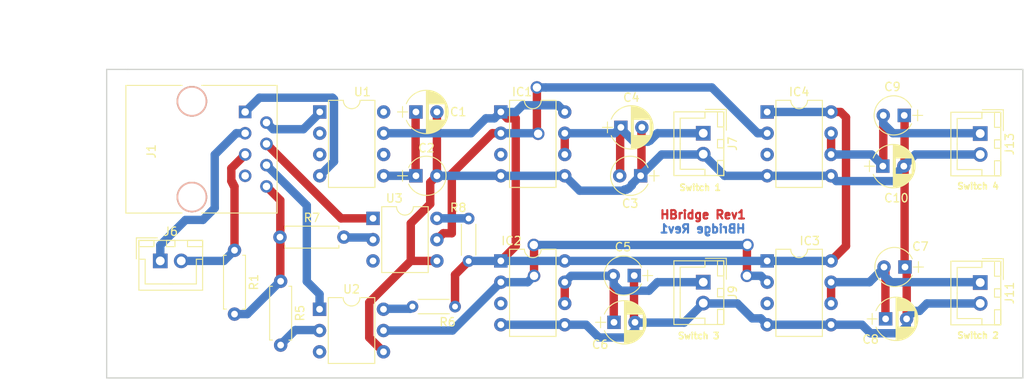
<source format=kicad_pcb>
(kicad_pcb (version 4) (host pcbnew 4.0.6)

  (general
    (links 69)
    (no_connects 1)
    (area 82.474999 58.344999 191.845001 95.325001)
    (thickness 1.6)
    (drawings 13)
    (tracks 264)
    (zones 0)
    (modules 28)
    (nets 28)
  )

  (page A4)
  (layers
    (0 F.Cu signal)
    (31 B.Cu signal)
    (33 F.Adhes user hide)
    (35 F.Paste user hide)
    (37 F.SilkS user)
    (39 F.Mask user)
    (40 Dwgs.User user)
    (41 Cmts.User user hide)
    (42 Eco1.User user hide)
    (43 Eco2.User user hide)
    (44 Edge.Cuts user)
    (45 Margin user hide)
    (47 F.CrtYd user hide)
    (49 F.Fab user hide)
  )

  (setup
    (last_trace_width 1)
    (trace_clearance 0.4)
    (zone_clearance 0.35)
    (zone_45_only no)
    (trace_min 0.2)
    (segment_width 0.2)
    (edge_width 0.15)
    (via_size 1.5)
    (via_drill 1)
    (via_min_size 0.4)
    (via_min_drill 0.3)
    (uvia_size 1.1)
    (uvia_drill 0.5)
    (uvias_allowed no)
    (uvia_min_size 0.2)
    (uvia_min_drill 0.1)
    (pcb_text_width 0.3)
    (pcb_text_size 1.5 1.5)
    (mod_edge_width 0.15)
    (mod_text_size 1 1)
    (mod_text_width 0.15)
    (pad_size 1.524 1.524)
    (pad_drill 0.762)
    (pad_to_mask_clearance 0.2)
    (aux_axis_origin 0 0)
    (visible_elements 7FFFEFFF)
    (pcbplotparams
      (layerselection 0x00030_80000001)
      (usegerberextensions false)
      (excludeedgelayer true)
      (linewidth 0.100000)
      (plotframeref false)
      (viasonmask false)
      (mode 1)
      (useauxorigin false)
      (hpglpennumber 1)
      (hpglpenspeed 20)
      (hpglpendiameter 15)
      (hpglpenoverlay 2)
      (psnegative false)
      (psa4output false)
      (plotreference true)
      (plotvalue true)
      (plotinvisibletext false)
      (padsonsilk false)
      (subtractmaskfromsilk false)
      (outputformat 1)
      (mirror false)
      (drillshape 1)
      (scaleselection 1)
      (outputdirectory ""))
  )

  (net 0 "")
  (net 1 "Net-(C1-Pad1)")
  (net 2 GND_ISO)
  (net 3 DC_ISO)
  (net 4 DRV_SIG_A)
  (net 5 "Net-(IC1-Pad3)")
  (net 6 DRV_SIG_B)
  (net 7 "Net-(IC2-Pad3)")
  (net 8 "Net-(IC3-Pad3)")
  (net 9 "Net-(IC4-Pad3)")
  (net 10 ARD_5V)
  (net 11 ARD_PWM_A)
  (net 12 ARD_PWM_B)
  (net 13 ARD_GND)
  (net 14 DC_IN)
  (net 15 DC_GND)
  (net 16 "Net-(R5-Pad2)")
  (net 17 "Net-(R6-Pad2)")
  (net 18 "Net-(R7-Pad2)")
  (net 19 "Net-(R8-Pad2)")
  (net 20 "Net-(U2-Pad3)")
  (net 21 "Net-(U3-Pad3)")
  (net 22 ARD_TEMP)
  (net 23 ARD_SRC_V)
  (net 24 "Net-(C3-Pad2)")
  (net 25 "Net-(C5-Pad2)")
  (net 26 "Net-(C7-Pad2)")
  (net 27 "Net-(C10-Pad1)")

  (net_class Default "This is the default net class."
    (clearance 0.4)
    (trace_width 1)
    (via_dia 1.5)
    (via_drill 1)
    (uvia_dia 1.1)
    (uvia_drill 0.5)
    (add_net ARD_5V)
    (add_net ARD_GND)
    (add_net ARD_PWM_A)
    (add_net ARD_PWM_B)
    (add_net ARD_SRC_V)
    (add_net ARD_TEMP)
    (add_net DC_GND)
    (add_net DC_IN)
    (add_net DC_ISO)
    (add_net DRV_SIG_A)
    (add_net DRV_SIG_B)
    (add_net GND_ISO)
    (add_net "Net-(C1-Pad1)")
    (add_net "Net-(C10-Pad1)")
    (add_net "Net-(C3-Pad2)")
    (add_net "Net-(C5-Pad2)")
    (add_net "Net-(C7-Pad2)")
    (add_net "Net-(IC1-Pad3)")
    (add_net "Net-(IC2-Pad3)")
    (add_net "Net-(IC3-Pad3)")
    (add_net "Net-(IC4-Pad3)")
    (add_net "Net-(R5-Pad2)")
    (add_net "Net-(R6-Pad2)")
    (add_net "Net-(R7-Pad2)")
    (add_net "Net-(R8-Pad2)")
    (add_net "Net-(U2-Pad3)")
    (add_net "Net-(U3-Pad3)")
  )

  (module Connectors_JST:JST_XH_B02B-XH-A_02x2.50mm_Straight (layer F.Cu) (tedit 58EAE7F0) (tstamp 595253F9)
    (at 88.94 81.28)
    (descr "JST XH series connector, B02B-XH-A, top entry type, through hole")
    (tags "connector jst xh tht top vertical 2.50mm")
    (path /599EAAF2)
    (fp_text reference J6 (at 1.25 -3.5) (layer F.SilkS)
      (effects (font (size 1 1) (thickness 0.15)))
    )
    (fp_text value CONN_01X02 (at 1.25 4.5) (layer F.Fab)
      (effects (font (size 1 1) (thickness 0.15)))
    )
    (fp_line (start -2.45 -2.35) (end -2.45 3.4) (layer F.Fab) (width 0.1))
    (fp_line (start -2.45 3.4) (end 4.95 3.4) (layer F.Fab) (width 0.1))
    (fp_line (start 4.95 3.4) (end 4.95 -2.35) (layer F.Fab) (width 0.1))
    (fp_line (start 4.95 -2.35) (end -2.45 -2.35) (layer F.Fab) (width 0.1))
    (fp_line (start -2.95 -2.85) (end -2.95 3.9) (layer F.CrtYd) (width 0.05))
    (fp_line (start -2.95 3.9) (end 5.45 3.9) (layer F.CrtYd) (width 0.05))
    (fp_line (start 5.45 3.9) (end 5.45 -2.85) (layer F.CrtYd) (width 0.05))
    (fp_line (start 5.45 -2.85) (end -2.95 -2.85) (layer F.CrtYd) (width 0.05))
    (fp_line (start -2.55 -2.45) (end -2.55 3.5) (layer F.SilkS) (width 0.12))
    (fp_line (start -2.55 3.5) (end 5.05 3.5) (layer F.SilkS) (width 0.12))
    (fp_line (start 5.05 3.5) (end 5.05 -2.45) (layer F.SilkS) (width 0.12))
    (fp_line (start 5.05 -2.45) (end -2.55 -2.45) (layer F.SilkS) (width 0.12))
    (fp_line (start 0.75 -2.45) (end 0.75 -1.7) (layer F.SilkS) (width 0.12))
    (fp_line (start 0.75 -1.7) (end 1.75 -1.7) (layer F.SilkS) (width 0.12))
    (fp_line (start 1.75 -1.7) (end 1.75 -2.45) (layer F.SilkS) (width 0.12))
    (fp_line (start 1.75 -2.45) (end 0.75 -2.45) (layer F.SilkS) (width 0.12))
    (fp_line (start -2.55 -2.45) (end -2.55 -1.7) (layer F.SilkS) (width 0.12))
    (fp_line (start -2.55 -1.7) (end -0.75 -1.7) (layer F.SilkS) (width 0.12))
    (fp_line (start -0.75 -1.7) (end -0.75 -2.45) (layer F.SilkS) (width 0.12))
    (fp_line (start -0.75 -2.45) (end -2.55 -2.45) (layer F.SilkS) (width 0.12))
    (fp_line (start 3.25 -2.45) (end 3.25 -1.7) (layer F.SilkS) (width 0.12))
    (fp_line (start 3.25 -1.7) (end 5.05 -1.7) (layer F.SilkS) (width 0.12))
    (fp_line (start 5.05 -1.7) (end 5.05 -2.45) (layer F.SilkS) (width 0.12))
    (fp_line (start 5.05 -2.45) (end 3.25 -2.45) (layer F.SilkS) (width 0.12))
    (fp_line (start -2.55 -0.2) (end -1.8 -0.2) (layer F.SilkS) (width 0.12))
    (fp_line (start -1.8 -0.2) (end -1.8 2.75) (layer F.SilkS) (width 0.12))
    (fp_line (start -1.8 2.75) (end 1.25 2.75) (layer F.SilkS) (width 0.12))
    (fp_line (start 5.05 -0.2) (end 4.3 -0.2) (layer F.SilkS) (width 0.12))
    (fp_line (start 4.3 -0.2) (end 4.3 2.75) (layer F.SilkS) (width 0.12))
    (fp_line (start 4.3 2.75) (end 1.25 2.75) (layer F.SilkS) (width 0.12))
    (fp_line (start -0.35 -2.75) (end -2.85 -2.75) (layer F.SilkS) (width 0.12))
    (fp_line (start -2.85 -2.75) (end -2.85 -0.25) (layer F.SilkS) (width 0.12))
    (fp_line (start -0.35 -2.75) (end -2.85 -2.75) (layer F.Fab) (width 0.1))
    (fp_line (start -2.85 -2.75) (end -2.85 -0.25) (layer F.Fab) (width 0.1))
    (fp_text user %R (at 1.25 2.5) (layer F.Fab)
      (effects (font (size 1 1) (thickness 0.15)))
    )
    (pad 1 thru_hole rect (at 0 0) (size 1.75 1.75) (drill 1.05) (layers *.Cu *.Mask)
      (net 10 ARD_5V))
    (pad 2 thru_hole circle (at 2.5 0) (size 1.75 1.75) (drill 1.05) (layers *.Cu *.Mask)
      (net 22 ARD_TEMP))
    (model Connectors_JST.3dshapes/JST_XH_B02B-XH-A_02x2.50mm_Straight.wrl
      (at (xyz 0 0 0))
      (scale (xyz 1 1 1))
      (rotate (xyz 0 0 0))
    )
  )

  (module Capacitors_THT:CP_Radial_Tantal_D4.5mm_P2.50mm (layer F.Cu) (tedit 5920C257) (tstamp 59525223)
    (at 177.72 82.01 180)
    (descr "CP, Radial_Tantal series, Radial, pin pitch=2.50mm, , diameter=4.5mm, Tantal Electrolytic Capacitor, http://cdn-reichelt.de/documents/datenblatt/B300/TANTAL-TB-Serie%23.pdf")
    (tags "CP Radial_Tantal series Radial pin pitch 2.50mm  diameter 4.5mm Tantal Electrolytic Capacitor")
    (path /594A422F/5949814D)
    (fp_text reference C7 (at -1.84 2.45 180) (layer F.SilkS)
      (effects (font (size 1 1) (thickness 0.15)))
    )
    (fp_text value C (at 1.25 3.31 180) (layer F.Fab)
      (effects (font (size 1 1) (thickness 0.15)))
    )
    (fp_text user %R (at 0.65 0 180) (layer F.Fab)
      (effects (font (size 1 1) (thickness 0.15)))
    )
    (fp_line (start -2.2 0) (end -1 0) (layer F.Fab) (width 0.1))
    (fp_line (start -1.6 -0.65) (end -1.6 0.65) (layer F.Fab) (width 0.1))
    (fp_line (start -2.2 0) (end -1 0) (layer F.SilkS) (width 0.12))
    (fp_line (start -1.6 -0.65) (end -1.6 0.65) (layer F.SilkS) (width 0.12))
    (fp_line (start -1.35 -2.6) (end -1.35 2.6) (layer F.CrtYd) (width 0.05))
    (fp_line (start -1.35 2.6) (end 3.85 2.6) (layer F.CrtYd) (width 0.05))
    (fp_line (start 3.85 2.6) (end 3.85 -2.6) (layer F.CrtYd) (width 0.05))
    (fp_line (start 3.85 -2.6) (end -1.35 -2.6) (layer F.CrtYd) (width 0.05))
    (fp_circle (center 1.25 0) (end 3.5 0) (layer F.Fab) (width 0.1))
    (fp_arc (start 1.25 0) (end -0.8749 -0.98) (angle 130.5) (layer F.SilkS) (width 0.12))
    (fp_arc (start 1.25 0) (end -0.8749 0.98) (angle -130.5) (layer F.SilkS) (width 0.12))
    (fp_arc (start 1.25 0) (end 3.3749 -0.98) (angle 49.5) (layer F.SilkS) (width 0.12))
    (pad 1 thru_hole rect (at 0 0 180) (size 1.6 1.6) (drill 0.8) (layers *.Cu *.Mask)
      (net 2 GND_ISO))
    (pad 2 thru_hole circle (at 2.5 0 180) (size 1.6 1.6) (drill 0.8) (layers *.Cu *.Mask)
      (net 26 "Net-(C7-Pad2)"))
    (model ${KISYS3DMOD}/Capacitors_THT.3dshapes/CP_Radial_Tantal_D4.5mm_P2.50mm.wrl
      (at (xyz 0 0 0))
      (scale (xyz 0.393701 0.393701 0.393701))
      (rotate (xyz 0 0 0))
    )
  )

  (module Capacitors_THT:CP_Radial_Tantal_D4.5mm_P2.50mm (layer F.Cu) (tedit 5920C257) (tstamp 595250F3)
    (at 146.21 71.12 180)
    (descr "CP, Radial_Tantal series, Radial, pin pitch=2.50mm, , diameter=4.5mm, Tantal Electrolytic Capacitor, http://cdn-reichelt.de/documents/datenblatt/B300/TANTAL-TB-Serie%23.pdf")
    (tags "CP Radial_Tantal series Radial pin pitch 2.50mm  diameter 4.5mm Tantal Electrolytic Capacitor")
    (path /59498AA5/5949814D)
    (fp_text reference C3 (at 1.25 -3.31 180) (layer F.SilkS)
      (effects (font (size 1 1) (thickness 0.15)))
    )
    (fp_text value C (at 1.25 3.31 180) (layer F.Fab)
      (effects (font (size 1 1) (thickness 0.15)))
    )
    (fp_text user %R (at 0.65 0 180) (layer F.Fab)
      (effects (font (size 1 1) (thickness 0.15)))
    )
    (fp_line (start -2.2 0) (end -1 0) (layer F.Fab) (width 0.1))
    (fp_line (start -1.6 -0.65) (end -1.6 0.65) (layer F.Fab) (width 0.1))
    (fp_line (start -2.2 0) (end -1 0) (layer F.SilkS) (width 0.12))
    (fp_line (start -1.6 -0.65) (end -1.6 0.65) (layer F.SilkS) (width 0.12))
    (fp_line (start -1.35 -2.6) (end -1.35 2.6) (layer F.CrtYd) (width 0.05))
    (fp_line (start -1.35 2.6) (end 3.85 2.6) (layer F.CrtYd) (width 0.05))
    (fp_line (start 3.85 2.6) (end 3.85 -2.6) (layer F.CrtYd) (width 0.05))
    (fp_line (start 3.85 -2.6) (end -1.35 -2.6) (layer F.CrtYd) (width 0.05))
    (fp_circle (center 1.25 0) (end 3.5 0) (layer F.Fab) (width 0.1))
    (fp_arc (start 1.25 0) (end -0.8749 -0.98) (angle 130.5) (layer F.SilkS) (width 0.12))
    (fp_arc (start 1.25 0) (end -0.8749 0.98) (angle -130.5) (layer F.SilkS) (width 0.12))
    (fp_arc (start 1.25 0) (end 3.3749 -0.98) (angle 49.5) (layer F.SilkS) (width 0.12))
    (pad 1 thru_hole rect (at 0 0 180) (size 1.6 1.6) (drill 0.8) (layers *.Cu *.Mask)
      (net 2 GND_ISO))
    (pad 2 thru_hole circle (at 2.5 0 180) (size 1.6 1.6) (drill 0.8) (layers *.Cu *.Mask)
      (net 24 "Net-(C3-Pad2)"))
    (model ${KISYS3DMOD}/Capacitors_THT.3dshapes/CP_Radial_Tantal_D4.5mm_P2.50mm.wrl
      (at (xyz 0 0 0))
      (scale (xyz 0.393701 0.393701 0.393701))
      (rotate (xyz 0 0 0))
    )
  )

  (module Capacitors_THT:CP_Radial_D5.0mm_P2.50mm (layer F.Cu) (tedit 5920C257) (tstamp 595252A8)
    (at 175.41 88.2)
    (descr "CP, Radial series, Radial, pin pitch=2.50mm, , diameter=5mm, Electrolytic Capacitor")
    (tags "CP Radial series Radial pin pitch 2.50mm  diameter 5mm Electrolytic Capacitor")
    (path /594A422F/59498146)
    (fp_text reference C8 (at -1.79 2.45) (layer F.SilkS)
      (effects (font (size 1 1) (thickness 0.15)))
    )
    (fp_text value 4.7uF (at 1.25 3.56) (layer F.Fab)
      (effects (font (size 1 1) (thickness 0.15)))
    )
    (fp_text user %R (at 0.775 0) (layer F.Fab)
      (effects (font (size 1 1) (thickness 0.15)))
    )
    (fp_line (start -2.2 0) (end -1 0) (layer F.Fab) (width 0.1))
    (fp_line (start -1.6 -0.65) (end -1.6 0.65) (layer F.Fab) (width 0.1))
    (fp_line (start 1.25 -2.55) (end 1.25 2.55) (layer F.SilkS) (width 0.12))
    (fp_line (start 1.29 -2.55) (end 1.29 2.55) (layer F.SilkS) (width 0.12))
    (fp_line (start 1.33 -2.549) (end 1.33 2.549) (layer F.SilkS) (width 0.12))
    (fp_line (start 1.37 -2.548) (end 1.37 2.548) (layer F.SilkS) (width 0.12))
    (fp_line (start 1.41 -2.546) (end 1.41 2.546) (layer F.SilkS) (width 0.12))
    (fp_line (start 1.45 -2.543) (end 1.45 2.543) (layer F.SilkS) (width 0.12))
    (fp_line (start 1.49 -2.539) (end 1.49 2.539) (layer F.SilkS) (width 0.12))
    (fp_line (start 1.53 -2.535) (end 1.53 -0.98) (layer F.SilkS) (width 0.12))
    (fp_line (start 1.53 0.98) (end 1.53 2.535) (layer F.SilkS) (width 0.12))
    (fp_line (start 1.57 -2.531) (end 1.57 -0.98) (layer F.SilkS) (width 0.12))
    (fp_line (start 1.57 0.98) (end 1.57 2.531) (layer F.SilkS) (width 0.12))
    (fp_line (start 1.61 -2.525) (end 1.61 -0.98) (layer F.SilkS) (width 0.12))
    (fp_line (start 1.61 0.98) (end 1.61 2.525) (layer F.SilkS) (width 0.12))
    (fp_line (start 1.65 -2.519) (end 1.65 -0.98) (layer F.SilkS) (width 0.12))
    (fp_line (start 1.65 0.98) (end 1.65 2.519) (layer F.SilkS) (width 0.12))
    (fp_line (start 1.69 -2.513) (end 1.69 -0.98) (layer F.SilkS) (width 0.12))
    (fp_line (start 1.69 0.98) (end 1.69 2.513) (layer F.SilkS) (width 0.12))
    (fp_line (start 1.73 -2.506) (end 1.73 -0.98) (layer F.SilkS) (width 0.12))
    (fp_line (start 1.73 0.98) (end 1.73 2.506) (layer F.SilkS) (width 0.12))
    (fp_line (start 1.77 -2.498) (end 1.77 -0.98) (layer F.SilkS) (width 0.12))
    (fp_line (start 1.77 0.98) (end 1.77 2.498) (layer F.SilkS) (width 0.12))
    (fp_line (start 1.81 -2.489) (end 1.81 -0.98) (layer F.SilkS) (width 0.12))
    (fp_line (start 1.81 0.98) (end 1.81 2.489) (layer F.SilkS) (width 0.12))
    (fp_line (start 1.85 -2.48) (end 1.85 -0.98) (layer F.SilkS) (width 0.12))
    (fp_line (start 1.85 0.98) (end 1.85 2.48) (layer F.SilkS) (width 0.12))
    (fp_line (start 1.89 -2.47) (end 1.89 -0.98) (layer F.SilkS) (width 0.12))
    (fp_line (start 1.89 0.98) (end 1.89 2.47) (layer F.SilkS) (width 0.12))
    (fp_line (start 1.93 -2.46) (end 1.93 -0.98) (layer F.SilkS) (width 0.12))
    (fp_line (start 1.93 0.98) (end 1.93 2.46) (layer F.SilkS) (width 0.12))
    (fp_line (start 1.971 -2.448) (end 1.971 -0.98) (layer F.SilkS) (width 0.12))
    (fp_line (start 1.971 0.98) (end 1.971 2.448) (layer F.SilkS) (width 0.12))
    (fp_line (start 2.011 -2.436) (end 2.011 -0.98) (layer F.SilkS) (width 0.12))
    (fp_line (start 2.011 0.98) (end 2.011 2.436) (layer F.SilkS) (width 0.12))
    (fp_line (start 2.051 -2.424) (end 2.051 -0.98) (layer F.SilkS) (width 0.12))
    (fp_line (start 2.051 0.98) (end 2.051 2.424) (layer F.SilkS) (width 0.12))
    (fp_line (start 2.091 -2.41) (end 2.091 -0.98) (layer F.SilkS) (width 0.12))
    (fp_line (start 2.091 0.98) (end 2.091 2.41) (layer F.SilkS) (width 0.12))
    (fp_line (start 2.131 -2.396) (end 2.131 -0.98) (layer F.SilkS) (width 0.12))
    (fp_line (start 2.131 0.98) (end 2.131 2.396) (layer F.SilkS) (width 0.12))
    (fp_line (start 2.171 -2.382) (end 2.171 -0.98) (layer F.SilkS) (width 0.12))
    (fp_line (start 2.171 0.98) (end 2.171 2.382) (layer F.SilkS) (width 0.12))
    (fp_line (start 2.211 -2.366) (end 2.211 -0.98) (layer F.SilkS) (width 0.12))
    (fp_line (start 2.211 0.98) (end 2.211 2.366) (layer F.SilkS) (width 0.12))
    (fp_line (start 2.251 -2.35) (end 2.251 -0.98) (layer F.SilkS) (width 0.12))
    (fp_line (start 2.251 0.98) (end 2.251 2.35) (layer F.SilkS) (width 0.12))
    (fp_line (start 2.291 -2.333) (end 2.291 -0.98) (layer F.SilkS) (width 0.12))
    (fp_line (start 2.291 0.98) (end 2.291 2.333) (layer F.SilkS) (width 0.12))
    (fp_line (start 2.331 -2.315) (end 2.331 -0.98) (layer F.SilkS) (width 0.12))
    (fp_line (start 2.331 0.98) (end 2.331 2.315) (layer F.SilkS) (width 0.12))
    (fp_line (start 2.371 -2.296) (end 2.371 -0.98) (layer F.SilkS) (width 0.12))
    (fp_line (start 2.371 0.98) (end 2.371 2.296) (layer F.SilkS) (width 0.12))
    (fp_line (start 2.411 -2.276) (end 2.411 -0.98) (layer F.SilkS) (width 0.12))
    (fp_line (start 2.411 0.98) (end 2.411 2.276) (layer F.SilkS) (width 0.12))
    (fp_line (start 2.451 -2.256) (end 2.451 -0.98) (layer F.SilkS) (width 0.12))
    (fp_line (start 2.451 0.98) (end 2.451 2.256) (layer F.SilkS) (width 0.12))
    (fp_line (start 2.491 -2.234) (end 2.491 -0.98) (layer F.SilkS) (width 0.12))
    (fp_line (start 2.491 0.98) (end 2.491 2.234) (layer F.SilkS) (width 0.12))
    (fp_line (start 2.531 -2.212) (end 2.531 -0.98) (layer F.SilkS) (width 0.12))
    (fp_line (start 2.531 0.98) (end 2.531 2.212) (layer F.SilkS) (width 0.12))
    (fp_line (start 2.571 -2.189) (end 2.571 -0.98) (layer F.SilkS) (width 0.12))
    (fp_line (start 2.571 0.98) (end 2.571 2.189) (layer F.SilkS) (width 0.12))
    (fp_line (start 2.611 -2.165) (end 2.611 -0.98) (layer F.SilkS) (width 0.12))
    (fp_line (start 2.611 0.98) (end 2.611 2.165) (layer F.SilkS) (width 0.12))
    (fp_line (start 2.651 -2.14) (end 2.651 -0.98) (layer F.SilkS) (width 0.12))
    (fp_line (start 2.651 0.98) (end 2.651 2.14) (layer F.SilkS) (width 0.12))
    (fp_line (start 2.691 -2.113) (end 2.691 -0.98) (layer F.SilkS) (width 0.12))
    (fp_line (start 2.691 0.98) (end 2.691 2.113) (layer F.SilkS) (width 0.12))
    (fp_line (start 2.731 -2.086) (end 2.731 -0.98) (layer F.SilkS) (width 0.12))
    (fp_line (start 2.731 0.98) (end 2.731 2.086) (layer F.SilkS) (width 0.12))
    (fp_line (start 2.771 -2.058) (end 2.771 -0.98) (layer F.SilkS) (width 0.12))
    (fp_line (start 2.771 0.98) (end 2.771 2.058) (layer F.SilkS) (width 0.12))
    (fp_line (start 2.811 -2.028) (end 2.811 -0.98) (layer F.SilkS) (width 0.12))
    (fp_line (start 2.811 0.98) (end 2.811 2.028) (layer F.SilkS) (width 0.12))
    (fp_line (start 2.851 -1.997) (end 2.851 -0.98) (layer F.SilkS) (width 0.12))
    (fp_line (start 2.851 0.98) (end 2.851 1.997) (layer F.SilkS) (width 0.12))
    (fp_line (start 2.891 -1.965) (end 2.891 -0.98) (layer F.SilkS) (width 0.12))
    (fp_line (start 2.891 0.98) (end 2.891 1.965) (layer F.SilkS) (width 0.12))
    (fp_line (start 2.931 -1.932) (end 2.931 -0.98) (layer F.SilkS) (width 0.12))
    (fp_line (start 2.931 0.98) (end 2.931 1.932) (layer F.SilkS) (width 0.12))
    (fp_line (start 2.971 -1.897) (end 2.971 -0.98) (layer F.SilkS) (width 0.12))
    (fp_line (start 2.971 0.98) (end 2.971 1.897) (layer F.SilkS) (width 0.12))
    (fp_line (start 3.011 -1.861) (end 3.011 -0.98) (layer F.SilkS) (width 0.12))
    (fp_line (start 3.011 0.98) (end 3.011 1.861) (layer F.SilkS) (width 0.12))
    (fp_line (start 3.051 -1.823) (end 3.051 -0.98) (layer F.SilkS) (width 0.12))
    (fp_line (start 3.051 0.98) (end 3.051 1.823) (layer F.SilkS) (width 0.12))
    (fp_line (start 3.091 -1.783) (end 3.091 -0.98) (layer F.SilkS) (width 0.12))
    (fp_line (start 3.091 0.98) (end 3.091 1.783) (layer F.SilkS) (width 0.12))
    (fp_line (start 3.131 -1.742) (end 3.131 -0.98) (layer F.SilkS) (width 0.12))
    (fp_line (start 3.131 0.98) (end 3.131 1.742) (layer F.SilkS) (width 0.12))
    (fp_line (start 3.171 -1.699) (end 3.171 -0.98) (layer F.SilkS) (width 0.12))
    (fp_line (start 3.171 0.98) (end 3.171 1.699) (layer F.SilkS) (width 0.12))
    (fp_line (start 3.211 -1.654) (end 3.211 -0.98) (layer F.SilkS) (width 0.12))
    (fp_line (start 3.211 0.98) (end 3.211 1.654) (layer F.SilkS) (width 0.12))
    (fp_line (start 3.251 -1.606) (end 3.251 -0.98) (layer F.SilkS) (width 0.12))
    (fp_line (start 3.251 0.98) (end 3.251 1.606) (layer F.SilkS) (width 0.12))
    (fp_line (start 3.291 -1.556) (end 3.291 -0.98) (layer F.SilkS) (width 0.12))
    (fp_line (start 3.291 0.98) (end 3.291 1.556) (layer F.SilkS) (width 0.12))
    (fp_line (start 3.331 -1.504) (end 3.331 -0.98) (layer F.SilkS) (width 0.12))
    (fp_line (start 3.331 0.98) (end 3.331 1.504) (layer F.SilkS) (width 0.12))
    (fp_line (start 3.371 -1.448) (end 3.371 -0.98) (layer F.SilkS) (width 0.12))
    (fp_line (start 3.371 0.98) (end 3.371 1.448) (layer F.SilkS) (width 0.12))
    (fp_line (start 3.411 -1.39) (end 3.411 -0.98) (layer F.SilkS) (width 0.12))
    (fp_line (start 3.411 0.98) (end 3.411 1.39) (layer F.SilkS) (width 0.12))
    (fp_line (start 3.451 -1.327) (end 3.451 -0.98) (layer F.SilkS) (width 0.12))
    (fp_line (start 3.451 0.98) (end 3.451 1.327) (layer F.SilkS) (width 0.12))
    (fp_line (start 3.491 -1.261) (end 3.491 1.261) (layer F.SilkS) (width 0.12))
    (fp_line (start 3.531 -1.189) (end 3.531 1.189) (layer F.SilkS) (width 0.12))
    (fp_line (start 3.571 -1.112) (end 3.571 1.112) (layer F.SilkS) (width 0.12))
    (fp_line (start 3.611 -1.028) (end 3.611 1.028) (layer F.SilkS) (width 0.12))
    (fp_line (start 3.651 -0.934) (end 3.651 0.934) (layer F.SilkS) (width 0.12))
    (fp_line (start 3.691 -0.829) (end 3.691 0.829) (layer F.SilkS) (width 0.12))
    (fp_line (start 3.731 -0.707) (end 3.731 0.707) (layer F.SilkS) (width 0.12))
    (fp_line (start 3.771 -0.559) (end 3.771 0.559) (layer F.SilkS) (width 0.12))
    (fp_line (start 3.811 -0.354) (end 3.811 0.354) (layer F.SilkS) (width 0.12))
    (fp_line (start -2.2 0) (end -1 0) (layer F.SilkS) (width 0.12))
    (fp_line (start -1.6 -0.65) (end -1.6 0.65) (layer F.SilkS) (width 0.12))
    (fp_line (start -1.6 -2.85) (end -1.6 2.85) (layer F.CrtYd) (width 0.05))
    (fp_line (start -1.6 2.85) (end 4.1 2.85) (layer F.CrtYd) (width 0.05))
    (fp_line (start 4.1 2.85) (end 4.1 -2.85) (layer F.CrtYd) (width 0.05))
    (fp_line (start 4.1 -2.85) (end -1.6 -2.85) (layer F.CrtYd) (width 0.05))
    (fp_circle (center 1.25 0) (end 3.75 0) (layer F.Fab) (width 0.1))
    (fp_arc (start 1.25 0) (end -1.147436 -0.98) (angle 135.5) (layer F.SilkS) (width 0.12))
    (fp_arc (start 1.25 0) (end -1.147436 0.98) (angle -135.5) (layer F.SilkS) (width 0.12))
    (fp_arc (start 1.25 0) (end 3.647436 -0.98) (angle 44.5) (layer F.SilkS) (width 0.12))
    (pad 1 thru_hole rect (at 0 0) (size 1.6 1.6) (drill 0.8) (layers *.Cu *.Mask)
      (net 26 "Net-(C7-Pad2)"))
    (pad 2 thru_hole circle (at 2.5 0) (size 1.6 1.6) (drill 0.8) (layers *.Cu *.Mask)
      (net 2 GND_ISO))
    (model ${KISYS3DMOD}/Capacitors_THT.3dshapes/CP_Radial_D5.0mm_P2.50mm.wrl
      (at (xyz 0 0 0))
      (scale (xyz 0.3937007874015748 0.3937007874015748 0.3937007874015748))
      (rotate (xyz 0 0 0))
    )
  )

  (module Housings_DIP:DIP-8_W7.62mm (layer F.Cu) (tedit 58CC8E33) (tstamp 5952535C)
    (at 129.54 63.5)
    (descr "8-lead dip package, row spacing 7.62 mm (300 mils)")
    (tags "DIL DIP PDIP 2.54mm 7.62mm 300mil")
    (path /59498AA5/59498139)
    (fp_text reference IC1 (at 2.54 -2.39) (layer F.SilkS)
      (effects (font (size 1 1) (thickness 0.15)))
    )
    (fp_text value TC4422AVPA (at 3.81 10.01) (layer F.Fab)
      (effects (font (size 1 1) (thickness 0.15)))
    )
    (fp_text user %R (at 3.81 3.81) (layer F.Fab)
      (effects (font (size 1 1) (thickness 0.15)))
    )
    (fp_line (start 1.635 -1.27) (end 6.985 -1.27) (layer F.Fab) (width 0.1))
    (fp_line (start 6.985 -1.27) (end 6.985 8.89) (layer F.Fab) (width 0.1))
    (fp_line (start 6.985 8.89) (end 0.635 8.89) (layer F.Fab) (width 0.1))
    (fp_line (start 0.635 8.89) (end 0.635 -0.27) (layer F.Fab) (width 0.1))
    (fp_line (start 0.635 -0.27) (end 1.635 -1.27) (layer F.Fab) (width 0.1))
    (fp_line (start 2.81 -1.39) (end 1.04 -1.39) (layer F.SilkS) (width 0.12))
    (fp_line (start 1.04 -1.39) (end 1.04 9.01) (layer F.SilkS) (width 0.12))
    (fp_line (start 1.04 9.01) (end 6.58 9.01) (layer F.SilkS) (width 0.12))
    (fp_line (start 6.58 9.01) (end 6.58 -1.39) (layer F.SilkS) (width 0.12))
    (fp_line (start 6.58 -1.39) (end 4.81 -1.39) (layer F.SilkS) (width 0.12))
    (fp_line (start -1.1 -1.6) (end -1.1 9.2) (layer F.CrtYd) (width 0.05))
    (fp_line (start -1.1 9.2) (end 8.7 9.2) (layer F.CrtYd) (width 0.05))
    (fp_line (start 8.7 9.2) (end 8.7 -1.6) (layer F.CrtYd) (width 0.05))
    (fp_line (start 8.7 -1.6) (end -1.1 -1.6) (layer F.CrtYd) (width 0.05))
    (fp_arc (start 3.81 -1.39) (end 2.81 -1.39) (angle -180) (layer F.SilkS) (width 0.12))
    (pad 1 thru_hole rect (at 0 0) (size 1.6 1.6) (drill 0.8) (layers *.Cu *.Mask)
      (net 3 DC_ISO))
    (pad 5 thru_hole oval (at 7.62 7.62) (size 1.6 1.6) (drill 0.8) (layers *.Cu *.Mask)
      (net 2 GND_ISO))
    (pad 2 thru_hole oval (at 0 2.54) (size 1.6 1.6) (drill 0.8) (layers *.Cu *.Mask)
      (net 4 DRV_SIG_A))
    (pad 6 thru_hole oval (at 7.62 5.08) (size 1.6 1.6) (drill 0.8) (layers *.Cu *.Mask)
      (net 24 "Net-(C3-Pad2)"))
    (pad 3 thru_hole oval (at 0 5.08) (size 1.6 1.6) (drill 0.8) (layers *.Cu *.Mask)
      (net 5 "Net-(IC1-Pad3)"))
    (pad 7 thru_hole oval (at 7.62 2.54) (size 1.6 1.6) (drill 0.8) (layers *.Cu *.Mask)
      (net 24 "Net-(C3-Pad2)"))
    (pad 4 thru_hole oval (at 0 7.62) (size 1.6 1.6) (drill 0.8) (layers *.Cu *.Mask)
      (net 2 GND_ISO))
    (pad 8 thru_hole oval (at 7.62 0) (size 1.6 1.6) (drill 0.8) (layers *.Cu *.Mask)
      (net 3 DC_ISO))
    (model ${KISYS3DMOD}/Housings_DIP.3dshapes/DIP-8_W7.62mm.wrl
      (at (xyz 0 0 0))
      (scale (xyz 1 1 1))
      (rotate (xyz 0 0 0))
    )
  )

  (module Capacitors_THT:CP_Radial_D5.0mm_P2.50mm (layer F.Cu) (tedit 5920C257) (tstamp 59525178)
    (at 143.85 65.34)
    (descr "CP, Radial series, Radial, pin pitch=2.50mm, , diameter=5mm, Electrolytic Capacitor")
    (tags "CP Radial series Radial pin pitch 2.50mm  diameter 5mm Electrolytic Capacitor")
    (path /59498AA5/59498146)
    (fp_text reference C4 (at 1.25 -3.56) (layer F.SilkS)
      (effects (font (size 1 1) (thickness 0.15)))
    )
    (fp_text value 4.7uF (at 1.25 3.56) (layer F.Fab)
      (effects (font (size 1 1) (thickness 0.15)))
    )
    (fp_text user %R (at 0.775 0) (layer F.Fab)
      (effects (font (size 1 1) (thickness 0.15)))
    )
    (fp_line (start -2.2 0) (end -1 0) (layer F.Fab) (width 0.1))
    (fp_line (start -1.6 -0.65) (end -1.6 0.65) (layer F.Fab) (width 0.1))
    (fp_line (start 1.25 -2.55) (end 1.25 2.55) (layer F.SilkS) (width 0.12))
    (fp_line (start 1.29 -2.55) (end 1.29 2.55) (layer F.SilkS) (width 0.12))
    (fp_line (start 1.33 -2.549) (end 1.33 2.549) (layer F.SilkS) (width 0.12))
    (fp_line (start 1.37 -2.548) (end 1.37 2.548) (layer F.SilkS) (width 0.12))
    (fp_line (start 1.41 -2.546) (end 1.41 2.546) (layer F.SilkS) (width 0.12))
    (fp_line (start 1.45 -2.543) (end 1.45 2.543) (layer F.SilkS) (width 0.12))
    (fp_line (start 1.49 -2.539) (end 1.49 2.539) (layer F.SilkS) (width 0.12))
    (fp_line (start 1.53 -2.535) (end 1.53 -0.98) (layer F.SilkS) (width 0.12))
    (fp_line (start 1.53 0.98) (end 1.53 2.535) (layer F.SilkS) (width 0.12))
    (fp_line (start 1.57 -2.531) (end 1.57 -0.98) (layer F.SilkS) (width 0.12))
    (fp_line (start 1.57 0.98) (end 1.57 2.531) (layer F.SilkS) (width 0.12))
    (fp_line (start 1.61 -2.525) (end 1.61 -0.98) (layer F.SilkS) (width 0.12))
    (fp_line (start 1.61 0.98) (end 1.61 2.525) (layer F.SilkS) (width 0.12))
    (fp_line (start 1.65 -2.519) (end 1.65 -0.98) (layer F.SilkS) (width 0.12))
    (fp_line (start 1.65 0.98) (end 1.65 2.519) (layer F.SilkS) (width 0.12))
    (fp_line (start 1.69 -2.513) (end 1.69 -0.98) (layer F.SilkS) (width 0.12))
    (fp_line (start 1.69 0.98) (end 1.69 2.513) (layer F.SilkS) (width 0.12))
    (fp_line (start 1.73 -2.506) (end 1.73 -0.98) (layer F.SilkS) (width 0.12))
    (fp_line (start 1.73 0.98) (end 1.73 2.506) (layer F.SilkS) (width 0.12))
    (fp_line (start 1.77 -2.498) (end 1.77 -0.98) (layer F.SilkS) (width 0.12))
    (fp_line (start 1.77 0.98) (end 1.77 2.498) (layer F.SilkS) (width 0.12))
    (fp_line (start 1.81 -2.489) (end 1.81 -0.98) (layer F.SilkS) (width 0.12))
    (fp_line (start 1.81 0.98) (end 1.81 2.489) (layer F.SilkS) (width 0.12))
    (fp_line (start 1.85 -2.48) (end 1.85 -0.98) (layer F.SilkS) (width 0.12))
    (fp_line (start 1.85 0.98) (end 1.85 2.48) (layer F.SilkS) (width 0.12))
    (fp_line (start 1.89 -2.47) (end 1.89 -0.98) (layer F.SilkS) (width 0.12))
    (fp_line (start 1.89 0.98) (end 1.89 2.47) (layer F.SilkS) (width 0.12))
    (fp_line (start 1.93 -2.46) (end 1.93 -0.98) (layer F.SilkS) (width 0.12))
    (fp_line (start 1.93 0.98) (end 1.93 2.46) (layer F.SilkS) (width 0.12))
    (fp_line (start 1.971 -2.448) (end 1.971 -0.98) (layer F.SilkS) (width 0.12))
    (fp_line (start 1.971 0.98) (end 1.971 2.448) (layer F.SilkS) (width 0.12))
    (fp_line (start 2.011 -2.436) (end 2.011 -0.98) (layer F.SilkS) (width 0.12))
    (fp_line (start 2.011 0.98) (end 2.011 2.436) (layer F.SilkS) (width 0.12))
    (fp_line (start 2.051 -2.424) (end 2.051 -0.98) (layer F.SilkS) (width 0.12))
    (fp_line (start 2.051 0.98) (end 2.051 2.424) (layer F.SilkS) (width 0.12))
    (fp_line (start 2.091 -2.41) (end 2.091 -0.98) (layer F.SilkS) (width 0.12))
    (fp_line (start 2.091 0.98) (end 2.091 2.41) (layer F.SilkS) (width 0.12))
    (fp_line (start 2.131 -2.396) (end 2.131 -0.98) (layer F.SilkS) (width 0.12))
    (fp_line (start 2.131 0.98) (end 2.131 2.396) (layer F.SilkS) (width 0.12))
    (fp_line (start 2.171 -2.382) (end 2.171 -0.98) (layer F.SilkS) (width 0.12))
    (fp_line (start 2.171 0.98) (end 2.171 2.382) (layer F.SilkS) (width 0.12))
    (fp_line (start 2.211 -2.366) (end 2.211 -0.98) (layer F.SilkS) (width 0.12))
    (fp_line (start 2.211 0.98) (end 2.211 2.366) (layer F.SilkS) (width 0.12))
    (fp_line (start 2.251 -2.35) (end 2.251 -0.98) (layer F.SilkS) (width 0.12))
    (fp_line (start 2.251 0.98) (end 2.251 2.35) (layer F.SilkS) (width 0.12))
    (fp_line (start 2.291 -2.333) (end 2.291 -0.98) (layer F.SilkS) (width 0.12))
    (fp_line (start 2.291 0.98) (end 2.291 2.333) (layer F.SilkS) (width 0.12))
    (fp_line (start 2.331 -2.315) (end 2.331 -0.98) (layer F.SilkS) (width 0.12))
    (fp_line (start 2.331 0.98) (end 2.331 2.315) (layer F.SilkS) (width 0.12))
    (fp_line (start 2.371 -2.296) (end 2.371 -0.98) (layer F.SilkS) (width 0.12))
    (fp_line (start 2.371 0.98) (end 2.371 2.296) (layer F.SilkS) (width 0.12))
    (fp_line (start 2.411 -2.276) (end 2.411 -0.98) (layer F.SilkS) (width 0.12))
    (fp_line (start 2.411 0.98) (end 2.411 2.276) (layer F.SilkS) (width 0.12))
    (fp_line (start 2.451 -2.256) (end 2.451 -0.98) (layer F.SilkS) (width 0.12))
    (fp_line (start 2.451 0.98) (end 2.451 2.256) (layer F.SilkS) (width 0.12))
    (fp_line (start 2.491 -2.234) (end 2.491 -0.98) (layer F.SilkS) (width 0.12))
    (fp_line (start 2.491 0.98) (end 2.491 2.234) (layer F.SilkS) (width 0.12))
    (fp_line (start 2.531 -2.212) (end 2.531 -0.98) (layer F.SilkS) (width 0.12))
    (fp_line (start 2.531 0.98) (end 2.531 2.212) (layer F.SilkS) (width 0.12))
    (fp_line (start 2.571 -2.189) (end 2.571 -0.98) (layer F.SilkS) (width 0.12))
    (fp_line (start 2.571 0.98) (end 2.571 2.189) (layer F.SilkS) (width 0.12))
    (fp_line (start 2.611 -2.165) (end 2.611 -0.98) (layer F.SilkS) (width 0.12))
    (fp_line (start 2.611 0.98) (end 2.611 2.165) (layer F.SilkS) (width 0.12))
    (fp_line (start 2.651 -2.14) (end 2.651 -0.98) (layer F.SilkS) (width 0.12))
    (fp_line (start 2.651 0.98) (end 2.651 2.14) (layer F.SilkS) (width 0.12))
    (fp_line (start 2.691 -2.113) (end 2.691 -0.98) (layer F.SilkS) (width 0.12))
    (fp_line (start 2.691 0.98) (end 2.691 2.113) (layer F.SilkS) (width 0.12))
    (fp_line (start 2.731 -2.086) (end 2.731 -0.98) (layer F.SilkS) (width 0.12))
    (fp_line (start 2.731 0.98) (end 2.731 2.086) (layer F.SilkS) (width 0.12))
    (fp_line (start 2.771 -2.058) (end 2.771 -0.98) (layer F.SilkS) (width 0.12))
    (fp_line (start 2.771 0.98) (end 2.771 2.058) (layer F.SilkS) (width 0.12))
    (fp_line (start 2.811 -2.028) (end 2.811 -0.98) (layer F.SilkS) (width 0.12))
    (fp_line (start 2.811 0.98) (end 2.811 2.028) (layer F.SilkS) (width 0.12))
    (fp_line (start 2.851 -1.997) (end 2.851 -0.98) (layer F.SilkS) (width 0.12))
    (fp_line (start 2.851 0.98) (end 2.851 1.997) (layer F.SilkS) (width 0.12))
    (fp_line (start 2.891 -1.965) (end 2.891 -0.98) (layer F.SilkS) (width 0.12))
    (fp_line (start 2.891 0.98) (end 2.891 1.965) (layer F.SilkS) (width 0.12))
    (fp_line (start 2.931 -1.932) (end 2.931 -0.98) (layer F.SilkS) (width 0.12))
    (fp_line (start 2.931 0.98) (end 2.931 1.932) (layer F.SilkS) (width 0.12))
    (fp_line (start 2.971 -1.897) (end 2.971 -0.98) (layer F.SilkS) (width 0.12))
    (fp_line (start 2.971 0.98) (end 2.971 1.897) (layer F.SilkS) (width 0.12))
    (fp_line (start 3.011 -1.861) (end 3.011 -0.98) (layer F.SilkS) (width 0.12))
    (fp_line (start 3.011 0.98) (end 3.011 1.861) (layer F.SilkS) (width 0.12))
    (fp_line (start 3.051 -1.823) (end 3.051 -0.98) (layer F.SilkS) (width 0.12))
    (fp_line (start 3.051 0.98) (end 3.051 1.823) (layer F.SilkS) (width 0.12))
    (fp_line (start 3.091 -1.783) (end 3.091 -0.98) (layer F.SilkS) (width 0.12))
    (fp_line (start 3.091 0.98) (end 3.091 1.783) (layer F.SilkS) (width 0.12))
    (fp_line (start 3.131 -1.742) (end 3.131 -0.98) (layer F.SilkS) (width 0.12))
    (fp_line (start 3.131 0.98) (end 3.131 1.742) (layer F.SilkS) (width 0.12))
    (fp_line (start 3.171 -1.699) (end 3.171 -0.98) (layer F.SilkS) (width 0.12))
    (fp_line (start 3.171 0.98) (end 3.171 1.699) (layer F.SilkS) (width 0.12))
    (fp_line (start 3.211 -1.654) (end 3.211 -0.98) (layer F.SilkS) (width 0.12))
    (fp_line (start 3.211 0.98) (end 3.211 1.654) (layer F.SilkS) (width 0.12))
    (fp_line (start 3.251 -1.606) (end 3.251 -0.98) (layer F.SilkS) (width 0.12))
    (fp_line (start 3.251 0.98) (end 3.251 1.606) (layer F.SilkS) (width 0.12))
    (fp_line (start 3.291 -1.556) (end 3.291 -0.98) (layer F.SilkS) (width 0.12))
    (fp_line (start 3.291 0.98) (end 3.291 1.556) (layer F.SilkS) (width 0.12))
    (fp_line (start 3.331 -1.504) (end 3.331 -0.98) (layer F.SilkS) (width 0.12))
    (fp_line (start 3.331 0.98) (end 3.331 1.504) (layer F.SilkS) (width 0.12))
    (fp_line (start 3.371 -1.448) (end 3.371 -0.98) (layer F.SilkS) (width 0.12))
    (fp_line (start 3.371 0.98) (end 3.371 1.448) (layer F.SilkS) (width 0.12))
    (fp_line (start 3.411 -1.39) (end 3.411 -0.98) (layer F.SilkS) (width 0.12))
    (fp_line (start 3.411 0.98) (end 3.411 1.39) (layer F.SilkS) (width 0.12))
    (fp_line (start 3.451 -1.327) (end 3.451 -0.98) (layer F.SilkS) (width 0.12))
    (fp_line (start 3.451 0.98) (end 3.451 1.327) (layer F.SilkS) (width 0.12))
    (fp_line (start 3.491 -1.261) (end 3.491 1.261) (layer F.SilkS) (width 0.12))
    (fp_line (start 3.531 -1.189) (end 3.531 1.189) (layer F.SilkS) (width 0.12))
    (fp_line (start 3.571 -1.112) (end 3.571 1.112) (layer F.SilkS) (width 0.12))
    (fp_line (start 3.611 -1.028) (end 3.611 1.028) (layer F.SilkS) (width 0.12))
    (fp_line (start 3.651 -0.934) (end 3.651 0.934) (layer F.SilkS) (width 0.12))
    (fp_line (start 3.691 -0.829) (end 3.691 0.829) (layer F.SilkS) (width 0.12))
    (fp_line (start 3.731 -0.707) (end 3.731 0.707) (layer F.SilkS) (width 0.12))
    (fp_line (start 3.771 -0.559) (end 3.771 0.559) (layer F.SilkS) (width 0.12))
    (fp_line (start 3.811 -0.354) (end 3.811 0.354) (layer F.SilkS) (width 0.12))
    (fp_line (start -2.2 0) (end -1 0) (layer F.SilkS) (width 0.12))
    (fp_line (start -1.6 -0.65) (end -1.6 0.65) (layer F.SilkS) (width 0.12))
    (fp_line (start -1.6 -2.85) (end -1.6 2.85) (layer F.CrtYd) (width 0.05))
    (fp_line (start -1.6 2.85) (end 4.1 2.85) (layer F.CrtYd) (width 0.05))
    (fp_line (start 4.1 2.85) (end 4.1 -2.85) (layer F.CrtYd) (width 0.05))
    (fp_line (start 4.1 -2.85) (end -1.6 -2.85) (layer F.CrtYd) (width 0.05))
    (fp_circle (center 1.25 0) (end 3.75 0) (layer F.Fab) (width 0.1))
    (fp_arc (start 1.25 0) (end -1.147436 -0.98) (angle 135.5) (layer F.SilkS) (width 0.12))
    (fp_arc (start 1.25 0) (end -1.147436 0.98) (angle -135.5) (layer F.SilkS) (width 0.12))
    (fp_arc (start 1.25 0) (end 3.647436 -0.98) (angle 44.5) (layer F.SilkS) (width 0.12))
    (pad 1 thru_hole rect (at 0 0) (size 1.6 1.6) (drill 0.8) (layers *.Cu *.Mask)
      (net 24 "Net-(C3-Pad2)"))
    (pad 2 thru_hole circle (at 2.5 0) (size 1.6 1.6) (drill 0.8) (layers *.Cu *.Mask)
      (net 2 GND_ISO))
    (model ${KISYS3DMOD}/Capacitors_THT.3dshapes/CP_Radial_D5.0mm_P2.50mm.wrl
      (at (xyz 0 0 0))
      (scale (xyz 0.3937007874015748 0.3937007874015748 0.3937007874015748))
      (rotate (xyz 0 0 0))
    )
  )

  (module Housings_DIP:DIP-8_W7.62mm (layer F.Cu) (tedit 58CC8E33) (tstamp 59525378)
    (at 129.54 81.28)
    (descr "8-lead dip package, row spacing 7.62 mm (300 mils)")
    (tags "DIL DIP PDIP 2.54mm 7.62mm 300mil")
    (path /5949B27C/59498139)
    (fp_text reference IC2 (at 1.27 -2.39) (layer F.SilkS)
      (effects (font (size 1 1) (thickness 0.15)))
    )
    (fp_text value TC4422AVPA (at 3.81 10.01) (layer F.Fab)
      (effects (font (size 1 1) (thickness 0.15)))
    )
    (fp_text user %R (at 3.81 3.81) (layer F.Fab)
      (effects (font (size 1 1) (thickness 0.15)))
    )
    (fp_line (start 1.635 -1.27) (end 6.985 -1.27) (layer F.Fab) (width 0.1))
    (fp_line (start 6.985 -1.27) (end 6.985 8.89) (layer F.Fab) (width 0.1))
    (fp_line (start 6.985 8.89) (end 0.635 8.89) (layer F.Fab) (width 0.1))
    (fp_line (start 0.635 8.89) (end 0.635 -0.27) (layer F.Fab) (width 0.1))
    (fp_line (start 0.635 -0.27) (end 1.635 -1.27) (layer F.Fab) (width 0.1))
    (fp_line (start 2.81 -1.39) (end 1.04 -1.39) (layer F.SilkS) (width 0.12))
    (fp_line (start 1.04 -1.39) (end 1.04 9.01) (layer F.SilkS) (width 0.12))
    (fp_line (start 1.04 9.01) (end 6.58 9.01) (layer F.SilkS) (width 0.12))
    (fp_line (start 6.58 9.01) (end 6.58 -1.39) (layer F.SilkS) (width 0.12))
    (fp_line (start 6.58 -1.39) (end 4.81 -1.39) (layer F.SilkS) (width 0.12))
    (fp_line (start -1.1 -1.6) (end -1.1 9.2) (layer F.CrtYd) (width 0.05))
    (fp_line (start -1.1 9.2) (end 8.7 9.2) (layer F.CrtYd) (width 0.05))
    (fp_line (start 8.7 9.2) (end 8.7 -1.6) (layer F.CrtYd) (width 0.05))
    (fp_line (start 8.7 -1.6) (end -1.1 -1.6) (layer F.CrtYd) (width 0.05))
    (fp_arc (start 3.81 -1.39) (end 2.81 -1.39) (angle -180) (layer F.SilkS) (width 0.12))
    (pad 1 thru_hole rect (at 0 0) (size 1.6 1.6) (drill 0.8) (layers *.Cu *.Mask)
      (net 3 DC_ISO))
    (pad 5 thru_hole oval (at 7.62 7.62) (size 1.6 1.6) (drill 0.8) (layers *.Cu *.Mask)
      (net 2 GND_ISO))
    (pad 2 thru_hole oval (at 0 2.54) (size 1.6 1.6) (drill 0.8) (layers *.Cu *.Mask)
      (net 6 DRV_SIG_B))
    (pad 6 thru_hole oval (at 7.62 5.08) (size 1.6 1.6) (drill 0.8) (layers *.Cu *.Mask)
      (net 25 "Net-(C5-Pad2)"))
    (pad 3 thru_hole oval (at 0 5.08) (size 1.6 1.6) (drill 0.8) (layers *.Cu *.Mask)
      (net 7 "Net-(IC2-Pad3)"))
    (pad 7 thru_hole oval (at 7.62 2.54) (size 1.6 1.6) (drill 0.8) (layers *.Cu *.Mask)
      (net 25 "Net-(C5-Pad2)"))
    (pad 4 thru_hole oval (at 0 7.62) (size 1.6 1.6) (drill 0.8) (layers *.Cu *.Mask)
      (net 2 GND_ISO))
    (pad 8 thru_hole oval (at 7.62 0) (size 1.6 1.6) (drill 0.8) (layers *.Cu *.Mask)
      (net 3 DC_ISO))
    (model ${KISYS3DMOD}/Housings_DIP.3dshapes/DIP-8_W7.62mm.wrl
      (at (xyz 0 0 0))
      (scale (xyz 1 1 1))
      (rotate (xyz 0 0 0))
    )
  )

  (module Connectors_JST:JST_XH_B02B-XH-A_02x2.50mm_Straight (layer F.Cu) (tedit 58EAE7F0) (tstamp 59527227)
    (at 186.69 83.86 270)
    (descr "JST XH series connector, B02B-XH-A, top entry type, through hole")
    (tags "connector jst xh tht top vertical 2.50mm")
    (path /594A422F/595237FD)
    (fp_text reference J11 (at 1.25 -3.5 270) (layer F.SilkS)
      (effects (font (size 1 1) (thickness 0.15)))
    )
    (fp_text value CONN_01X02 (at 1.25 4.5 270) (layer F.Fab)
      (effects (font (size 1 1) (thickness 0.15)))
    )
    (fp_line (start -2.45 -2.35) (end -2.45 3.4) (layer F.Fab) (width 0.1))
    (fp_line (start -2.45 3.4) (end 4.95 3.4) (layer F.Fab) (width 0.1))
    (fp_line (start 4.95 3.4) (end 4.95 -2.35) (layer F.Fab) (width 0.1))
    (fp_line (start 4.95 -2.35) (end -2.45 -2.35) (layer F.Fab) (width 0.1))
    (fp_line (start -2.95 -2.85) (end -2.95 3.9) (layer F.CrtYd) (width 0.05))
    (fp_line (start -2.95 3.9) (end 5.45 3.9) (layer F.CrtYd) (width 0.05))
    (fp_line (start 5.45 3.9) (end 5.45 -2.85) (layer F.CrtYd) (width 0.05))
    (fp_line (start 5.45 -2.85) (end -2.95 -2.85) (layer F.CrtYd) (width 0.05))
    (fp_line (start -2.55 -2.45) (end -2.55 3.5) (layer F.SilkS) (width 0.12))
    (fp_line (start -2.55 3.5) (end 5.05 3.5) (layer F.SilkS) (width 0.12))
    (fp_line (start 5.05 3.5) (end 5.05 -2.45) (layer F.SilkS) (width 0.12))
    (fp_line (start 5.05 -2.45) (end -2.55 -2.45) (layer F.SilkS) (width 0.12))
    (fp_line (start 0.75 -2.45) (end 0.75 -1.7) (layer F.SilkS) (width 0.12))
    (fp_line (start 0.75 -1.7) (end 1.75 -1.7) (layer F.SilkS) (width 0.12))
    (fp_line (start 1.75 -1.7) (end 1.75 -2.45) (layer F.SilkS) (width 0.12))
    (fp_line (start 1.75 -2.45) (end 0.75 -2.45) (layer F.SilkS) (width 0.12))
    (fp_line (start -2.55 -2.45) (end -2.55 -1.7) (layer F.SilkS) (width 0.12))
    (fp_line (start -2.55 -1.7) (end -0.75 -1.7) (layer F.SilkS) (width 0.12))
    (fp_line (start -0.75 -1.7) (end -0.75 -2.45) (layer F.SilkS) (width 0.12))
    (fp_line (start -0.75 -2.45) (end -2.55 -2.45) (layer F.SilkS) (width 0.12))
    (fp_line (start 3.25 -2.45) (end 3.25 -1.7) (layer F.SilkS) (width 0.12))
    (fp_line (start 3.25 -1.7) (end 5.05 -1.7) (layer F.SilkS) (width 0.12))
    (fp_line (start 5.05 -1.7) (end 5.05 -2.45) (layer F.SilkS) (width 0.12))
    (fp_line (start 5.05 -2.45) (end 3.25 -2.45) (layer F.SilkS) (width 0.12))
    (fp_line (start -2.55 -0.2) (end -1.8 -0.2) (layer F.SilkS) (width 0.12))
    (fp_line (start -1.8 -0.2) (end -1.8 2.75) (layer F.SilkS) (width 0.12))
    (fp_line (start -1.8 2.75) (end 1.25 2.75) (layer F.SilkS) (width 0.12))
    (fp_line (start 5.05 -0.2) (end 4.3 -0.2) (layer F.SilkS) (width 0.12))
    (fp_line (start 4.3 -0.2) (end 4.3 2.75) (layer F.SilkS) (width 0.12))
    (fp_line (start 4.3 2.75) (end 1.25 2.75) (layer F.SilkS) (width 0.12))
    (fp_line (start -0.35 -2.75) (end -2.85 -2.75) (layer F.SilkS) (width 0.12))
    (fp_line (start -2.85 -2.75) (end -2.85 -0.25) (layer F.SilkS) (width 0.12))
    (fp_line (start -0.35 -2.75) (end -2.85 -2.75) (layer F.Fab) (width 0.1))
    (fp_line (start -2.85 -2.75) (end -2.85 -0.25) (layer F.Fab) (width 0.1))
    (fp_text user %R (at 1.25 2.5 270) (layer F.Fab)
      (effects (font (size 1 1) (thickness 0.15)))
    )
    (pad 1 thru_hole rect (at 0 0 270) (size 1.75 1.75) (drill 1.05) (layers *.Cu *.Mask)
      (net 26 "Net-(C7-Pad2)"))
    (pad 2 thru_hole circle (at 2.5 0 270) (size 1.75 1.75) (drill 1.05) (layers *.Cu *.Mask)
      (net 2 GND_ISO))
    (model Connectors_JST.3dshapes/JST_XH_B02B-XH-A_02x2.50mm_Straight.wrl
      (at (xyz 0 0 0))
      (scale (xyz 1 1 1))
      (rotate (xyz 0 0 0))
    )
  )

  (module Connectors_JST:JST_XH_B02B-XH-A_02x2.50mm_Straight (layer F.Cu) (tedit 58EAE7F0) (tstamp 59527250)
    (at 186.69 66.08 270)
    (descr "JST XH series connector, B02B-XH-A, top entry type, through hole")
    (tags "connector jst xh tht top vertical 2.50mm")
    (path /594A423A/595237FD)
    (fp_text reference J13 (at 1.25 -3.5 270) (layer F.SilkS)
      (effects (font (size 1 1) (thickness 0.15)))
    )
    (fp_text value CONN_01X02 (at 1.25 4.5 270) (layer F.Fab)
      (effects (font (size 1 1) (thickness 0.15)))
    )
    (fp_line (start -2.45 -2.35) (end -2.45 3.4) (layer F.Fab) (width 0.1))
    (fp_line (start -2.45 3.4) (end 4.95 3.4) (layer F.Fab) (width 0.1))
    (fp_line (start 4.95 3.4) (end 4.95 -2.35) (layer F.Fab) (width 0.1))
    (fp_line (start 4.95 -2.35) (end -2.45 -2.35) (layer F.Fab) (width 0.1))
    (fp_line (start -2.95 -2.85) (end -2.95 3.9) (layer F.CrtYd) (width 0.05))
    (fp_line (start -2.95 3.9) (end 5.45 3.9) (layer F.CrtYd) (width 0.05))
    (fp_line (start 5.45 3.9) (end 5.45 -2.85) (layer F.CrtYd) (width 0.05))
    (fp_line (start 5.45 -2.85) (end -2.95 -2.85) (layer F.CrtYd) (width 0.05))
    (fp_line (start -2.55 -2.45) (end -2.55 3.5) (layer F.SilkS) (width 0.12))
    (fp_line (start -2.55 3.5) (end 5.05 3.5) (layer F.SilkS) (width 0.12))
    (fp_line (start 5.05 3.5) (end 5.05 -2.45) (layer F.SilkS) (width 0.12))
    (fp_line (start 5.05 -2.45) (end -2.55 -2.45) (layer F.SilkS) (width 0.12))
    (fp_line (start 0.75 -2.45) (end 0.75 -1.7) (layer F.SilkS) (width 0.12))
    (fp_line (start 0.75 -1.7) (end 1.75 -1.7) (layer F.SilkS) (width 0.12))
    (fp_line (start 1.75 -1.7) (end 1.75 -2.45) (layer F.SilkS) (width 0.12))
    (fp_line (start 1.75 -2.45) (end 0.75 -2.45) (layer F.SilkS) (width 0.12))
    (fp_line (start -2.55 -2.45) (end -2.55 -1.7) (layer F.SilkS) (width 0.12))
    (fp_line (start -2.55 -1.7) (end -0.75 -1.7) (layer F.SilkS) (width 0.12))
    (fp_line (start -0.75 -1.7) (end -0.75 -2.45) (layer F.SilkS) (width 0.12))
    (fp_line (start -0.75 -2.45) (end -2.55 -2.45) (layer F.SilkS) (width 0.12))
    (fp_line (start 3.25 -2.45) (end 3.25 -1.7) (layer F.SilkS) (width 0.12))
    (fp_line (start 3.25 -1.7) (end 5.05 -1.7) (layer F.SilkS) (width 0.12))
    (fp_line (start 5.05 -1.7) (end 5.05 -2.45) (layer F.SilkS) (width 0.12))
    (fp_line (start 5.05 -2.45) (end 3.25 -2.45) (layer F.SilkS) (width 0.12))
    (fp_line (start -2.55 -0.2) (end -1.8 -0.2) (layer F.SilkS) (width 0.12))
    (fp_line (start -1.8 -0.2) (end -1.8 2.75) (layer F.SilkS) (width 0.12))
    (fp_line (start -1.8 2.75) (end 1.25 2.75) (layer F.SilkS) (width 0.12))
    (fp_line (start 5.05 -0.2) (end 4.3 -0.2) (layer F.SilkS) (width 0.12))
    (fp_line (start 4.3 -0.2) (end 4.3 2.75) (layer F.SilkS) (width 0.12))
    (fp_line (start 4.3 2.75) (end 1.25 2.75) (layer F.SilkS) (width 0.12))
    (fp_line (start -0.35 -2.75) (end -2.85 -2.75) (layer F.SilkS) (width 0.12))
    (fp_line (start -2.85 -2.75) (end -2.85 -0.25) (layer F.SilkS) (width 0.12))
    (fp_line (start -0.35 -2.75) (end -2.85 -2.75) (layer F.Fab) (width 0.1))
    (fp_line (start -2.85 -2.75) (end -2.85 -0.25) (layer F.Fab) (width 0.1))
    (fp_text user %R (at 1.25 2.5 270) (layer F.Fab)
      (effects (font (size 1 1) (thickness 0.15)))
    )
    (pad 1 thru_hole rect (at 0 0 270) (size 1.75 1.75) (drill 1.05) (layers *.Cu *.Mask)
      (net 27 "Net-(C10-Pad1)"))
    (pad 2 thru_hole circle (at 2.5 0 270) (size 1.75 1.75) (drill 1.05) (layers *.Cu *.Mask)
      (net 2 GND_ISO))
    (model Connectors_JST.3dshapes/JST_XH_B02B-XH-A_02x2.50mm_Straight.wrl
      (at (xyz 0 0 0))
      (scale (xyz 1 1 1))
      (rotate (xyz 0 0 0))
    )
  )

  (module Capacitors_THT:CP_Radial_Tantal_D4.5mm_P2.50mm (layer F.Cu) (tedit 5920C257) (tstamp 5952518B)
    (at 145.44 83.03 180)
    (descr "CP, Radial_Tantal series, Radial, pin pitch=2.50mm, , diameter=4.5mm, Tantal Electrolytic Capacitor, http://cdn-reichelt.de/documents/datenblatt/B300/TANTAL-TB-Serie%23.pdf")
    (tags "CP Radial_Tantal series Radial pin pitch 2.50mm  diameter 4.5mm Tantal Electrolytic Capacitor")
    (path /5949B27C/5949814D)
    (fp_text reference C5 (at 1.34 3.4 180) (layer F.SilkS)
      (effects (font (size 1 1) (thickness 0.15)))
    )
    (fp_text value C (at 1.25 3.31 180) (layer F.Fab)
      (effects (font (size 1 1) (thickness 0.15)))
    )
    (fp_text user %R (at 0.65 0 180) (layer F.Fab)
      (effects (font (size 1 1) (thickness 0.15)))
    )
    (fp_line (start -2.2 0) (end -1 0) (layer F.Fab) (width 0.1))
    (fp_line (start -1.6 -0.65) (end -1.6 0.65) (layer F.Fab) (width 0.1))
    (fp_line (start -2.2 0) (end -1 0) (layer F.SilkS) (width 0.12))
    (fp_line (start -1.6 -0.65) (end -1.6 0.65) (layer F.SilkS) (width 0.12))
    (fp_line (start -1.35 -2.6) (end -1.35 2.6) (layer F.CrtYd) (width 0.05))
    (fp_line (start -1.35 2.6) (end 3.85 2.6) (layer F.CrtYd) (width 0.05))
    (fp_line (start 3.85 2.6) (end 3.85 -2.6) (layer F.CrtYd) (width 0.05))
    (fp_line (start 3.85 -2.6) (end -1.35 -2.6) (layer F.CrtYd) (width 0.05))
    (fp_circle (center 1.25 0) (end 3.5 0) (layer F.Fab) (width 0.1))
    (fp_arc (start 1.25 0) (end -0.8749 -0.98) (angle 130.5) (layer F.SilkS) (width 0.12))
    (fp_arc (start 1.25 0) (end -0.8749 0.98) (angle -130.5) (layer F.SilkS) (width 0.12))
    (fp_arc (start 1.25 0) (end 3.3749 -0.98) (angle 49.5) (layer F.SilkS) (width 0.12))
    (pad 1 thru_hole rect (at 0 0 180) (size 1.6 1.6) (drill 0.8) (layers *.Cu *.Mask)
      (net 2 GND_ISO))
    (pad 2 thru_hole circle (at 2.5 0 180) (size 1.6 1.6) (drill 0.8) (layers *.Cu *.Mask)
      (net 25 "Net-(C5-Pad2)"))
    (model ${KISYS3DMOD}/Capacitors_THT.3dshapes/CP_Radial_Tantal_D4.5mm_P2.50mm.wrl
      (at (xyz 0 0 0))
      (scale (xyz 0.393701 0.393701 0.393701))
      (rotate (xyz 0 0 0))
    )
  )

  (module Housings_DIP:DIP-8_W7.62mm (layer F.Cu) (tedit 58CC8E33) (tstamp 59525394)
    (at 161.29 81.28)
    (descr "8-lead dip package, row spacing 7.62 mm (300 mils)")
    (tags "DIL DIP PDIP 2.54mm 7.62mm 300mil")
    (path /594A422F/59498139)
    (fp_text reference IC3 (at 5.08 -2.39) (layer F.SilkS)
      (effects (font (size 1 1) (thickness 0.15)))
    )
    (fp_text value TC4422AVPA (at 3.81 10.01) (layer F.Fab)
      (effects (font (size 1 1) (thickness 0.15)))
    )
    (fp_text user %R (at 3.81 3.81) (layer F.Fab)
      (effects (font (size 1 1) (thickness 0.15)))
    )
    (fp_line (start 1.635 -1.27) (end 6.985 -1.27) (layer F.Fab) (width 0.1))
    (fp_line (start 6.985 -1.27) (end 6.985 8.89) (layer F.Fab) (width 0.1))
    (fp_line (start 6.985 8.89) (end 0.635 8.89) (layer F.Fab) (width 0.1))
    (fp_line (start 0.635 8.89) (end 0.635 -0.27) (layer F.Fab) (width 0.1))
    (fp_line (start 0.635 -0.27) (end 1.635 -1.27) (layer F.Fab) (width 0.1))
    (fp_line (start 2.81 -1.39) (end 1.04 -1.39) (layer F.SilkS) (width 0.12))
    (fp_line (start 1.04 -1.39) (end 1.04 9.01) (layer F.SilkS) (width 0.12))
    (fp_line (start 1.04 9.01) (end 6.58 9.01) (layer F.SilkS) (width 0.12))
    (fp_line (start 6.58 9.01) (end 6.58 -1.39) (layer F.SilkS) (width 0.12))
    (fp_line (start 6.58 -1.39) (end 4.81 -1.39) (layer F.SilkS) (width 0.12))
    (fp_line (start -1.1 -1.6) (end -1.1 9.2) (layer F.CrtYd) (width 0.05))
    (fp_line (start -1.1 9.2) (end 8.7 9.2) (layer F.CrtYd) (width 0.05))
    (fp_line (start 8.7 9.2) (end 8.7 -1.6) (layer F.CrtYd) (width 0.05))
    (fp_line (start 8.7 -1.6) (end -1.1 -1.6) (layer F.CrtYd) (width 0.05))
    (fp_arc (start 3.81 -1.39) (end 2.81 -1.39) (angle -180) (layer F.SilkS) (width 0.12))
    (pad 1 thru_hole rect (at 0 0) (size 1.6 1.6) (drill 0.8) (layers *.Cu *.Mask)
      (net 3 DC_ISO))
    (pad 5 thru_hole oval (at 7.62 7.62) (size 1.6 1.6) (drill 0.8) (layers *.Cu *.Mask)
      (net 2 GND_ISO))
    (pad 2 thru_hole oval (at 0 2.54) (size 1.6 1.6) (drill 0.8) (layers *.Cu *.Mask)
      (net 6 DRV_SIG_B))
    (pad 6 thru_hole oval (at 7.62 5.08) (size 1.6 1.6) (drill 0.8) (layers *.Cu *.Mask)
      (net 26 "Net-(C7-Pad2)"))
    (pad 3 thru_hole oval (at 0 5.08) (size 1.6 1.6) (drill 0.8) (layers *.Cu *.Mask)
      (net 8 "Net-(IC3-Pad3)"))
    (pad 7 thru_hole oval (at 7.62 2.54) (size 1.6 1.6) (drill 0.8) (layers *.Cu *.Mask)
      (net 26 "Net-(C7-Pad2)"))
    (pad 4 thru_hole oval (at 0 7.62) (size 1.6 1.6) (drill 0.8) (layers *.Cu *.Mask)
      (net 2 GND_ISO))
    (pad 8 thru_hole oval (at 7.62 0) (size 1.6 1.6) (drill 0.8) (layers *.Cu *.Mask)
      (net 3 DC_ISO))
    (model ${KISYS3DMOD}/Housings_DIP.3dshapes/DIP-8_W7.62mm.wrl
      (at (xyz 0 0 0))
      (scale (xyz 1 1 1))
      (rotate (xyz 0 0 0))
    )
  )

  (module Capacitors_THT:CP_Radial_Tantal_D4.5mm_P2.50mm (layer F.Cu) (tedit 5920C257) (tstamp 595252BB)
    (at 177.63 63.91 180)
    (descr "CP, Radial_Tantal series, Radial, pin pitch=2.50mm, , diameter=4.5mm, Tantal Electrolytic Capacitor, http://cdn-reichelt.de/documents/datenblatt/B300/TANTAL-TB-Serie%23.pdf")
    (tags "CP Radial_Tantal series Radial pin pitch 2.50mm  diameter 4.5mm Tantal Electrolytic Capacitor")
    (path /594A423A/5949814D)
    (fp_text reference C9 (at 1.41 3.41 180) (layer F.SilkS)
      (effects (font (size 1 1) (thickness 0.15)))
    )
    (fp_text value C (at 1.25 3.31 180) (layer F.Fab)
      (effects (font (size 1 1) (thickness 0.15)))
    )
    (fp_text user %R (at 0.65 0 180) (layer F.Fab)
      (effects (font (size 1 1) (thickness 0.15)))
    )
    (fp_line (start -2.2 0) (end -1 0) (layer F.Fab) (width 0.1))
    (fp_line (start -1.6 -0.65) (end -1.6 0.65) (layer F.Fab) (width 0.1))
    (fp_line (start -2.2 0) (end -1 0) (layer F.SilkS) (width 0.12))
    (fp_line (start -1.6 -0.65) (end -1.6 0.65) (layer F.SilkS) (width 0.12))
    (fp_line (start -1.35 -2.6) (end -1.35 2.6) (layer F.CrtYd) (width 0.05))
    (fp_line (start -1.35 2.6) (end 3.85 2.6) (layer F.CrtYd) (width 0.05))
    (fp_line (start 3.85 2.6) (end 3.85 -2.6) (layer F.CrtYd) (width 0.05))
    (fp_line (start 3.85 -2.6) (end -1.35 -2.6) (layer F.CrtYd) (width 0.05))
    (fp_circle (center 1.25 0) (end 3.5 0) (layer F.Fab) (width 0.1))
    (fp_arc (start 1.25 0) (end -0.8749 -0.98) (angle 130.5) (layer F.SilkS) (width 0.12))
    (fp_arc (start 1.25 0) (end -0.8749 0.98) (angle -130.5) (layer F.SilkS) (width 0.12))
    (fp_arc (start 1.25 0) (end 3.3749 -0.98) (angle 49.5) (layer F.SilkS) (width 0.12))
    (pad 1 thru_hole rect (at 0 0 180) (size 1.6 1.6) (drill 0.8) (layers *.Cu *.Mask)
      (net 2 GND_ISO))
    (pad 2 thru_hole circle (at 2.5 0 180) (size 1.6 1.6) (drill 0.8) (layers *.Cu *.Mask)
      (net 27 "Net-(C10-Pad1)"))
    (model ${KISYS3DMOD}/Capacitors_THT.3dshapes/CP_Radial_Tantal_D4.5mm_P2.50mm.wrl
      (at (xyz 0 0 0))
      (scale (xyz 0.393701 0.393701 0.393701))
      (rotate (xyz 0 0 0))
    )
  )

  (module Capacitors_THT:CP_Radial_D5.0mm_P2.50mm (layer F.Cu) (tedit 5920C257) (tstamp 59525210)
    (at 143.03 88.61)
    (descr "CP, Radial series, Radial, pin pitch=2.50mm, , diameter=5mm, Electrolytic Capacitor")
    (tags "CP Radial series Radial pin pitch 2.50mm  diameter 5mm Electrolytic Capacitor")
    (path /5949B27C/59498146)
    (fp_text reference C6 (at -1.65 2.66) (layer F.SilkS)
      (effects (font (size 1 1) (thickness 0.15)))
    )
    (fp_text value 4.7uF (at 1.25 3.56) (layer F.Fab)
      (effects (font (size 1 1) (thickness 0.15)))
    )
    (fp_text user %R (at 0.775 0) (layer F.Fab)
      (effects (font (size 1 1) (thickness 0.15)))
    )
    (fp_line (start -2.2 0) (end -1 0) (layer F.Fab) (width 0.1))
    (fp_line (start -1.6 -0.65) (end -1.6 0.65) (layer F.Fab) (width 0.1))
    (fp_line (start 1.25 -2.55) (end 1.25 2.55) (layer F.SilkS) (width 0.12))
    (fp_line (start 1.29 -2.55) (end 1.29 2.55) (layer F.SilkS) (width 0.12))
    (fp_line (start 1.33 -2.549) (end 1.33 2.549) (layer F.SilkS) (width 0.12))
    (fp_line (start 1.37 -2.548) (end 1.37 2.548) (layer F.SilkS) (width 0.12))
    (fp_line (start 1.41 -2.546) (end 1.41 2.546) (layer F.SilkS) (width 0.12))
    (fp_line (start 1.45 -2.543) (end 1.45 2.543) (layer F.SilkS) (width 0.12))
    (fp_line (start 1.49 -2.539) (end 1.49 2.539) (layer F.SilkS) (width 0.12))
    (fp_line (start 1.53 -2.535) (end 1.53 -0.98) (layer F.SilkS) (width 0.12))
    (fp_line (start 1.53 0.98) (end 1.53 2.535) (layer F.SilkS) (width 0.12))
    (fp_line (start 1.57 -2.531) (end 1.57 -0.98) (layer F.SilkS) (width 0.12))
    (fp_line (start 1.57 0.98) (end 1.57 2.531) (layer F.SilkS) (width 0.12))
    (fp_line (start 1.61 -2.525) (end 1.61 -0.98) (layer F.SilkS) (width 0.12))
    (fp_line (start 1.61 0.98) (end 1.61 2.525) (layer F.SilkS) (width 0.12))
    (fp_line (start 1.65 -2.519) (end 1.65 -0.98) (layer F.SilkS) (width 0.12))
    (fp_line (start 1.65 0.98) (end 1.65 2.519) (layer F.SilkS) (width 0.12))
    (fp_line (start 1.69 -2.513) (end 1.69 -0.98) (layer F.SilkS) (width 0.12))
    (fp_line (start 1.69 0.98) (end 1.69 2.513) (layer F.SilkS) (width 0.12))
    (fp_line (start 1.73 -2.506) (end 1.73 -0.98) (layer F.SilkS) (width 0.12))
    (fp_line (start 1.73 0.98) (end 1.73 2.506) (layer F.SilkS) (width 0.12))
    (fp_line (start 1.77 -2.498) (end 1.77 -0.98) (layer F.SilkS) (width 0.12))
    (fp_line (start 1.77 0.98) (end 1.77 2.498) (layer F.SilkS) (width 0.12))
    (fp_line (start 1.81 -2.489) (end 1.81 -0.98) (layer F.SilkS) (width 0.12))
    (fp_line (start 1.81 0.98) (end 1.81 2.489) (layer F.SilkS) (width 0.12))
    (fp_line (start 1.85 -2.48) (end 1.85 -0.98) (layer F.SilkS) (width 0.12))
    (fp_line (start 1.85 0.98) (end 1.85 2.48) (layer F.SilkS) (width 0.12))
    (fp_line (start 1.89 -2.47) (end 1.89 -0.98) (layer F.SilkS) (width 0.12))
    (fp_line (start 1.89 0.98) (end 1.89 2.47) (layer F.SilkS) (width 0.12))
    (fp_line (start 1.93 -2.46) (end 1.93 -0.98) (layer F.SilkS) (width 0.12))
    (fp_line (start 1.93 0.98) (end 1.93 2.46) (layer F.SilkS) (width 0.12))
    (fp_line (start 1.971 -2.448) (end 1.971 -0.98) (layer F.SilkS) (width 0.12))
    (fp_line (start 1.971 0.98) (end 1.971 2.448) (layer F.SilkS) (width 0.12))
    (fp_line (start 2.011 -2.436) (end 2.011 -0.98) (layer F.SilkS) (width 0.12))
    (fp_line (start 2.011 0.98) (end 2.011 2.436) (layer F.SilkS) (width 0.12))
    (fp_line (start 2.051 -2.424) (end 2.051 -0.98) (layer F.SilkS) (width 0.12))
    (fp_line (start 2.051 0.98) (end 2.051 2.424) (layer F.SilkS) (width 0.12))
    (fp_line (start 2.091 -2.41) (end 2.091 -0.98) (layer F.SilkS) (width 0.12))
    (fp_line (start 2.091 0.98) (end 2.091 2.41) (layer F.SilkS) (width 0.12))
    (fp_line (start 2.131 -2.396) (end 2.131 -0.98) (layer F.SilkS) (width 0.12))
    (fp_line (start 2.131 0.98) (end 2.131 2.396) (layer F.SilkS) (width 0.12))
    (fp_line (start 2.171 -2.382) (end 2.171 -0.98) (layer F.SilkS) (width 0.12))
    (fp_line (start 2.171 0.98) (end 2.171 2.382) (layer F.SilkS) (width 0.12))
    (fp_line (start 2.211 -2.366) (end 2.211 -0.98) (layer F.SilkS) (width 0.12))
    (fp_line (start 2.211 0.98) (end 2.211 2.366) (layer F.SilkS) (width 0.12))
    (fp_line (start 2.251 -2.35) (end 2.251 -0.98) (layer F.SilkS) (width 0.12))
    (fp_line (start 2.251 0.98) (end 2.251 2.35) (layer F.SilkS) (width 0.12))
    (fp_line (start 2.291 -2.333) (end 2.291 -0.98) (layer F.SilkS) (width 0.12))
    (fp_line (start 2.291 0.98) (end 2.291 2.333) (layer F.SilkS) (width 0.12))
    (fp_line (start 2.331 -2.315) (end 2.331 -0.98) (layer F.SilkS) (width 0.12))
    (fp_line (start 2.331 0.98) (end 2.331 2.315) (layer F.SilkS) (width 0.12))
    (fp_line (start 2.371 -2.296) (end 2.371 -0.98) (layer F.SilkS) (width 0.12))
    (fp_line (start 2.371 0.98) (end 2.371 2.296) (layer F.SilkS) (width 0.12))
    (fp_line (start 2.411 -2.276) (end 2.411 -0.98) (layer F.SilkS) (width 0.12))
    (fp_line (start 2.411 0.98) (end 2.411 2.276) (layer F.SilkS) (width 0.12))
    (fp_line (start 2.451 -2.256) (end 2.451 -0.98) (layer F.SilkS) (width 0.12))
    (fp_line (start 2.451 0.98) (end 2.451 2.256) (layer F.SilkS) (width 0.12))
    (fp_line (start 2.491 -2.234) (end 2.491 -0.98) (layer F.SilkS) (width 0.12))
    (fp_line (start 2.491 0.98) (end 2.491 2.234) (layer F.SilkS) (width 0.12))
    (fp_line (start 2.531 -2.212) (end 2.531 -0.98) (layer F.SilkS) (width 0.12))
    (fp_line (start 2.531 0.98) (end 2.531 2.212) (layer F.SilkS) (width 0.12))
    (fp_line (start 2.571 -2.189) (end 2.571 -0.98) (layer F.SilkS) (width 0.12))
    (fp_line (start 2.571 0.98) (end 2.571 2.189) (layer F.SilkS) (width 0.12))
    (fp_line (start 2.611 -2.165) (end 2.611 -0.98) (layer F.SilkS) (width 0.12))
    (fp_line (start 2.611 0.98) (end 2.611 2.165) (layer F.SilkS) (width 0.12))
    (fp_line (start 2.651 -2.14) (end 2.651 -0.98) (layer F.SilkS) (width 0.12))
    (fp_line (start 2.651 0.98) (end 2.651 2.14) (layer F.SilkS) (width 0.12))
    (fp_line (start 2.691 -2.113) (end 2.691 -0.98) (layer F.SilkS) (width 0.12))
    (fp_line (start 2.691 0.98) (end 2.691 2.113) (layer F.SilkS) (width 0.12))
    (fp_line (start 2.731 -2.086) (end 2.731 -0.98) (layer F.SilkS) (width 0.12))
    (fp_line (start 2.731 0.98) (end 2.731 2.086) (layer F.SilkS) (width 0.12))
    (fp_line (start 2.771 -2.058) (end 2.771 -0.98) (layer F.SilkS) (width 0.12))
    (fp_line (start 2.771 0.98) (end 2.771 2.058) (layer F.SilkS) (width 0.12))
    (fp_line (start 2.811 -2.028) (end 2.811 -0.98) (layer F.SilkS) (width 0.12))
    (fp_line (start 2.811 0.98) (end 2.811 2.028) (layer F.SilkS) (width 0.12))
    (fp_line (start 2.851 -1.997) (end 2.851 -0.98) (layer F.SilkS) (width 0.12))
    (fp_line (start 2.851 0.98) (end 2.851 1.997) (layer F.SilkS) (width 0.12))
    (fp_line (start 2.891 -1.965) (end 2.891 -0.98) (layer F.SilkS) (width 0.12))
    (fp_line (start 2.891 0.98) (end 2.891 1.965) (layer F.SilkS) (width 0.12))
    (fp_line (start 2.931 -1.932) (end 2.931 -0.98) (layer F.SilkS) (width 0.12))
    (fp_line (start 2.931 0.98) (end 2.931 1.932) (layer F.SilkS) (width 0.12))
    (fp_line (start 2.971 -1.897) (end 2.971 -0.98) (layer F.SilkS) (width 0.12))
    (fp_line (start 2.971 0.98) (end 2.971 1.897) (layer F.SilkS) (width 0.12))
    (fp_line (start 3.011 -1.861) (end 3.011 -0.98) (layer F.SilkS) (width 0.12))
    (fp_line (start 3.011 0.98) (end 3.011 1.861) (layer F.SilkS) (width 0.12))
    (fp_line (start 3.051 -1.823) (end 3.051 -0.98) (layer F.SilkS) (width 0.12))
    (fp_line (start 3.051 0.98) (end 3.051 1.823) (layer F.SilkS) (width 0.12))
    (fp_line (start 3.091 -1.783) (end 3.091 -0.98) (layer F.SilkS) (width 0.12))
    (fp_line (start 3.091 0.98) (end 3.091 1.783) (layer F.SilkS) (width 0.12))
    (fp_line (start 3.131 -1.742) (end 3.131 -0.98) (layer F.SilkS) (width 0.12))
    (fp_line (start 3.131 0.98) (end 3.131 1.742) (layer F.SilkS) (width 0.12))
    (fp_line (start 3.171 -1.699) (end 3.171 -0.98) (layer F.SilkS) (width 0.12))
    (fp_line (start 3.171 0.98) (end 3.171 1.699) (layer F.SilkS) (width 0.12))
    (fp_line (start 3.211 -1.654) (end 3.211 -0.98) (layer F.SilkS) (width 0.12))
    (fp_line (start 3.211 0.98) (end 3.211 1.654) (layer F.SilkS) (width 0.12))
    (fp_line (start 3.251 -1.606) (end 3.251 -0.98) (layer F.SilkS) (width 0.12))
    (fp_line (start 3.251 0.98) (end 3.251 1.606) (layer F.SilkS) (width 0.12))
    (fp_line (start 3.291 -1.556) (end 3.291 -0.98) (layer F.SilkS) (width 0.12))
    (fp_line (start 3.291 0.98) (end 3.291 1.556) (layer F.SilkS) (width 0.12))
    (fp_line (start 3.331 -1.504) (end 3.331 -0.98) (layer F.SilkS) (width 0.12))
    (fp_line (start 3.331 0.98) (end 3.331 1.504) (layer F.SilkS) (width 0.12))
    (fp_line (start 3.371 -1.448) (end 3.371 -0.98) (layer F.SilkS) (width 0.12))
    (fp_line (start 3.371 0.98) (end 3.371 1.448) (layer F.SilkS) (width 0.12))
    (fp_line (start 3.411 -1.39) (end 3.411 -0.98) (layer F.SilkS) (width 0.12))
    (fp_line (start 3.411 0.98) (end 3.411 1.39) (layer F.SilkS) (width 0.12))
    (fp_line (start 3.451 -1.327) (end 3.451 -0.98) (layer F.SilkS) (width 0.12))
    (fp_line (start 3.451 0.98) (end 3.451 1.327) (layer F.SilkS) (width 0.12))
    (fp_line (start 3.491 -1.261) (end 3.491 1.261) (layer F.SilkS) (width 0.12))
    (fp_line (start 3.531 -1.189) (end 3.531 1.189) (layer F.SilkS) (width 0.12))
    (fp_line (start 3.571 -1.112) (end 3.571 1.112) (layer F.SilkS) (width 0.12))
    (fp_line (start 3.611 -1.028) (end 3.611 1.028) (layer F.SilkS) (width 0.12))
    (fp_line (start 3.651 -0.934) (end 3.651 0.934) (layer F.SilkS) (width 0.12))
    (fp_line (start 3.691 -0.829) (end 3.691 0.829) (layer F.SilkS) (width 0.12))
    (fp_line (start 3.731 -0.707) (end 3.731 0.707) (layer F.SilkS) (width 0.12))
    (fp_line (start 3.771 -0.559) (end 3.771 0.559) (layer F.SilkS) (width 0.12))
    (fp_line (start 3.811 -0.354) (end 3.811 0.354) (layer F.SilkS) (width 0.12))
    (fp_line (start -2.2 0) (end -1 0) (layer F.SilkS) (width 0.12))
    (fp_line (start -1.6 -0.65) (end -1.6 0.65) (layer F.SilkS) (width 0.12))
    (fp_line (start -1.6 -2.85) (end -1.6 2.85) (layer F.CrtYd) (width 0.05))
    (fp_line (start -1.6 2.85) (end 4.1 2.85) (layer F.CrtYd) (width 0.05))
    (fp_line (start 4.1 2.85) (end 4.1 -2.85) (layer F.CrtYd) (width 0.05))
    (fp_line (start 4.1 -2.85) (end -1.6 -2.85) (layer F.CrtYd) (width 0.05))
    (fp_circle (center 1.25 0) (end 3.75 0) (layer F.Fab) (width 0.1))
    (fp_arc (start 1.25 0) (end -1.147436 -0.98) (angle 135.5) (layer F.SilkS) (width 0.12))
    (fp_arc (start 1.25 0) (end -1.147436 0.98) (angle -135.5) (layer F.SilkS) (width 0.12))
    (fp_arc (start 1.25 0) (end 3.647436 -0.98) (angle 44.5) (layer F.SilkS) (width 0.12))
    (pad 1 thru_hole rect (at 0 0) (size 1.6 1.6) (drill 0.8) (layers *.Cu *.Mask)
      (net 25 "Net-(C5-Pad2)"))
    (pad 2 thru_hole circle (at 2.5 0) (size 1.6 1.6) (drill 0.8) (layers *.Cu *.Mask)
      (net 2 GND_ISO))
    (model ${KISYS3DMOD}/Capacitors_THT.3dshapes/CP_Radial_D5.0mm_P2.50mm.wrl
      (at (xyz 0 0 0))
      (scale (xyz 0.3937007874015748 0.3937007874015748 0.3937007874015748))
      (rotate (xyz 0 0 0))
    )
  )

  (module Capacitors_THT:CP_Radial_D5.0mm_P2.50mm (layer F.Cu) (tedit 5920C257) (tstamp 59525340)
    (at 175.08 69.97)
    (descr "CP, Radial series, Radial, pin pitch=2.50mm, , diameter=5mm, Electrolytic Capacitor")
    (tags "CP Radial series Radial pin pitch 2.50mm  diameter 5mm Electrolytic Capacitor")
    (path /594A423A/59498146)
    (fp_text reference C10 (at 1.61 3.81) (layer F.SilkS)
      (effects (font (size 1 1) (thickness 0.15)))
    )
    (fp_text value 4.7uF (at 1.25 3.56) (layer F.Fab)
      (effects (font (size 1 1) (thickness 0.15)))
    )
    (fp_text user %R (at 0.775 0) (layer F.Fab)
      (effects (font (size 1 1) (thickness 0.15)))
    )
    (fp_line (start -2.2 0) (end -1 0) (layer F.Fab) (width 0.1))
    (fp_line (start -1.6 -0.65) (end -1.6 0.65) (layer F.Fab) (width 0.1))
    (fp_line (start 1.25 -2.55) (end 1.25 2.55) (layer F.SilkS) (width 0.12))
    (fp_line (start 1.29 -2.55) (end 1.29 2.55) (layer F.SilkS) (width 0.12))
    (fp_line (start 1.33 -2.549) (end 1.33 2.549) (layer F.SilkS) (width 0.12))
    (fp_line (start 1.37 -2.548) (end 1.37 2.548) (layer F.SilkS) (width 0.12))
    (fp_line (start 1.41 -2.546) (end 1.41 2.546) (layer F.SilkS) (width 0.12))
    (fp_line (start 1.45 -2.543) (end 1.45 2.543) (layer F.SilkS) (width 0.12))
    (fp_line (start 1.49 -2.539) (end 1.49 2.539) (layer F.SilkS) (width 0.12))
    (fp_line (start 1.53 -2.535) (end 1.53 -0.98) (layer F.SilkS) (width 0.12))
    (fp_line (start 1.53 0.98) (end 1.53 2.535) (layer F.SilkS) (width 0.12))
    (fp_line (start 1.57 -2.531) (end 1.57 -0.98) (layer F.SilkS) (width 0.12))
    (fp_line (start 1.57 0.98) (end 1.57 2.531) (layer F.SilkS) (width 0.12))
    (fp_line (start 1.61 -2.525) (end 1.61 -0.98) (layer F.SilkS) (width 0.12))
    (fp_line (start 1.61 0.98) (end 1.61 2.525) (layer F.SilkS) (width 0.12))
    (fp_line (start 1.65 -2.519) (end 1.65 -0.98) (layer F.SilkS) (width 0.12))
    (fp_line (start 1.65 0.98) (end 1.65 2.519) (layer F.SilkS) (width 0.12))
    (fp_line (start 1.69 -2.513) (end 1.69 -0.98) (layer F.SilkS) (width 0.12))
    (fp_line (start 1.69 0.98) (end 1.69 2.513) (layer F.SilkS) (width 0.12))
    (fp_line (start 1.73 -2.506) (end 1.73 -0.98) (layer F.SilkS) (width 0.12))
    (fp_line (start 1.73 0.98) (end 1.73 2.506) (layer F.SilkS) (width 0.12))
    (fp_line (start 1.77 -2.498) (end 1.77 -0.98) (layer F.SilkS) (width 0.12))
    (fp_line (start 1.77 0.98) (end 1.77 2.498) (layer F.SilkS) (width 0.12))
    (fp_line (start 1.81 -2.489) (end 1.81 -0.98) (layer F.SilkS) (width 0.12))
    (fp_line (start 1.81 0.98) (end 1.81 2.489) (layer F.SilkS) (width 0.12))
    (fp_line (start 1.85 -2.48) (end 1.85 -0.98) (layer F.SilkS) (width 0.12))
    (fp_line (start 1.85 0.98) (end 1.85 2.48) (layer F.SilkS) (width 0.12))
    (fp_line (start 1.89 -2.47) (end 1.89 -0.98) (layer F.SilkS) (width 0.12))
    (fp_line (start 1.89 0.98) (end 1.89 2.47) (layer F.SilkS) (width 0.12))
    (fp_line (start 1.93 -2.46) (end 1.93 -0.98) (layer F.SilkS) (width 0.12))
    (fp_line (start 1.93 0.98) (end 1.93 2.46) (layer F.SilkS) (width 0.12))
    (fp_line (start 1.971 -2.448) (end 1.971 -0.98) (layer F.SilkS) (width 0.12))
    (fp_line (start 1.971 0.98) (end 1.971 2.448) (layer F.SilkS) (width 0.12))
    (fp_line (start 2.011 -2.436) (end 2.011 -0.98) (layer F.SilkS) (width 0.12))
    (fp_line (start 2.011 0.98) (end 2.011 2.436) (layer F.SilkS) (width 0.12))
    (fp_line (start 2.051 -2.424) (end 2.051 -0.98) (layer F.SilkS) (width 0.12))
    (fp_line (start 2.051 0.98) (end 2.051 2.424) (layer F.SilkS) (width 0.12))
    (fp_line (start 2.091 -2.41) (end 2.091 -0.98) (layer F.SilkS) (width 0.12))
    (fp_line (start 2.091 0.98) (end 2.091 2.41) (layer F.SilkS) (width 0.12))
    (fp_line (start 2.131 -2.396) (end 2.131 -0.98) (layer F.SilkS) (width 0.12))
    (fp_line (start 2.131 0.98) (end 2.131 2.396) (layer F.SilkS) (width 0.12))
    (fp_line (start 2.171 -2.382) (end 2.171 -0.98) (layer F.SilkS) (width 0.12))
    (fp_line (start 2.171 0.98) (end 2.171 2.382) (layer F.SilkS) (width 0.12))
    (fp_line (start 2.211 -2.366) (end 2.211 -0.98) (layer F.SilkS) (width 0.12))
    (fp_line (start 2.211 0.98) (end 2.211 2.366) (layer F.SilkS) (width 0.12))
    (fp_line (start 2.251 -2.35) (end 2.251 -0.98) (layer F.SilkS) (width 0.12))
    (fp_line (start 2.251 0.98) (end 2.251 2.35) (layer F.SilkS) (width 0.12))
    (fp_line (start 2.291 -2.333) (end 2.291 -0.98) (layer F.SilkS) (width 0.12))
    (fp_line (start 2.291 0.98) (end 2.291 2.333) (layer F.SilkS) (width 0.12))
    (fp_line (start 2.331 -2.315) (end 2.331 -0.98) (layer F.SilkS) (width 0.12))
    (fp_line (start 2.331 0.98) (end 2.331 2.315) (layer F.SilkS) (width 0.12))
    (fp_line (start 2.371 -2.296) (end 2.371 -0.98) (layer F.SilkS) (width 0.12))
    (fp_line (start 2.371 0.98) (end 2.371 2.296) (layer F.SilkS) (width 0.12))
    (fp_line (start 2.411 -2.276) (end 2.411 -0.98) (layer F.SilkS) (width 0.12))
    (fp_line (start 2.411 0.98) (end 2.411 2.276) (layer F.SilkS) (width 0.12))
    (fp_line (start 2.451 -2.256) (end 2.451 -0.98) (layer F.SilkS) (width 0.12))
    (fp_line (start 2.451 0.98) (end 2.451 2.256) (layer F.SilkS) (width 0.12))
    (fp_line (start 2.491 -2.234) (end 2.491 -0.98) (layer F.SilkS) (width 0.12))
    (fp_line (start 2.491 0.98) (end 2.491 2.234) (layer F.SilkS) (width 0.12))
    (fp_line (start 2.531 -2.212) (end 2.531 -0.98) (layer F.SilkS) (width 0.12))
    (fp_line (start 2.531 0.98) (end 2.531 2.212) (layer F.SilkS) (width 0.12))
    (fp_line (start 2.571 -2.189) (end 2.571 -0.98) (layer F.SilkS) (width 0.12))
    (fp_line (start 2.571 0.98) (end 2.571 2.189) (layer F.SilkS) (width 0.12))
    (fp_line (start 2.611 -2.165) (end 2.611 -0.98) (layer F.SilkS) (width 0.12))
    (fp_line (start 2.611 0.98) (end 2.611 2.165) (layer F.SilkS) (width 0.12))
    (fp_line (start 2.651 -2.14) (end 2.651 -0.98) (layer F.SilkS) (width 0.12))
    (fp_line (start 2.651 0.98) (end 2.651 2.14) (layer F.SilkS) (width 0.12))
    (fp_line (start 2.691 -2.113) (end 2.691 -0.98) (layer F.SilkS) (width 0.12))
    (fp_line (start 2.691 0.98) (end 2.691 2.113) (layer F.SilkS) (width 0.12))
    (fp_line (start 2.731 -2.086) (end 2.731 -0.98) (layer F.SilkS) (width 0.12))
    (fp_line (start 2.731 0.98) (end 2.731 2.086) (layer F.SilkS) (width 0.12))
    (fp_line (start 2.771 -2.058) (end 2.771 -0.98) (layer F.SilkS) (width 0.12))
    (fp_line (start 2.771 0.98) (end 2.771 2.058) (layer F.SilkS) (width 0.12))
    (fp_line (start 2.811 -2.028) (end 2.811 -0.98) (layer F.SilkS) (width 0.12))
    (fp_line (start 2.811 0.98) (end 2.811 2.028) (layer F.SilkS) (width 0.12))
    (fp_line (start 2.851 -1.997) (end 2.851 -0.98) (layer F.SilkS) (width 0.12))
    (fp_line (start 2.851 0.98) (end 2.851 1.997) (layer F.SilkS) (width 0.12))
    (fp_line (start 2.891 -1.965) (end 2.891 -0.98) (layer F.SilkS) (width 0.12))
    (fp_line (start 2.891 0.98) (end 2.891 1.965) (layer F.SilkS) (width 0.12))
    (fp_line (start 2.931 -1.932) (end 2.931 -0.98) (layer F.SilkS) (width 0.12))
    (fp_line (start 2.931 0.98) (end 2.931 1.932) (layer F.SilkS) (width 0.12))
    (fp_line (start 2.971 -1.897) (end 2.971 -0.98) (layer F.SilkS) (width 0.12))
    (fp_line (start 2.971 0.98) (end 2.971 1.897) (layer F.SilkS) (width 0.12))
    (fp_line (start 3.011 -1.861) (end 3.011 -0.98) (layer F.SilkS) (width 0.12))
    (fp_line (start 3.011 0.98) (end 3.011 1.861) (layer F.SilkS) (width 0.12))
    (fp_line (start 3.051 -1.823) (end 3.051 -0.98) (layer F.SilkS) (width 0.12))
    (fp_line (start 3.051 0.98) (end 3.051 1.823) (layer F.SilkS) (width 0.12))
    (fp_line (start 3.091 -1.783) (end 3.091 -0.98) (layer F.SilkS) (width 0.12))
    (fp_line (start 3.091 0.98) (end 3.091 1.783) (layer F.SilkS) (width 0.12))
    (fp_line (start 3.131 -1.742) (end 3.131 -0.98) (layer F.SilkS) (width 0.12))
    (fp_line (start 3.131 0.98) (end 3.131 1.742) (layer F.SilkS) (width 0.12))
    (fp_line (start 3.171 -1.699) (end 3.171 -0.98) (layer F.SilkS) (width 0.12))
    (fp_line (start 3.171 0.98) (end 3.171 1.699) (layer F.SilkS) (width 0.12))
    (fp_line (start 3.211 -1.654) (end 3.211 -0.98) (layer F.SilkS) (width 0.12))
    (fp_line (start 3.211 0.98) (end 3.211 1.654) (layer F.SilkS) (width 0.12))
    (fp_line (start 3.251 -1.606) (end 3.251 -0.98) (layer F.SilkS) (width 0.12))
    (fp_line (start 3.251 0.98) (end 3.251 1.606) (layer F.SilkS) (width 0.12))
    (fp_line (start 3.291 -1.556) (end 3.291 -0.98) (layer F.SilkS) (width 0.12))
    (fp_line (start 3.291 0.98) (end 3.291 1.556) (layer F.SilkS) (width 0.12))
    (fp_line (start 3.331 -1.504) (end 3.331 -0.98) (layer F.SilkS) (width 0.12))
    (fp_line (start 3.331 0.98) (end 3.331 1.504) (layer F.SilkS) (width 0.12))
    (fp_line (start 3.371 -1.448) (end 3.371 -0.98) (layer F.SilkS) (width 0.12))
    (fp_line (start 3.371 0.98) (end 3.371 1.448) (layer F.SilkS) (width 0.12))
    (fp_line (start 3.411 -1.39) (end 3.411 -0.98) (layer F.SilkS) (width 0.12))
    (fp_line (start 3.411 0.98) (end 3.411 1.39) (layer F.SilkS) (width 0.12))
    (fp_line (start 3.451 -1.327) (end 3.451 -0.98) (layer F.SilkS) (width 0.12))
    (fp_line (start 3.451 0.98) (end 3.451 1.327) (layer F.SilkS) (width 0.12))
    (fp_line (start 3.491 -1.261) (end 3.491 1.261) (layer F.SilkS) (width 0.12))
    (fp_line (start 3.531 -1.189) (end 3.531 1.189) (layer F.SilkS) (width 0.12))
    (fp_line (start 3.571 -1.112) (end 3.571 1.112) (layer F.SilkS) (width 0.12))
    (fp_line (start 3.611 -1.028) (end 3.611 1.028) (layer F.SilkS) (width 0.12))
    (fp_line (start 3.651 -0.934) (end 3.651 0.934) (layer F.SilkS) (width 0.12))
    (fp_line (start 3.691 -0.829) (end 3.691 0.829) (layer F.SilkS) (width 0.12))
    (fp_line (start 3.731 -0.707) (end 3.731 0.707) (layer F.SilkS) (width 0.12))
    (fp_line (start 3.771 -0.559) (end 3.771 0.559) (layer F.SilkS) (width 0.12))
    (fp_line (start 3.811 -0.354) (end 3.811 0.354) (layer F.SilkS) (width 0.12))
    (fp_line (start -2.2 0) (end -1 0) (layer F.SilkS) (width 0.12))
    (fp_line (start -1.6 -0.65) (end -1.6 0.65) (layer F.SilkS) (width 0.12))
    (fp_line (start -1.6 -2.85) (end -1.6 2.85) (layer F.CrtYd) (width 0.05))
    (fp_line (start -1.6 2.85) (end 4.1 2.85) (layer F.CrtYd) (width 0.05))
    (fp_line (start 4.1 2.85) (end 4.1 -2.85) (layer F.CrtYd) (width 0.05))
    (fp_line (start 4.1 -2.85) (end -1.6 -2.85) (layer F.CrtYd) (width 0.05))
    (fp_circle (center 1.25 0) (end 3.75 0) (layer F.Fab) (width 0.1))
    (fp_arc (start 1.25 0) (end -1.147436 -0.98) (angle 135.5) (layer F.SilkS) (width 0.12))
    (fp_arc (start 1.25 0) (end -1.147436 0.98) (angle -135.5) (layer F.SilkS) (width 0.12))
    (fp_arc (start 1.25 0) (end 3.647436 -0.98) (angle 44.5) (layer F.SilkS) (width 0.12))
    (pad 1 thru_hole rect (at 0 0) (size 1.6 1.6) (drill 0.8) (layers *.Cu *.Mask)
      (net 27 "Net-(C10-Pad1)"))
    (pad 2 thru_hole circle (at 2.5 0) (size 1.6 1.6) (drill 0.8) (layers *.Cu *.Mask)
      (net 2 GND_ISO))
    (model ${KISYS3DMOD}/Capacitors_THT.3dshapes/CP_Radial_D5.0mm_P2.50mm.wrl
      (at (xyz 0 0 0))
      (scale (xyz 0.3937007874015748 0.3937007874015748 0.3937007874015748))
      (rotate (xyz 0 0 0))
    )
  )

  (module Connectors_JST:JST_XH_B02B-XH-A_02x2.50mm_Straight (layer F.Cu) (tedit 58EAE7F0) (tstamp 595271D5)
    (at 153.67 66.04 270)
    (descr "JST XH series connector, B02B-XH-A, top entry type, through hole")
    (tags "connector jst xh tht top vertical 2.50mm")
    (path /59498AA5/595237FD)
    (fp_text reference J7 (at 1.25 -3.5 270) (layer F.SilkS)
      (effects (font (size 1 1) (thickness 0.15)))
    )
    (fp_text value CONN_01X02 (at 1.25 4.5 270) (layer F.Fab)
      (effects (font (size 1 1) (thickness 0.15)))
    )
    (fp_line (start -2.45 -2.35) (end -2.45 3.4) (layer F.Fab) (width 0.1))
    (fp_line (start -2.45 3.4) (end 4.95 3.4) (layer F.Fab) (width 0.1))
    (fp_line (start 4.95 3.4) (end 4.95 -2.35) (layer F.Fab) (width 0.1))
    (fp_line (start 4.95 -2.35) (end -2.45 -2.35) (layer F.Fab) (width 0.1))
    (fp_line (start -2.95 -2.85) (end -2.95 3.9) (layer F.CrtYd) (width 0.05))
    (fp_line (start -2.95 3.9) (end 5.45 3.9) (layer F.CrtYd) (width 0.05))
    (fp_line (start 5.45 3.9) (end 5.45 -2.85) (layer F.CrtYd) (width 0.05))
    (fp_line (start 5.45 -2.85) (end -2.95 -2.85) (layer F.CrtYd) (width 0.05))
    (fp_line (start -2.55 -2.45) (end -2.55 3.5) (layer F.SilkS) (width 0.12))
    (fp_line (start -2.55 3.5) (end 5.05 3.5) (layer F.SilkS) (width 0.12))
    (fp_line (start 5.05 3.5) (end 5.05 -2.45) (layer F.SilkS) (width 0.12))
    (fp_line (start 5.05 -2.45) (end -2.55 -2.45) (layer F.SilkS) (width 0.12))
    (fp_line (start 0.75 -2.45) (end 0.75 -1.7) (layer F.SilkS) (width 0.12))
    (fp_line (start 0.75 -1.7) (end 1.75 -1.7) (layer F.SilkS) (width 0.12))
    (fp_line (start 1.75 -1.7) (end 1.75 -2.45) (layer F.SilkS) (width 0.12))
    (fp_line (start 1.75 -2.45) (end 0.75 -2.45) (layer F.SilkS) (width 0.12))
    (fp_line (start -2.55 -2.45) (end -2.55 -1.7) (layer F.SilkS) (width 0.12))
    (fp_line (start -2.55 -1.7) (end -0.75 -1.7) (layer F.SilkS) (width 0.12))
    (fp_line (start -0.75 -1.7) (end -0.75 -2.45) (layer F.SilkS) (width 0.12))
    (fp_line (start -0.75 -2.45) (end -2.55 -2.45) (layer F.SilkS) (width 0.12))
    (fp_line (start 3.25 -2.45) (end 3.25 -1.7) (layer F.SilkS) (width 0.12))
    (fp_line (start 3.25 -1.7) (end 5.05 -1.7) (layer F.SilkS) (width 0.12))
    (fp_line (start 5.05 -1.7) (end 5.05 -2.45) (layer F.SilkS) (width 0.12))
    (fp_line (start 5.05 -2.45) (end 3.25 -2.45) (layer F.SilkS) (width 0.12))
    (fp_line (start -2.55 -0.2) (end -1.8 -0.2) (layer F.SilkS) (width 0.12))
    (fp_line (start -1.8 -0.2) (end -1.8 2.75) (layer F.SilkS) (width 0.12))
    (fp_line (start -1.8 2.75) (end 1.25 2.75) (layer F.SilkS) (width 0.12))
    (fp_line (start 5.05 -0.2) (end 4.3 -0.2) (layer F.SilkS) (width 0.12))
    (fp_line (start 4.3 -0.2) (end 4.3 2.75) (layer F.SilkS) (width 0.12))
    (fp_line (start 4.3 2.75) (end 1.25 2.75) (layer F.SilkS) (width 0.12))
    (fp_line (start -0.35 -2.75) (end -2.85 -2.75) (layer F.SilkS) (width 0.12))
    (fp_line (start -2.85 -2.75) (end -2.85 -0.25) (layer F.SilkS) (width 0.12))
    (fp_line (start -0.35 -2.75) (end -2.85 -2.75) (layer F.Fab) (width 0.1))
    (fp_line (start -2.85 -2.75) (end -2.85 -0.25) (layer F.Fab) (width 0.1))
    (fp_text user %R (at 1.25 2.5 270) (layer F.Fab)
      (effects (font (size 1 1) (thickness 0.15)))
    )
    (pad 1 thru_hole rect (at 0 0 270) (size 1.75 1.75) (drill 1.05) (layers *.Cu *.Mask)
      (net 24 "Net-(C3-Pad2)"))
    (pad 2 thru_hole circle (at 2.5 0 270) (size 1.75 1.75) (drill 1.05) (layers *.Cu *.Mask)
      (net 2 GND_ISO))
    (model Connectors_JST.3dshapes/JST_XH_B02B-XH-A_02x2.50mm_Straight.wrl
      (at (xyz 0 0 0))
      (scale (xyz 1 1 1))
      (rotate (xyz 0 0 0))
    )
  )

  (module Housings_DIP:DIP-8_W7.62mm (layer F.Cu) (tedit 58CC8E33) (tstamp 595253B0)
    (at 161.29 63.5)
    (descr "8-lead dip package, row spacing 7.62 mm (300 mils)")
    (tags "DIL DIP PDIP 2.54mm 7.62mm 300mil")
    (path /594A423A/59498139)
    (fp_text reference IC4 (at 3.81 -2.39) (layer F.SilkS)
      (effects (font (size 1 1) (thickness 0.15)))
    )
    (fp_text value TC4422AVPA (at 3.81 10.01) (layer F.Fab)
      (effects (font (size 1 1) (thickness 0.15)))
    )
    (fp_text user %R (at 3.81 3.81) (layer F.Fab)
      (effects (font (size 1 1) (thickness 0.15)))
    )
    (fp_line (start 1.635 -1.27) (end 6.985 -1.27) (layer F.Fab) (width 0.1))
    (fp_line (start 6.985 -1.27) (end 6.985 8.89) (layer F.Fab) (width 0.1))
    (fp_line (start 6.985 8.89) (end 0.635 8.89) (layer F.Fab) (width 0.1))
    (fp_line (start 0.635 8.89) (end 0.635 -0.27) (layer F.Fab) (width 0.1))
    (fp_line (start 0.635 -0.27) (end 1.635 -1.27) (layer F.Fab) (width 0.1))
    (fp_line (start 2.81 -1.39) (end 1.04 -1.39) (layer F.SilkS) (width 0.12))
    (fp_line (start 1.04 -1.39) (end 1.04 9.01) (layer F.SilkS) (width 0.12))
    (fp_line (start 1.04 9.01) (end 6.58 9.01) (layer F.SilkS) (width 0.12))
    (fp_line (start 6.58 9.01) (end 6.58 -1.39) (layer F.SilkS) (width 0.12))
    (fp_line (start 6.58 -1.39) (end 4.81 -1.39) (layer F.SilkS) (width 0.12))
    (fp_line (start -1.1 -1.6) (end -1.1 9.2) (layer F.CrtYd) (width 0.05))
    (fp_line (start -1.1 9.2) (end 8.7 9.2) (layer F.CrtYd) (width 0.05))
    (fp_line (start 8.7 9.2) (end 8.7 -1.6) (layer F.CrtYd) (width 0.05))
    (fp_line (start 8.7 -1.6) (end -1.1 -1.6) (layer F.CrtYd) (width 0.05))
    (fp_arc (start 3.81 -1.39) (end 2.81 -1.39) (angle -180) (layer F.SilkS) (width 0.12))
    (pad 1 thru_hole rect (at 0 0) (size 1.6 1.6) (drill 0.8) (layers *.Cu *.Mask)
      (net 3 DC_ISO))
    (pad 5 thru_hole oval (at 7.62 7.62) (size 1.6 1.6) (drill 0.8) (layers *.Cu *.Mask)
      (net 2 GND_ISO))
    (pad 2 thru_hole oval (at 0 2.54) (size 1.6 1.6) (drill 0.8) (layers *.Cu *.Mask)
      (net 4 DRV_SIG_A))
    (pad 6 thru_hole oval (at 7.62 5.08) (size 1.6 1.6) (drill 0.8) (layers *.Cu *.Mask)
      (net 27 "Net-(C10-Pad1)"))
    (pad 3 thru_hole oval (at 0 5.08) (size 1.6 1.6) (drill 0.8) (layers *.Cu *.Mask)
      (net 9 "Net-(IC4-Pad3)"))
    (pad 7 thru_hole oval (at 7.62 2.54) (size 1.6 1.6) (drill 0.8) (layers *.Cu *.Mask)
      (net 27 "Net-(C10-Pad1)"))
    (pad 4 thru_hole oval (at 0 7.62) (size 1.6 1.6) (drill 0.8) (layers *.Cu *.Mask)
      (net 2 GND_ISO))
    (pad 8 thru_hole oval (at 7.62 0) (size 1.6 1.6) (drill 0.8) (layers *.Cu *.Mask)
      (net 3 DC_ISO))
    (model ${KISYS3DMOD}/Housings_DIP.3dshapes/DIP-8_W7.62mm.wrl
      (at (xyz 0 0 0))
      (scale (xyz 1 1 1))
      (rotate (xyz 0 0 0))
    )
  )

  (module Connectors_JST:JST_XH_B02B-XH-A_02x2.50mm_Straight (layer F.Cu) (tedit 58EAE7F0) (tstamp 595271FE)
    (at 153.67 83.82 270)
    (descr "JST XH series connector, B02B-XH-A, top entry type, through hole")
    (tags "connector jst xh tht top vertical 2.50mm")
    (path /5949B27C/595237FD)
    (fp_text reference J9 (at 1.25 -3.5 270) (layer F.SilkS)
      (effects (font (size 1 1) (thickness 0.15)))
    )
    (fp_text value CONN_01X02 (at 1.25 4.5 270) (layer F.Fab)
      (effects (font (size 1 1) (thickness 0.15)))
    )
    (fp_line (start -2.45 -2.35) (end -2.45 3.4) (layer F.Fab) (width 0.1))
    (fp_line (start -2.45 3.4) (end 4.95 3.4) (layer F.Fab) (width 0.1))
    (fp_line (start 4.95 3.4) (end 4.95 -2.35) (layer F.Fab) (width 0.1))
    (fp_line (start 4.95 -2.35) (end -2.45 -2.35) (layer F.Fab) (width 0.1))
    (fp_line (start -2.95 -2.85) (end -2.95 3.9) (layer F.CrtYd) (width 0.05))
    (fp_line (start -2.95 3.9) (end 5.45 3.9) (layer F.CrtYd) (width 0.05))
    (fp_line (start 5.45 3.9) (end 5.45 -2.85) (layer F.CrtYd) (width 0.05))
    (fp_line (start 5.45 -2.85) (end -2.95 -2.85) (layer F.CrtYd) (width 0.05))
    (fp_line (start -2.55 -2.45) (end -2.55 3.5) (layer F.SilkS) (width 0.12))
    (fp_line (start -2.55 3.5) (end 5.05 3.5) (layer F.SilkS) (width 0.12))
    (fp_line (start 5.05 3.5) (end 5.05 -2.45) (layer F.SilkS) (width 0.12))
    (fp_line (start 5.05 -2.45) (end -2.55 -2.45) (layer F.SilkS) (width 0.12))
    (fp_line (start 0.75 -2.45) (end 0.75 -1.7) (layer F.SilkS) (width 0.12))
    (fp_line (start 0.75 -1.7) (end 1.75 -1.7) (layer F.SilkS) (width 0.12))
    (fp_line (start 1.75 -1.7) (end 1.75 -2.45) (layer F.SilkS) (width 0.12))
    (fp_line (start 1.75 -2.45) (end 0.75 -2.45) (layer F.SilkS) (width 0.12))
    (fp_line (start -2.55 -2.45) (end -2.55 -1.7) (layer F.SilkS) (width 0.12))
    (fp_line (start -2.55 -1.7) (end -0.75 -1.7) (layer F.SilkS) (width 0.12))
    (fp_line (start -0.75 -1.7) (end -0.75 -2.45) (layer F.SilkS) (width 0.12))
    (fp_line (start -0.75 -2.45) (end -2.55 -2.45) (layer F.SilkS) (width 0.12))
    (fp_line (start 3.25 -2.45) (end 3.25 -1.7) (layer F.SilkS) (width 0.12))
    (fp_line (start 3.25 -1.7) (end 5.05 -1.7) (layer F.SilkS) (width 0.12))
    (fp_line (start 5.05 -1.7) (end 5.05 -2.45) (layer F.SilkS) (width 0.12))
    (fp_line (start 5.05 -2.45) (end 3.25 -2.45) (layer F.SilkS) (width 0.12))
    (fp_line (start -2.55 -0.2) (end -1.8 -0.2) (layer F.SilkS) (width 0.12))
    (fp_line (start -1.8 -0.2) (end -1.8 2.75) (layer F.SilkS) (width 0.12))
    (fp_line (start -1.8 2.75) (end 1.25 2.75) (layer F.SilkS) (width 0.12))
    (fp_line (start 5.05 -0.2) (end 4.3 -0.2) (layer F.SilkS) (width 0.12))
    (fp_line (start 4.3 -0.2) (end 4.3 2.75) (layer F.SilkS) (width 0.12))
    (fp_line (start 4.3 2.75) (end 1.25 2.75) (layer F.SilkS) (width 0.12))
    (fp_line (start -0.35 -2.75) (end -2.85 -2.75) (layer F.SilkS) (width 0.12))
    (fp_line (start -2.85 -2.75) (end -2.85 -0.25) (layer F.SilkS) (width 0.12))
    (fp_line (start -0.35 -2.75) (end -2.85 -2.75) (layer F.Fab) (width 0.1))
    (fp_line (start -2.85 -2.75) (end -2.85 -0.25) (layer F.Fab) (width 0.1))
    (fp_text user %R (at 1.25 2.5 270) (layer F.Fab)
      (effects (font (size 1 1) (thickness 0.15)))
    )
    (pad 1 thru_hole rect (at 0 0 270) (size 1.75 1.75) (drill 1.05) (layers *.Cu *.Mask)
      (net 25 "Net-(C5-Pad2)"))
    (pad 2 thru_hole circle (at 2.5 0 270) (size 1.75 1.75) (drill 1.05) (layers *.Cu *.Mask)
      (net 2 GND_ISO))
    (model Connectors_JST.3dshapes/JST_XH_B02B-XH-A_02x2.50mm_Straight.wrl
      (at (xyz 0 0 0))
      (scale (xyz 1 1 1))
      (rotate (xyz 0 0 0))
    )
  )

  (module Resistors_THT:R_Axial_DIN0204_L3.6mm_D1.6mm_P5.08mm_Horizontal (layer F.Cu) (tedit 5874F706) (tstamp 5952551C)
    (at 125.7 81.3 90)
    (descr "Resistor, Axial_DIN0204 series, Axial, Horizontal, pin pitch=5.08mm, 0.16666666666666666W = 1/6W, length*diameter=3.6*1.6mm^2, http://cdn-reichelt.de/documents/datenblatt/B400/1_4W%23YAG.pdf")
    (tags "Resistor Axial_DIN0204 series Axial Horizontal pin pitch 5.08mm 0.16666666666666666W = 1/6W length 3.6mm diameter 1.6mm")
    (path /594AF2EF/594AD10E)
    (fp_text reference R8 (at 6.37 -1.24 180) (layer F.SilkS)
      (effects (font (size 1 1) (thickness 0.15)))
    )
    (fp_text value 1K5 (at 2.54 1.86 90) (layer F.Fab)
      (effects (font (size 1 1) (thickness 0.15)))
    )
    (fp_line (start 0.74 -0.8) (end 0.74 0.8) (layer F.Fab) (width 0.1))
    (fp_line (start 0.74 0.8) (end 4.34 0.8) (layer F.Fab) (width 0.1))
    (fp_line (start 4.34 0.8) (end 4.34 -0.8) (layer F.Fab) (width 0.1))
    (fp_line (start 4.34 -0.8) (end 0.74 -0.8) (layer F.Fab) (width 0.1))
    (fp_line (start 0 0) (end 0.74 0) (layer F.Fab) (width 0.1))
    (fp_line (start 5.08 0) (end 4.34 0) (layer F.Fab) (width 0.1))
    (fp_line (start 0.68 -0.86) (end 4.4 -0.86) (layer F.SilkS) (width 0.12))
    (fp_line (start 0.68 0.86) (end 4.4 0.86) (layer F.SilkS) (width 0.12))
    (fp_line (start -0.95 -1.15) (end -0.95 1.15) (layer F.CrtYd) (width 0.05))
    (fp_line (start -0.95 1.15) (end 6.05 1.15) (layer F.CrtYd) (width 0.05))
    (fp_line (start 6.05 1.15) (end 6.05 -1.15) (layer F.CrtYd) (width 0.05))
    (fp_line (start 6.05 -1.15) (end -0.95 -1.15) (layer F.CrtYd) (width 0.05))
    (pad 1 thru_hole circle (at 0 0 90) (size 1.4 1.4) (drill 0.7) (layers *.Cu *.Mask)
      (net 3 DC_ISO))
    (pad 2 thru_hole oval (at 5.08 0 90) (size 1.4 1.4) (drill 0.7) (layers *.Cu *.Mask)
      (net 19 "Net-(R8-Pad2)"))
    (model Resistors_THT.3dshapes/R_Axial_DIN0204_L3.6mm_D1.6mm_P5.08mm_Horizontal.wrl
      (at (xyz 0 0 0))
      (scale (xyz 0.393701 0.393701 0.393701))
      (rotate (xyz 0 0 0))
    )
  )

  (module Resistors_THT:R_Axial_DIN0204_L3.6mm_D1.6mm_P5.08mm_Horizontal (layer F.Cu) (tedit 5874F706) (tstamp 595254F4)
    (at 124.08 86.73 180)
    (descr "Resistor, Axial_DIN0204 series, Axial, Horizontal, pin pitch=5.08mm, 0.16666666666666666W = 1/6W, length*diameter=3.6*1.6mm^2, http://cdn-reichelt.de/documents/datenblatt/B400/1_4W%23YAG.pdf")
    (tags "Resistor Axial_DIN0204 series Axial Horizontal pin pitch 5.08mm 0.16666666666666666W = 1/6W length 3.6mm diameter 1.6mm")
    (path /594ACFF7/594AD10E)
    (fp_text reference R6 (at 0.89 -1.86 180) (layer F.SilkS)
      (effects (font (size 1 1) (thickness 0.15)))
    )
    (fp_text value 1K5 (at 2.54 1.86 180) (layer F.Fab)
      (effects (font (size 1 1) (thickness 0.15)))
    )
    (fp_line (start 0.74 -0.8) (end 0.74 0.8) (layer F.Fab) (width 0.1))
    (fp_line (start 0.74 0.8) (end 4.34 0.8) (layer F.Fab) (width 0.1))
    (fp_line (start 4.34 0.8) (end 4.34 -0.8) (layer F.Fab) (width 0.1))
    (fp_line (start 4.34 -0.8) (end 0.74 -0.8) (layer F.Fab) (width 0.1))
    (fp_line (start 0 0) (end 0.74 0) (layer F.Fab) (width 0.1))
    (fp_line (start 5.08 0) (end 4.34 0) (layer F.Fab) (width 0.1))
    (fp_line (start 0.68 -0.86) (end 4.4 -0.86) (layer F.SilkS) (width 0.12))
    (fp_line (start 0.68 0.86) (end 4.4 0.86) (layer F.SilkS) (width 0.12))
    (fp_line (start -0.95 -1.15) (end -0.95 1.15) (layer F.CrtYd) (width 0.05))
    (fp_line (start -0.95 1.15) (end 6.05 1.15) (layer F.CrtYd) (width 0.05))
    (fp_line (start 6.05 1.15) (end 6.05 -1.15) (layer F.CrtYd) (width 0.05))
    (fp_line (start 6.05 -1.15) (end -0.95 -1.15) (layer F.CrtYd) (width 0.05))
    (pad 1 thru_hole circle (at 0 0 180) (size 1.4 1.4) (drill 0.7) (layers *.Cu *.Mask)
      (net 3 DC_ISO))
    (pad 2 thru_hole oval (at 5.08 0 180) (size 1.4 1.4) (drill 0.7) (layers *.Cu *.Mask)
      (net 17 "Net-(R6-Pad2)"))
    (model Resistors_THT.3dshapes/R_Axial_DIN0204_L3.6mm_D1.6mm_P5.08mm_Horizontal.wrl
      (at (xyz 0 0 0))
      (scale (xyz 0.393701 0.393701 0.393701))
      (rotate (xyz 0 0 0))
    )
  )

  (module CP_Radial_D5.0mm_P2.50mm (layer F.Cu) (tedit 5920C257) (tstamp 595250CD)
    (at 119.42 63.5)
    (descr "CP, Radial series, Radial, pin pitch=2.50mm, , diameter=5mm, Electrolytic Capacitor")
    (tags "CP Radial series Radial pin pitch 2.50mm  diameter 5mm Electrolytic Capacitor")
    (path /5949CB4C)
    (fp_text reference C1 (at 5.04 0) (layer F.SilkS)
      (effects (font (size 1 1) (thickness 0.15)))
    )
    (fp_text value 4.7uF (at 1.25 3.56) (layer F.Fab)
      (effects (font (size 1 1) (thickness 0.15)))
    )
    (fp_text user %R (at 0.775 0) (layer F.Fab)
      (effects (font (size 1 1) (thickness 0.15)))
    )
    (fp_line (start -2.2 0) (end -1 0) (layer F.Fab) (width 0.1))
    (fp_line (start -1.6 -0.65) (end -1.6 0.65) (layer F.Fab) (width 0.1))
    (fp_line (start 1.25 -2.55) (end 1.25 2.55) (layer F.SilkS) (width 0.12))
    (fp_line (start 1.29 -2.55) (end 1.29 2.55) (layer F.SilkS) (width 0.12))
    (fp_line (start 1.33 -2.549) (end 1.33 2.549) (layer F.SilkS) (width 0.12))
    (fp_line (start 1.37 -2.548) (end 1.37 2.548) (layer F.SilkS) (width 0.12))
    (fp_line (start 1.41 -2.546) (end 1.41 2.546) (layer F.SilkS) (width 0.12))
    (fp_line (start 1.45 -2.543) (end 1.45 2.543) (layer F.SilkS) (width 0.12))
    (fp_line (start 1.49 -2.539) (end 1.49 2.539) (layer F.SilkS) (width 0.12))
    (fp_line (start 1.53 -2.535) (end 1.53 -0.98) (layer F.SilkS) (width 0.12))
    (fp_line (start 1.53 0.98) (end 1.53 2.535) (layer F.SilkS) (width 0.12))
    (fp_line (start 1.57 -2.531) (end 1.57 -0.98) (layer F.SilkS) (width 0.12))
    (fp_line (start 1.57 0.98) (end 1.57 2.531) (layer F.SilkS) (width 0.12))
    (fp_line (start 1.61 -2.525) (end 1.61 -0.98) (layer F.SilkS) (width 0.12))
    (fp_line (start 1.61 0.98) (end 1.61 2.525) (layer F.SilkS) (width 0.12))
    (fp_line (start 1.65 -2.519) (end 1.65 -0.98) (layer F.SilkS) (width 0.12))
    (fp_line (start 1.65 0.98) (end 1.65 2.519) (layer F.SilkS) (width 0.12))
    (fp_line (start 1.69 -2.513) (end 1.69 -0.98) (layer F.SilkS) (width 0.12))
    (fp_line (start 1.69 0.98) (end 1.69 2.513) (layer F.SilkS) (width 0.12))
    (fp_line (start 1.73 -2.506) (end 1.73 -0.98) (layer F.SilkS) (width 0.12))
    (fp_line (start 1.73 0.98) (end 1.73 2.506) (layer F.SilkS) (width 0.12))
    (fp_line (start 1.77 -2.498) (end 1.77 -0.98) (layer F.SilkS) (width 0.12))
    (fp_line (start 1.77 0.98) (end 1.77 2.498) (layer F.SilkS) (width 0.12))
    (fp_line (start 1.81 -2.489) (end 1.81 -0.98) (layer F.SilkS) (width 0.12))
    (fp_line (start 1.81 0.98) (end 1.81 2.489) (layer F.SilkS) (width 0.12))
    (fp_line (start 1.85 -2.48) (end 1.85 -0.98) (layer F.SilkS) (width 0.12))
    (fp_line (start 1.85 0.98) (end 1.85 2.48) (layer F.SilkS) (width 0.12))
    (fp_line (start 1.89 -2.47) (end 1.89 -0.98) (layer F.SilkS) (width 0.12))
    (fp_line (start 1.89 0.98) (end 1.89 2.47) (layer F.SilkS) (width 0.12))
    (fp_line (start 1.93 -2.46) (end 1.93 -0.98) (layer F.SilkS) (width 0.12))
    (fp_line (start 1.93 0.98) (end 1.93 2.46) (layer F.SilkS) (width 0.12))
    (fp_line (start 1.971 -2.448) (end 1.971 -0.98) (layer F.SilkS) (width 0.12))
    (fp_line (start 1.971 0.98) (end 1.971 2.448) (layer F.SilkS) (width 0.12))
    (fp_line (start 2.011 -2.436) (end 2.011 -0.98) (layer F.SilkS) (width 0.12))
    (fp_line (start 2.011 0.98) (end 2.011 2.436) (layer F.SilkS) (width 0.12))
    (fp_line (start 2.051 -2.424) (end 2.051 -0.98) (layer F.SilkS) (width 0.12))
    (fp_line (start 2.051 0.98) (end 2.051 2.424) (layer F.SilkS) (width 0.12))
    (fp_line (start 2.091 -2.41) (end 2.091 -0.98) (layer F.SilkS) (width 0.12))
    (fp_line (start 2.091 0.98) (end 2.091 2.41) (layer F.SilkS) (width 0.12))
    (fp_line (start 2.131 -2.396) (end 2.131 -0.98) (layer F.SilkS) (width 0.12))
    (fp_line (start 2.131 0.98) (end 2.131 2.396) (layer F.SilkS) (width 0.12))
    (fp_line (start 2.171 -2.382) (end 2.171 -0.98) (layer F.SilkS) (width 0.12))
    (fp_line (start 2.171 0.98) (end 2.171 2.382) (layer F.SilkS) (width 0.12))
    (fp_line (start 2.211 -2.366) (end 2.211 -0.98) (layer F.SilkS) (width 0.12))
    (fp_line (start 2.211 0.98) (end 2.211 2.366) (layer F.SilkS) (width 0.12))
    (fp_line (start 2.251 -2.35) (end 2.251 -0.98) (layer F.SilkS) (width 0.12))
    (fp_line (start 2.251 0.98) (end 2.251 2.35) (layer F.SilkS) (width 0.12))
    (fp_line (start 2.291 -2.333) (end 2.291 -0.98) (layer F.SilkS) (width 0.12))
    (fp_line (start 2.291 0.98) (end 2.291 2.333) (layer F.SilkS) (width 0.12))
    (fp_line (start 2.331 -2.315) (end 2.331 -0.98) (layer F.SilkS) (width 0.12))
    (fp_line (start 2.331 0.98) (end 2.331 2.315) (layer F.SilkS) (width 0.12))
    (fp_line (start 2.371 -2.296) (end 2.371 -0.98) (layer F.SilkS) (width 0.12))
    (fp_line (start 2.371 0.98) (end 2.371 2.296) (layer F.SilkS) (width 0.12))
    (fp_line (start 2.411 -2.276) (end 2.411 -0.98) (layer F.SilkS) (width 0.12))
    (fp_line (start 2.411 0.98) (end 2.411 2.276) (layer F.SilkS) (width 0.12))
    (fp_line (start 2.451 -2.256) (end 2.451 -0.98) (layer F.SilkS) (width 0.12))
    (fp_line (start 2.451 0.98) (end 2.451 2.256) (layer F.SilkS) (width 0.12))
    (fp_line (start 2.491 -2.234) (end 2.491 -0.98) (layer F.SilkS) (width 0.12))
    (fp_line (start 2.491 0.98) (end 2.491 2.234) (layer F.SilkS) (width 0.12))
    (fp_line (start 2.531 -2.212) (end 2.531 -0.98) (layer F.SilkS) (width 0.12))
    (fp_line (start 2.531 0.98) (end 2.531 2.212) (layer F.SilkS) (width 0.12))
    (fp_line (start 2.571 -2.189) (end 2.571 -0.98) (layer F.SilkS) (width 0.12))
    (fp_line (start 2.571 0.98) (end 2.571 2.189) (layer F.SilkS) (width 0.12))
    (fp_line (start 2.611 -2.165) (end 2.611 -0.98) (layer F.SilkS) (width 0.12))
    (fp_line (start 2.611 0.98) (end 2.611 2.165) (layer F.SilkS) (width 0.12))
    (fp_line (start 2.651 -2.14) (end 2.651 -0.98) (layer F.SilkS) (width 0.12))
    (fp_line (start 2.651 0.98) (end 2.651 2.14) (layer F.SilkS) (width 0.12))
    (fp_line (start 2.691 -2.113) (end 2.691 -0.98) (layer F.SilkS) (width 0.12))
    (fp_line (start 2.691 0.98) (end 2.691 2.113) (layer F.SilkS) (width 0.12))
    (fp_line (start 2.731 -2.086) (end 2.731 -0.98) (layer F.SilkS) (width 0.12))
    (fp_line (start 2.731 0.98) (end 2.731 2.086) (layer F.SilkS) (width 0.12))
    (fp_line (start 2.771 -2.058) (end 2.771 -0.98) (layer F.SilkS) (width 0.12))
    (fp_line (start 2.771 0.98) (end 2.771 2.058) (layer F.SilkS) (width 0.12))
    (fp_line (start 2.811 -2.028) (end 2.811 -0.98) (layer F.SilkS) (width 0.12))
    (fp_line (start 2.811 0.98) (end 2.811 2.028) (layer F.SilkS) (width 0.12))
    (fp_line (start 2.851 -1.997) (end 2.851 -0.98) (layer F.SilkS) (width 0.12))
    (fp_line (start 2.851 0.98) (end 2.851 1.997) (layer F.SilkS) (width 0.12))
    (fp_line (start 2.891 -1.965) (end 2.891 -0.98) (layer F.SilkS) (width 0.12))
    (fp_line (start 2.891 0.98) (end 2.891 1.965) (layer F.SilkS) (width 0.12))
    (fp_line (start 2.931 -1.932) (end 2.931 -0.98) (layer F.SilkS) (width 0.12))
    (fp_line (start 2.931 0.98) (end 2.931 1.932) (layer F.SilkS) (width 0.12))
    (fp_line (start 2.971 -1.897) (end 2.971 -0.98) (layer F.SilkS) (width 0.12))
    (fp_line (start 2.971 0.98) (end 2.971 1.897) (layer F.SilkS) (width 0.12))
    (fp_line (start 3.011 -1.861) (end 3.011 -0.98) (layer F.SilkS) (width 0.12))
    (fp_line (start 3.011 0.98) (end 3.011 1.861) (layer F.SilkS) (width 0.12))
    (fp_line (start 3.051 -1.823) (end 3.051 -0.98) (layer F.SilkS) (width 0.12))
    (fp_line (start 3.051 0.98) (end 3.051 1.823) (layer F.SilkS) (width 0.12))
    (fp_line (start 3.091 -1.783) (end 3.091 -0.98) (layer F.SilkS) (width 0.12))
    (fp_line (start 3.091 0.98) (end 3.091 1.783) (layer F.SilkS) (width 0.12))
    (fp_line (start 3.131 -1.742) (end 3.131 -0.98) (layer F.SilkS) (width 0.12))
    (fp_line (start 3.131 0.98) (end 3.131 1.742) (layer F.SilkS) (width 0.12))
    (fp_line (start 3.171 -1.699) (end 3.171 -0.98) (layer F.SilkS) (width 0.12))
    (fp_line (start 3.171 0.98) (end 3.171 1.699) (layer F.SilkS) (width 0.12))
    (fp_line (start 3.211 -1.654) (end 3.211 -0.98) (layer F.SilkS) (width 0.12))
    (fp_line (start 3.211 0.98) (end 3.211 1.654) (layer F.SilkS) (width 0.12))
    (fp_line (start 3.251 -1.606) (end 3.251 -0.98) (layer F.SilkS) (width 0.12))
    (fp_line (start 3.251 0.98) (end 3.251 1.606) (layer F.SilkS) (width 0.12))
    (fp_line (start 3.291 -1.556) (end 3.291 -0.98) (layer F.SilkS) (width 0.12))
    (fp_line (start 3.291 0.98) (end 3.291 1.556) (layer F.SilkS) (width 0.12))
    (fp_line (start 3.331 -1.504) (end 3.331 -0.98) (layer F.SilkS) (width 0.12))
    (fp_line (start 3.331 0.98) (end 3.331 1.504) (layer F.SilkS) (width 0.12))
    (fp_line (start 3.371 -1.448) (end 3.371 -0.98) (layer F.SilkS) (width 0.12))
    (fp_line (start 3.371 0.98) (end 3.371 1.448) (layer F.SilkS) (width 0.12))
    (fp_line (start 3.411 -1.39) (end 3.411 -0.98) (layer F.SilkS) (width 0.12))
    (fp_line (start 3.411 0.98) (end 3.411 1.39) (layer F.SilkS) (width 0.12))
    (fp_line (start 3.451 -1.327) (end 3.451 -0.98) (layer F.SilkS) (width 0.12))
    (fp_line (start 3.451 0.98) (end 3.451 1.327) (layer F.SilkS) (width 0.12))
    (fp_line (start 3.491 -1.261) (end 3.491 1.261) (layer F.SilkS) (width 0.12))
    (fp_line (start 3.531 -1.189) (end 3.531 1.189) (layer F.SilkS) (width 0.12))
    (fp_line (start 3.571 -1.112) (end 3.571 1.112) (layer F.SilkS) (width 0.12))
    (fp_line (start 3.611 -1.028) (end 3.611 1.028) (layer F.SilkS) (width 0.12))
    (fp_line (start 3.651 -0.934) (end 3.651 0.934) (layer F.SilkS) (width 0.12))
    (fp_line (start 3.691 -0.829) (end 3.691 0.829) (layer F.SilkS) (width 0.12))
    (fp_line (start 3.731 -0.707) (end 3.731 0.707) (layer F.SilkS) (width 0.12))
    (fp_line (start 3.771 -0.559) (end 3.771 0.559) (layer F.SilkS) (width 0.12))
    (fp_line (start 3.811 -0.354) (end 3.811 0.354) (layer F.SilkS) (width 0.12))
    (fp_line (start -2.2 0) (end -1 0) (layer F.SilkS) (width 0.12))
    (fp_line (start -1.6 -0.65) (end -1.6 0.65) (layer F.SilkS) (width 0.12))
    (fp_line (start -1.6 -2.85) (end -1.6 2.85) (layer F.CrtYd) (width 0.05))
    (fp_line (start -1.6 2.85) (end 4.1 2.85) (layer F.CrtYd) (width 0.05))
    (fp_line (start 4.1 2.85) (end 4.1 -2.85) (layer F.CrtYd) (width 0.05))
    (fp_line (start 4.1 -2.85) (end -1.6 -2.85) (layer F.CrtYd) (width 0.05))
    (fp_circle (center 1.25 0) (end 3.75 0) (layer F.Fab) (width 0.1))
    (fp_arc (start 1.25 0) (end -1.147436 -0.98) (angle 135.5) (layer F.SilkS) (width 0.12))
    (fp_arc (start 1.25 0) (end -1.147436 0.98) (angle -135.5) (layer F.SilkS) (width 0.12))
    (fp_arc (start 1.25 0) (end 3.647436 -0.98) (angle 44.5) (layer F.SilkS) (width 0.12))
    (pad 1 thru_hole rect (at 0 0) (size 1.6 1.6) (drill 0.8) (layers *.Cu *.Mask)
      (net 1 "Net-(C1-Pad1)"))
    (pad 2 thru_hole circle (at 2.5 0) (size 1.6 1.6) (drill 0.8) (layers *.Cu *.Mask)
      (net 2 GND_ISO))
    (model ${KISYS3DMOD}/Capacitors_THT.3dshapes/CP_Radial_D5.0mm_P2.50mm.wrl
      (at (xyz 0 0 0))
      (scale (xyz 0.3937007874015748 0.3937007874015748 0.3937007874015748))
      (rotate (xyz 0 0 0))
    )
  )

  (module Capacitors_THT:CP_Radial_Tantal_D4.5mm_P2.50mm (layer F.Cu) (tedit 5920C257) (tstamp 595250E0)
    (at 119.42 71.12)
    (descr "CP, Radial_Tantal series, Radial, pin pitch=2.50mm, , diameter=4.5mm, Tantal Electrolytic Capacitor, http://cdn-reichelt.de/documents/datenblatt/B300/TANTAL-TB-Serie%23.pdf")
    (tags "CP Radial_Tantal series Radial pin pitch 2.50mm  diameter 4.5mm Tantal Electrolytic Capacitor")
    (path /5949CB53)
    (fp_text reference C2 (at 1.25 -3.31) (layer F.SilkS)
      (effects (font (size 1 1) (thickness 0.15)))
    )
    (fp_text value 100nF (at 1.25 3.31) (layer F.Fab)
      (effects (font (size 1 1) (thickness 0.15)))
    )
    (fp_text user %R (at 0.65 0) (layer F.Fab)
      (effects (font (size 1 1) (thickness 0.15)))
    )
    (fp_line (start -2.2 0) (end -1 0) (layer F.Fab) (width 0.1))
    (fp_line (start -1.6 -0.65) (end -1.6 0.65) (layer F.Fab) (width 0.1))
    (fp_line (start -2.2 0) (end -1 0) (layer F.SilkS) (width 0.12))
    (fp_line (start -1.6 -0.65) (end -1.6 0.65) (layer F.SilkS) (width 0.12))
    (fp_line (start -1.35 -2.6) (end -1.35 2.6) (layer F.CrtYd) (width 0.05))
    (fp_line (start -1.35 2.6) (end 3.85 2.6) (layer F.CrtYd) (width 0.05))
    (fp_line (start 3.85 2.6) (end 3.85 -2.6) (layer F.CrtYd) (width 0.05))
    (fp_line (start 3.85 -2.6) (end -1.35 -2.6) (layer F.CrtYd) (width 0.05))
    (fp_circle (center 1.25 0) (end 3.5 0) (layer F.Fab) (width 0.1))
    (fp_arc (start 1.25 0) (end -0.8749 -0.98) (angle 130.5) (layer F.SilkS) (width 0.12))
    (fp_arc (start 1.25 0) (end -0.8749 0.98) (angle -130.5) (layer F.SilkS) (width 0.12))
    (fp_arc (start 1.25 0) (end 3.3749 -0.98) (angle 49.5) (layer F.SilkS) (width 0.12))
    (pad 1 thru_hole rect (at 0 0) (size 1.6 1.6) (drill 0.8) (layers *.Cu *.Mask)
      (net 1 "Net-(C1-Pad1)"))
    (pad 2 thru_hole circle (at 2.5 0) (size 1.6 1.6) (drill 0.8) (layers *.Cu *.Mask)
      (net 2 GND_ISO))
    (model ${KISYS3DMOD}/Capacitors_THT.3dshapes/CP_Radial_Tantal_D4.5mm_P2.50mm.wrl
      (at (xyz 0 0 0))
      (scale (xyz 0.393701 0.393701 0.393701))
      (rotate (xyz 0 0 0))
    )
  )

  (module Housings_DIP:DIP-6_W7.62mm (layer F.Cu) (tedit 58CC8E33) (tstamp 5952556C)
    (at 114.3 76.2)
    (descr "6-lead dip package, row spacing 7.62 mm (300 mils)")
    (tags "DIL DIP PDIP 2.54mm 7.62mm 300mil")
    (path /594AF2EF/594AD107)
    (fp_text reference U3 (at 2.54 -2.39) (layer F.SilkS)
      (effects (font (size 1 1) (thickness 0.15)))
    )
    (fp_text value 4N35 (at 3.81 7.47) (layer F.Fab)
      (effects (font (size 1 1) (thickness 0.15)))
    )
    (fp_text user %R (at 3.81 2.54) (layer F.Fab)
      (effects (font (size 1 1) (thickness 0.15)))
    )
    (fp_line (start 1.635 -1.27) (end 6.985 -1.27) (layer F.Fab) (width 0.1))
    (fp_line (start 6.985 -1.27) (end 6.985 6.35) (layer F.Fab) (width 0.1))
    (fp_line (start 6.985 6.35) (end 0.635 6.35) (layer F.Fab) (width 0.1))
    (fp_line (start 0.635 6.35) (end 0.635 -0.27) (layer F.Fab) (width 0.1))
    (fp_line (start 0.635 -0.27) (end 1.635 -1.27) (layer F.Fab) (width 0.1))
    (fp_line (start 2.81 -1.39) (end 1.04 -1.39) (layer F.SilkS) (width 0.12))
    (fp_line (start 1.04 -1.39) (end 1.04 6.47) (layer F.SilkS) (width 0.12))
    (fp_line (start 1.04 6.47) (end 6.58 6.47) (layer F.SilkS) (width 0.12))
    (fp_line (start 6.58 6.47) (end 6.58 -1.39) (layer F.SilkS) (width 0.12))
    (fp_line (start 6.58 -1.39) (end 4.81 -1.39) (layer F.SilkS) (width 0.12))
    (fp_line (start -1.1 -1.6) (end -1.1 6.6) (layer F.CrtYd) (width 0.05))
    (fp_line (start -1.1 6.6) (end 8.7 6.6) (layer F.CrtYd) (width 0.05))
    (fp_line (start 8.7 6.6) (end 8.7 -1.6) (layer F.CrtYd) (width 0.05))
    (fp_line (start 8.7 -1.6) (end -1.1 -1.6) (layer F.CrtYd) (width 0.05))
    (fp_arc (start 3.81 -1.39) (end 2.81 -1.39) (angle -180) (layer F.SilkS) (width 0.12))
    (pad 1 thru_hole rect (at 0 0) (size 1.6 1.6) (drill 0.8) (layers *.Cu *.Mask)
      (net 11 ARD_PWM_A))
    (pad 4 thru_hole oval (at 7.62 5.08) (size 1.6 1.6) (drill 0.8) (layers *.Cu *.Mask)
      (net 2 GND_ISO))
    (pad 2 thru_hole oval (at 0 2.54) (size 1.6 1.6) (drill 0.8) (layers *.Cu *.Mask)
      (net 18 "Net-(R7-Pad2)"))
    (pad 5 thru_hole oval (at 7.62 2.54) (size 1.6 1.6) (drill 0.8) (layers *.Cu *.Mask)
      (net 4 DRV_SIG_A))
    (pad 3 thru_hole oval (at 0 5.08) (size 1.6 1.6) (drill 0.8) (layers *.Cu *.Mask)
      (net 21 "Net-(U3-Pad3)"))
    (pad 6 thru_hole oval (at 7.62 0) (size 1.6 1.6) (drill 0.8) (layers *.Cu *.Mask)
      (net 19 "Net-(R8-Pad2)"))
    (model ${KISYS3DMOD}/Housings_DIP.3dshapes/DIP-6_W7.62mm.wrl
      (at (xyz 0 0 0))
      (scale (xyz 1 1 1))
      (rotate (xyz 0 0 0))
    )
  )

  (module Resistors_THT:R_Axial_DIN0207_L6.3mm_D2.5mm_P7.62mm_Horizontal (layer F.Cu) (tedit 5874F706) (tstamp 595254E2)
    (at 103.29 83.71 270)
    (descr "Resistor, Axial_DIN0207 series, Axial, Horizontal, pin pitch=7.62mm, 0.25W = 1/4W, length*diameter=6.3*2.5mm^2, http://cdn-reichelt.de/documents/datenblatt/B400/1_4W%23YAG.pdf")
    (tags "Resistor Axial_DIN0207 series Axial Horizontal pin pitch 7.62mm 0.25W = 1/4W length 6.3mm diameter 2.5mm")
    (path /594ACFF7/594AD0FE)
    (fp_text reference R5 (at 3.81 -2.31 270) (layer F.SilkS)
      (effects (font (size 1 1) (thickness 0.15)))
    )
    (fp_text value 180 (at 3.81 2.31 270) (layer F.Fab)
      (effects (font (size 1 1) (thickness 0.15)))
    )
    (fp_line (start 0.66 -1.25) (end 0.66 1.25) (layer F.Fab) (width 0.1))
    (fp_line (start 0.66 1.25) (end 6.96 1.25) (layer F.Fab) (width 0.1))
    (fp_line (start 6.96 1.25) (end 6.96 -1.25) (layer F.Fab) (width 0.1))
    (fp_line (start 6.96 -1.25) (end 0.66 -1.25) (layer F.Fab) (width 0.1))
    (fp_line (start 0 0) (end 0.66 0) (layer F.Fab) (width 0.1))
    (fp_line (start 7.62 0) (end 6.96 0) (layer F.Fab) (width 0.1))
    (fp_line (start 0.6 -0.98) (end 0.6 -1.31) (layer F.SilkS) (width 0.12))
    (fp_line (start 0.6 -1.31) (end 7.02 -1.31) (layer F.SilkS) (width 0.12))
    (fp_line (start 7.02 -1.31) (end 7.02 -0.98) (layer F.SilkS) (width 0.12))
    (fp_line (start 0.6 0.98) (end 0.6 1.31) (layer F.SilkS) (width 0.12))
    (fp_line (start 0.6 1.31) (end 7.02 1.31) (layer F.SilkS) (width 0.12))
    (fp_line (start 7.02 1.31) (end 7.02 0.98) (layer F.SilkS) (width 0.12))
    (fp_line (start -1.05 -1.6) (end -1.05 1.6) (layer F.CrtYd) (width 0.05))
    (fp_line (start -1.05 1.6) (end 8.7 1.6) (layer F.CrtYd) (width 0.05))
    (fp_line (start 8.7 1.6) (end 8.7 -1.6) (layer F.CrtYd) (width 0.05))
    (fp_line (start 8.7 -1.6) (end -1.05 -1.6) (layer F.CrtYd) (width 0.05))
    (pad 1 thru_hole circle (at 0 0 270) (size 1.6 1.6) (drill 0.8) (layers *.Cu *.Mask)
      (net 13 ARD_GND))
    (pad 2 thru_hole oval (at 7.62 0 270) (size 1.6 1.6) (drill 0.8) (layers *.Cu *.Mask)
      (net 16 "Net-(R5-Pad2)"))
    (model Resistors_THT.3dshapes/R_Axial_DIN0207_L6.3mm_D2.5mm_P7.62mm_Horizontal.wrl
      (at (xyz 0 0 0))
      (scale (xyz 0.393701 0.393701 0.393701))
      (rotate (xyz 0 0 0))
    )
  )

  (module Housings_DIP:DIP-6_W7.62mm (layer F.Cu) (tedit 58CC8E33) (tstamp 59525552)
    (at 107.93 87.05)
    (descr "6-lead dip package, row spacing 7.62 mm (300 mils)")
    (tags "DIL DIP PDIP 2.54mm 7.62mm 300mil")
    (path /594ACFF7/594AD107)
    (fp_text reference U2 (at 3.81 -2.39) (layer F.SilkS)
      (effects (font (size 1 1) (thickness 0.15)))
    )
    (fp_text value 4N35 (at 3.81 7.47) (layer F.Fab)
      (effects (font (size 1 1) (thickness 0.15)))
    )
    (fp_text user %R (at 3.81 2.54) (layer F.Fab)
      (effects (font (size 1 1) (thickness 0.15)))
    )
    (fp_line (start 1.635 -1.27) (end 6.985 -1.27) (layer F.Fab) (width 0.1))
    (fp_line (start 6.985 -1.27) (end 6.985 6.35) (layer F.Fab) (width 0.1))
    (fp_line (start 6.985 6.35) (end 0.635 6.35) (layer F.Fab) (width 0.1))
    (fp_line (start 0.635 6.35) (end 0.635 -0.27) (layer F.Fab) (width 0.1))
    (fp_line (start 0.635 -0.27) (end 1.635 -1.27) (layer F.Fab) (width 0.1))
    (fp_line (start 2.81 -1.39) (end 1.04 -1.39) (layer F.SilkS) (width 0.12))
    (fp_line (start 1.04 -1.39) (end 1.04 6.47) (layer F.SilkS) (width 0.12))
    (fp_line (start 1.04 6.47) (end 6.58 6.47) (layer F.SilkS) (width 0.12))
    (fp_line (start 6.58 6.47) (end 6.58 -1.39) (layer F.SilkS) (width 0.12))
    (fp_line (start 6.58 -1.39) (end 4.81 -1.39) (layer F.SilkS) (width 0.12))
    (fp_line (start -1.1 -1.6) (end -1.1 6.6) (layer F.CrtYd) (width 0.05))
    (fp_line (start -1.1 6.6) (end 8.7 6.6) (layer F.CrtYd) (width 0.05))
    (fp_line (start 8.7 6.6) (end 8.7 -1.6) (layer F.CrtYd) (width 0.05))
    (fp_line (start 8.7 -1.6) (end -1.1 -1.6) (layer F.CrtYd) (width 0.05))
    (fp_arc (start 3.81 -1.39) (end 2.81 -1.39) (angle -180) (layer F.SilkS) (width 0.12))
    (pad 1 thru_hole rect (at 0 0) (size 1.6 1.6) (drill 0.8) (layers *.Cu *.Mask)
      (net 12 ARD_PWM_B))
    (pad 4 thru_hole oval (at 7.62 5.08) (size 1.6 1.6) (drill 0.8) (layers *.Cu *.Mask)
      (net 2 GND_ISO))
    (pad 2 thru_hole oval (at 0 2.54) (size 1.6 1.6) (drill 0.8) (layers *.Cu *.Mask)
      (net 16 "Net-(R5-Pad2)"))
    (pad 5 thru_hole oval (at 7.62 2.54) (size 1.6 1.6) (drill 0.8) (layers *.Cu *.Mask)
      (net 6 DRV_SIG_B))
    (pad 3 thru_hole oval (at 0 5.08) (size 1.6 1.6) (drill 0.8) (layers *.Cu *.Mask)
      (net 20 "Net-(U2-Pad3)"))
    (pad 6 thru_hole oval (at 7.62 0) (size 1.6 1.6) (drill 0.8) (layers *.Cu *.Mask)
      (net 17 "Net-(R6-Pad2)"))
    (model ${KISYS3DMOD}/Housings_DIP.3dshapes/DIP-6_W7.62mm.wrl
      (at (xyz 0 0 0))
      (scale (xyz 1 1 1))
      (rotate (xyz 0 0 0))
    )
  )

  (module Resistors_THT:R_Axial_DIN0207_L6.3mm_D2.5mm_P7.62mm_Horizontal (layer F.Cu) (tedit 5874F706) (tstamp 5952550A)
    (at 103.21 78.44)
    (descr "Resistor, Axial_DIN0207 series, Axial, Horizontal, pin pitch=7.62mm, 0.25W = 1/4W, length*diameter=6.3*2.5mm^2, http://cdn-reichelt.de/documents/datenblatt/B400/1_4W%23YAG.pdf")
    (tags "Resistor Axial_DIN0207 series Axial Horizontal pin pitch 7.62mm 0.25W = 1/4W length 6.3mm diameter 2.5mm")
    (path /594AF2EF/594AD0FE)
    (fp_text reference R7 (at 3.81 -2.31) (layer F.SilkS)
      (effects (font (size 1 1) (thickness 0.15)))
    )
    (fp_text value 180 (at 3.81 2.31) (layer F.Fab)
      (effects (font (size 1 1) (thickness 0.15)))
    )
    (fp_line (start 0.66 -1.25) (end 0.66 1.25) (layer F.Fab) (width 0.1))
    (fp_line (start 0.66 1.25) (end 6.96 1.25) (layer F.Fab) (width 0.1))
    (fp_line (start 6.96 1.25) (end 6.96 -1.25) (layer F.Fab) (width 0.1))
    (fp_line (start 6.96 -1.25) (end 0.66 -1.25) (layer F.Fab) (width 0.1))
    (fp_line (start 0 0) (end 0.66 0) (layer F.Fab) (width 0.1))
    (fp_line (start 7.62 0) (end 6.96 0) (layer F.Fab) (width 0.1))
    (fp_line (start 0.6 -0.98) (end 0.6 -1.31) (layer F.SilkS) (width 0.12))
    (fp_line (start 0.6 -1.31) (end 7.02 -1.31) (layer F.SilkS) (width 0.12))
    (fp_line (start 7.02 -1.31) (end 7.02 -0.98) (layer F.SilkS) (width 0.12))
    (fp_line (start 0.6 0.98) (end 0.6 1.31) (layer F.SilkS) (width 0.12))
    (fp_line (start 0.6 1.31) (end 7.02 1.31) (layer F.SilkS) (width 0.12))
    (fp_line (start 7.02 1.31) (end 7.02 0.98) (layer F.SilkS) (width 0.12))
    (fp_line (start -1.05 -1.6) (end -1.05 1.6) (layer F.CrtYd) (width 0.05))
    (fp_line (start -1.05 1.6) (end 8.7 1.6) (layer F.CrtYd) (width 0.05))
    (fp_line (start 8.7 1.6) (end 8.7 -1.6) (layer F.CrtYd) (width 0.05))
    (fp_line (start 8.7 -1.6) (end -1.05 -1.6) (layer F.CrtYd) (width 0.05))
    (pad 1 thru_hole circle (at 0 0) (size 1.6 1.6) (drill 0.8) (layers *.Cu *.Mask)
      (net 13 ARD_GND))
    (pad 2 thru_hole oval (at 7.62 0) (size 1.6 1.6) (drill 0.8) (layers *.Cu *.Mask)
      (net 18 "Net-(R7-Pad2)"))
    (model Resistors_THT.3dshapes/R_Axial_DIN0207_L6.3mm_D2.5mm_P7.62mm_Horizontal.wrl
      (at (xyz 0 0 0))
      (scale (xyz 0.393701 0.393701 0.393701))
      (rotate (xyz 0 0 0))
    )
  )

  (module Resistors_THT:R_Axial_DIN0207_L6.3mm_D2.5mm_P7.62mm_Horizontal (layer F.Cu) (tedit 5874F706) (tstamp 5952548A)
    (at 97.79 80.01 270)
    (descr "Resistor, Axial_DIN0207 series, Axial, Horizontal, pin pitch=7.62mm, 0.25W = 1/4W, length*diameter=6.3*2.5mm^2, http://cdn-reichelt.de/documents/datenblatt/B400/1_4W%23YAG.pdf")
    (tags "Resistor Axial_DIN0207 series Axial Horizontal pin pitch 7.62mm 0.25W = 1/4W length 6.3mm diameter 2.5mm")
    (path /599EAAF9)
    (fp_text reference R1 (at 3.81 -2.31 270) (layer F.SilkS)
      (effects (font (size 1 1) (thickness 0.15)))
    )
    (fp_text value 100 (at 3.81 2.31 270) (layer F.Fab)
      (effects (font (size 1 1) (thickness 0.15)))
    )
    (fp_line (start 0.66 -1.25) (end 0.66 1.25) (layer F.Fab) (width 0.1))
    (fp_line (start 0.66 1.25) (end 6.96 1.25) (layer F.Fab) (width 0.1))
    (fp_line (start 6.96 1.25) (end 6.96 -1.25) (layer F.Fab) (width 0.1))
    (fp_line (start 6.96 -1.25) (end 0.66 -1.25) (layer F.Fab) (width 0.1))
    (fp_line (start 0 0) (end 0.66 0) (layer F.Fab) (width 0.1))
    (fp_line (start 7.62 0) (end 6.96 0) (layer F.Fab) (width 0.1))
    (fp_line (start 0.6 -0.98) (end 0.6 -1.31) (layer F.SilkS) (width 0.12))
    (fp_line (start 0.6 -1.31) (end 7.02 -1.31) (layer F.SilkS) (width 0.12))
    (fp_line (start 7.02 -1.31) (end 7.02 -0.98) (layer F.SilkS) (width 0.12))
    (fp_line (start 0.6 0.98) (end 0.6 1.31) (layer F.SilkS) (width 0.12))
    (fp_line (start 0.6 1.31) (end 7.02 1.31) (layer F.SilkS) (width 0.12))
    (fp_line (start 7.02 1.31) (end 7.02 0.98) (layer F.SilkS) (width 0.12))
    (fp_line (start -1.05 -1.6) (end -1.05 1.6) (layer F.CrtYd) (width 0.05))
    (fp_line (start -1.05 1.6) (end 8.7 1.6) (layer F.CrtYd) (width 0.05))
    (fp_line (start 8.7 1.6) (end 8.7 -1.6) (layer F.CrtYd) (width 0.05))
    (fp_line (start 8.7 -1.6) (end -1.05 -1.6) (layer F.CrtYd) (width 0.05))
    (pad 1 thru_hole circle (at 0 0 270) (size 1.6 1.6) (drill 0.8) (layers *.Cu *.Mask)
      (net 22 ARD_TEMP))
    (pad 2 thru_hole oval (at 7.62 0 270) (size 1.6 1.6) (drill 0.8) (layers *.Cu *.Mask)
      (net 13 ARD_GND))
    (model Resistors_THT.3dshapes/R_Axial_DIN0207_L6.3mm_D2.5mm_P7.62mm_Horizontal.wrl
      (at (xyz 0 0 0))
      (scale (xyz 0.393701 0.393701 0.393701))
      (rotate (xyz 0 0 0))
    )
  )

  (module Housings_DIP:DIP-8_W7.62mm (layer F.Cu) (tedit 58CC8E33) (tstamp 59525538)
    (at 107.95 63.5)
    (descr "8-lead dip package, row spacing 7.62 mm (300 mils)")
    (tags "DIL DIP PDIP 2.54mm 7.62mm 300mil")
    (path /5949CBB5)
    (fp_text reference U1 (at 5.08 -2.39) (layer F.SilkS)
      (effects (font (size 1 1) (thickness 0.15)))
    )
    (fp_text value NME1212DC (at 3.81 10.01) (layer F.Fab)
      (effects (font (size 1 1) (thickness 0.15)))
    )
    (fp_text user %R (at 3.81 3.81) (layer F.Fab)
      (effects (font (size 1 1) (thickness 0.15)))
    )
    (fp_line (start 1.635 -1.27) (end 6.985 -1.27) (layer F.Fab) (width 0.1))
    (fp_line (start 6.985 -1.27) (end 6.985 8.89) (layer F.Fab) (width 0.1))
    (fp_line (start 6.985 8.89) (end 0.635 8.89) (layer F.Fab) (width 0.1))
    (fp_line (start 0.635 8.89) (end 0.635 -0.27) (layer F.Fab) (width 0.1))
    (fp_line (start 0.635 -0.27) (end 1.635 -1.27) (layer F.Fab) (width 0.1))
    (fp_line (start 2.81 -1.39) (end 1.04 -1.39) (layer F.SilkS) (width 0.12))
    (fp_line (start 1.04 -1.39) (end 1.04 9.01) (layer F.SilkS) (width 0.12))
    (fp_line (start 1.04 9.01) (end 6.58 9.01) (layer F.SilkS) (width 0.12))
    (fp_line (start 6.58 9.01) (end 6.58 -1.39) (layer F.SilkS) (width 0.12))
    (fp_line (start 6.58 -1.39) (end 4.81 -1.39) (layer F.SilkS) (width 0.12))
    (fp_line (start -1.1 -1.6) (end -1.1 9.2) (layer F.CrtYd) (width 0.05))
    (fp_line (start -1.1 9.2) (end 8.7 9.2) (layer F.CrtYd) (width 0.05))
    (fp_line (start 8.7 9.2) (end 8.7 -1.6) (layer F.CrtYd) (width 0.05))
    (fp_line (start 8.7 -1.6) (end -1.1 -1.6) (layer F.CrtYd) (width 0.05))
    (fp_arc (start 3.81 -1.39) (end 2.81 -1.39) (angle -180) (layer F.SilkS) (width 0.12))
    (pad 1 thru_hole rect (at 0 0) (size 1.6 1.6) (drill 0.8) (layers *.Cu *.Mask)
      (net 15 DC_GND))
    (pad 5 thru_hole oval (at 7.62 7.62) (size 1.6 1.6) (drill 0.8) (layers *.Cu *.Mask)
      (net 1 "Net-(C1-Pad1)"))
    (pad 2 thru_hole oval (at 0 2.54) (size 1.6 1.6) (drill 0.8) (layers *.Cu *.Mask))
    (pad 6 thru_hole oval (at 7.62 5.08) (size 1.6 1.6) (drill 0.8) (layers *.Cu *.Mask))
    (pad 3 thru_hole oval (at 0 5.08) (size 1.6 1.6) (drill 0.8) (layers *.Cu *.Mask))
    (pad 7 thru_hole oval (at 7.62 2.54) (size 1.6 1.6) (drill 0.8) (layers *.Cu *.Mask)
      (net 3 DC_ISO))
    (pad 4 thru_hole oval (at 0 7.62) (size 1.6 1.6) (drill 0.8) (layers *.Cu *.Mask)
      (net 14 DC_IN))
    (pad 8 thru_hole oval (at 7.62 0) (size 1.6 1.6) (drill 0.8) (layers *.Cu *.Mask))
    (model ${KISYS3DMOD}/Housings_DIP.3dshapes/DIP-8_W7.62mm.wrl
      (at (xyz 0 0 0))
      (scale (xyz 1 1 1))
      (rotate (xyz 0 0 0))
    )
  )

  (module PartsLibraries:RJ45 (layer F.Cu) (tedit 59511D7C) (tstamp 595271AC)
    (at 99.06 63.5 270)
    (tags RJ45)
    (path /59526541)
    (fp_text reference J1 (at 4.7 11.18 270) (layer F.SilkS)
      (effects (font (size 1 1) (thickness 0.15)))
    )
    (fp_text value RJ45 (at 4.59 6.25 270) (layer F.Fab)
      (effects (font (size 1 1) (thickness 0.15)))
    )
    (fp_line (start -3.17 14.22) (end 12.07 14.22) (layer F.SilkS) (width 0.12))
    (fp_line (start 12.07 -3.81) (end 12.06 5.18) (layer F.SilkS) (width 0.12))
    (fp_line (start 12.07 -3.81) (end -3.17 -3.81) (layer F.SilkS) (width 0.12))
    (fp_line (start -3.17 -3.81) (end -3.17 5.19) (layer F.SilkS) (width 0.12))
    (fp_line (start 12.06 7.52) (end 12.07 14.22) (layer F.SilkS) (width 0.12))
    (fp_line (start -3.17 7.51) (end -3.17 14.22) (layer F.SilkS) (width 0.12))
    (fp_line (start -3.56 -4.06) (end 12.46 -4.06) (layer F.CrtYd) (width 0.05))
    (fp_line (start -3.56 -4.06) (end -3.56 14.47) (layer F.CrtYd) (width 0.05))
    (fp_line (start 12.46 14.47) (end 12.46 -4.06) (layer F.CrtYd) (width 0.05))
    (fp_line (start 12.46 14.47) (end -3.56 14.47) (layer F.CrtYd) (width 0.05))
    (pad "" np_thru_hole circle (at 10.16 6.35 270) (size 3.65 3.65) (drill 3.25) (layers *.Cu *.SilkS *.Mask))
    (pad "" np_thru_hole circle (at -1.27 6.35 270) (size 3.65 3.65) (drill 3.25) (layers *.Cu *.SilkS *.Mask))
    (pad 1 thru_hole rect (at 0 0 270) (size 1.5 1.5) (drill 0.9) (layers *.Cu *.Mask)
      (net 14 DC_IN))
    (pad 2 thru_hole circle (at 1.27 -2.54 270) (size 1.5 1.5) (drill 0.9) (layers *.Cu *.Mask)
      (net 15 DC_GND))
    (pad 3 thru_hole circle (at 2.54 0 270) (size 1.5 1.5) (drill 0.9) (layers *.Cu *.Mask)
      (net 10 ARD_5V))
    (pad 4 thru_hole circle (at 3.81 -2.54 270) (size 1.5 1.5) (drill 0.9) (layers *.Cu *.Mask)
      (net 11 ARD_PWM_A))
    (pad 5 thru_hole circle (at 5.08 0 270) (size 1.5 1.5) (drill 0.9) (layers *.Cu *.Mask)
      (net 22 ARD_TEMP))
    (pad 6 thru_hole circle (at 6.35 -2.54 270) (size 1.5 1.5) (drill 0.9) (layers *.Cu *.Mask)
      (net 12 ARD_PWM_B))
    (pad 7 thru_hole circle (at 7.62 0 270) (size 1.5 1.5) (drill 0.9) (layers *.Cu *.Mask)
      (net 23 ARD_SRC_V))
    (pad 8 thru_hole circle (at 8.89 -2.54 270) (size 1.5 1.5) (drill 0.9) (layers *.Cu *.Mask)
      (net 13 ARD_GND))
    (model ../../../../../../Development/multilevelinverter/Hardware/3D/RJ45.wrl
      (at (xyz 0.175 -0.667 0.3))
      (scale (xyz 10 10 10))
      (rotate (xyz 270 0 0))
    )
  )

  (gr_text "Switch 1" (at 153.3 72.52) (layer F.SilkS) (tstamp 599C3D65)
    (effects (font (size 0.75 0.75) (thickness 0.1875)))
  )
  (gr_text "Switch 3" (at 153.13 90.22) (layer F.SilkS) (tstamp 599C3D56)
    (effects (font (size 0.75 0.75) (thickness 0.1875)))
  )
  (gr_text "Switch 2" (at 186.43 90.17) (layer F.SilkS) (tstamp 599C3D49)
    (effects (font (size 0.75 0.75) (thickness 0.1875)))
  )
  (gr_text "Switch 4" (at 186.43 72.35) (layer F.SilkS)
    (effects (font (size 0.75 0.75) (thickness 0.1875)))
  )
  (dimension 36.83 (width 0.3) (layer Dwgs.User)
    (gr_text "36.830 mm" (at 76.12 76.835 270) (layer Dwgs.User)
      (effects (font (size 1.5 1.5) (thickness 0.3)))
    )
    (feature1 (pts (xy 80.01 95.25) (xy 74.77 95.25)))
    (feature2 (pts (xy 80.01 58.42) (xy 74.77 58.42)))
    (crossbar (pts (xy 77.47 58.42) (xy 77.47 95.25)))
    (arrow1a (pts (xy 77.47 95.25) (xy 76.883579 94.123496)))
    (arrow1b (pts (xy 77.47 95.25) (xy 78.056421 94.123496)))
    (arrow2a (pts (xy 77.47 58.42) (xy 76.883579 59.546504)))
    (arrow2b (pts (xy 77.47 58.42) (xy 78.056421 59.546504)))
  )
  (dimension 109.22 (width 0.3) (layer Dwgs.User)
    (gr_text "109.220 mm" (at 137.16 51.99) (layer Dwgs.User)
      (effects (font (size 1.5 1.5) (thickness 0.3)))
    )
    (feature1 (pts (xy 191.77 55.88) (xy 191.77 50.64)))
    (feature2 (pts (xy 82.55 55.88) (xy 82.55 50.64)))
    (crossbar (pts (xy 82.55 53.34) (xy 191.77 53.34)))
    (arrow1a (pts (xy 191.77 53.34) (xy 190.643496 53.926421)))
    (arrow1b (pts (xy 191.77 53.34) (xy 190.643496 52.753579)))
    (arrow2a (pts (xy 82.55 53.34) (xy 83.676504 53.926421)))
    (arrow2b (pts (xy 82.55 53.34) (xy 83.676504 52.753579)))
  )
  (gr_line (start 82.55 58.42) (end 85.09 58.42) (layer Edge.Cuts) (width 0.15))
  (gr_line (start 82.55 95.25) (end 82.55 58.42) (layer Edge.Cuts) (width 0.15))
  (gr_line (start 191.77 95.25) (end 82.55 95.25) (layer Edge.Cuts) (width 0.15))
  (gr_line (start 191.77 58.42) (end 191.77 95.25) (layer Edge.Cuts) (width 0.15))
  (gr_line (start 85.09 58.42) (end 191.77 58.42) (layer Edge.Cuts) (width 0.15))
  (gr_text "HBridge Rev1" (at 153.59 77.45) (layer B.Cu)
    (effects (font (size 1 1) (thickness 0.25)) (justify mirror))
  )
  (gr_text "HBridge Rev1" (at 153.64 75.77) (layer F.Cu)
    (effects (font (size 1 1) (thickness 0.25)))
  )

  (segment (start 119.42 63.5) (end 119.38 63.5) (width 1) (layer F.Cu) (net 1) (status 80000))
  (segment (start 119.38 63.5) (end 119.38 71.12) (width 1) (layer F.Cu) (net 1) (status 80000))
  (segment (start 119.38 71.12) (end 119.42 71.12) (width 1) (layer F.Cu) (net 1) (tstamp 599C74BF) (status 80000))
  (segment (start 119.42 71.12) (end 115.57 71.12) (width 1) (layer B.Cu) (net 1) (status 80000))
  (segment (start 121.92 71.12) (end 121.120001 71.919999) (width 1) (layer F.Cu) (net 2))
  (segment (start 121.120001 71.919999) (end 121.120001 74.483997) (width 1) (layer F.Cu) (net 2))
  (segment (start 121.120001 74.483997) (end 118.803998 76.8) (width 1) (layer F.Cu) (net 2))
  (segment (start 118.803998 76.8) (end 118.803998 81.28) (width 1) (layer F.Cu) (net 2))
  (segment (start 115.55 92.13) (end 113.85 90.43) (width 1) (layer F.Cu) (net 2))
  (segment (start 113.85 90.43) (end 113.849999 86.233999) (width 1) (layer F.Cu) (net 2))
  (segment (start 113.849999 86.233999) (end 118.803998 81.28) (width 1) (layer F.Cu) (net 2))
  (segment (start 118.803998 81.28) (end 120.78863 81.28) (width 1) (layer F.Cu) (net 2))
  (segment (start 120.78863 81.28) (end 121.92 81.28) (width 1) (layer F.Cu) (net 2))
  (segment (start 153.67 68.58) (end 156.21 71.12) (width 1) (layer B.Cu) (net 2))
  (segment (start 156.21 71.12) (end 161.29 71.12) (width 1) (layer B.Cu) (net 2))
  (segment (start 115.57 92.075) (end 115.55 92.13) (width 1) (layer B.Cu) (net 2) (tstamp 599C74CD) (status 80000))
  (segment (start 161.29 88.9) (end 160.528 88.138) (width 1) (layer B.Cu) (net 2) (status 80000))
  (segment (start 160.528 88.138) (end 159.512 88.138) (width 1) (layer B.Cu) (net 2) (status 80000))
  (segment (start 159.512 88.138) (end 157.734 86.36) (width 1) (layer B.Cu) (net 2) (status 80000))
  (segment (start 157.734 86.36) (end 153.67 86.36) (width 1) (layer B.Cu) (net 2) (status 80000))
  (segment (start 153.67 86.36) (end 153.67 86.32) (width 1) (layer B.Cu) (net 2) (tstamp 599C74C9) (status 80000))
  (segment (start 153.67 68.54) (end 153.67 68.58) (width 1) (layer B.Cu) (net 2) (status 80000))
  (segment (start 146.21 71.12) (end 146.177 71.12) (width 1) (layer B.Cu) (net 2) (status 80000))
  (segment (start 146.177 71.12) (end 148.717 68.58) (width 1) (layer B.Cu) (net 2) (status 80000))
  (segment (start 148.717 68.58) (end 153.67 68.58) (width 1) (layer B.Cu) (net 2) (status 80000))
  (segment (start 153.67 68.58) (end 153.67 68.54) (width 1) (layer B.Cu) (net 2) (tstamp 599C74C8) (status 80000))
  (segment (start 153.67 86.32) (end 153.67 86.36) (width 1) (layer B.Cu) (net 2) (status 80000))
  (segment (start 153.67 86.36) (end 151.384 88.646) (width 1) (layer B.Cu) (net 2) (status 80000))
  (segment (start 151.384 88.646) (end 145.542 88.646) (width 1) (layer B.Cu) (net 2) (status 80000))
  (segment (start 145.542 88.646) (end 145.53 88.61) (width 1) (layer B.Cu) (net 2) (tstamp 599C74C7) (status 80000))
  (segment (start 177.91 88.2) (end 177.927 88.138) (width 1) (layer B.Cu) (net 2) (status 80000))
  (segment (start 177.927 88.138) (end 178.816 87.249) (width 1) (layer B.Cu) (net 2) (status 80000))
  (segment (start 178.816 87.249) (end 179.451 87.249) (width 1) (layer B.Cu) (net 2) (status 80000))
  (segment (start 179.451 87.249) (end 180.34 86.36) (width 1) (layer B.Cu) (net 2) (status 80000))
  (segment (start 180.34 86.36) (end 186.69 86.36) (width 1) (layer B.Cu) (net 2) (status 80000))
  (segment (start 177.58 69.97) (end 177.546 69.977) (width 1) (layer B.Cu) (net 2) (status 80000))
  (segment (start 177.546 69.977) (end 178.943 68.58) (width 1) (layer B.Cu) (net 2) (status 80000))
  (segment (start 178.943 68.58) (end 186.69 68.58) (width 1) (layer B.Cu) (net 2) (status 80000))
  (segment (start 177.58 69.97) (end 177.546 69.977) (width 1) (layer F.Cu) (net 2) (status 80000))
  (segment (start 177.546 69.977) (end 177.673 70.104) (width 1) (layer F.Cu) (net 2) (status 80000))
  (segment (start 177.673 70.104) (end 177.673 82.042) (width 1) (layer F.Cu) (net 2) (status 80000))
  (segment (start 177.673 82.042) (end 177.72 82.01) (width 1) (layer F.Cu) (net 2) (tstamp 599C74C6) (status 80000))
  (segment (start 168.91 71.12) (end 169.545 71.755) (width 1) (layer B.Cu) (net 2) (status 80000))
  (segment (start 169.545 71.755) (end 176.784 71.755) (width 1) (layer B.Cu) (net 2) (status 80000))
  (segment (start 176.784 71.755) (end 176.784 70.739) (width 1) (layer B.Cu) (net 2) (status 80000))
  (segment (start 176.784 70.739) (end 177.546 69.977) (width 1) (layer B.Cu) (net 2) (status 80000))
  (segment (start 177.546 69.977) (end 177.58 69.97) (width 1) (layer B.Cu) (net 2) (tstamp 599C74C5) (status 80000))
  (segment (start 177.91 88.2) (end 177.927 88.138) (width 1) (layer B.Cu) (net 2) (status 80000))
  (segment (start 177.927 88.138) (end 177.927 89.027) (width 1) (layer B.Cu) (net 2) (status 80000))
  (segment (start 177.927 89.027) (end 177.165 89.789) (width 1) (layer B.Cu) (net 2) (status 80000))
  (segment (start 177.165 89.789) (end 177.165 89.916) (width 1) (layer B.Cu) (net 2) (status 80000))
  (segment (start 177.165 89.916) (end 173.609 89.916) (width 1) (layer B.Cu) (net 2) (status 80000))
  (segment (start 173.609 89.916) (end 172.593 88.9) (width 1) (layer B.Cu) (net 2) (status 80000))
  (segment (start 172.593 88.9) (end 168.91 88.9) (width 1) (layer B.Cu) (net 2) (status 80000))
  (segment (start 145.53 88.61) (end 145.542 88.646) (width 1) (layer B.Cu) (net 2) (status 80000))
  (segment (start 145.542 88.646) (end 145.542 89.535) (width 1) (layer B.Cu) (net 2) (status 80000))
  (segment (start 145.542 89.535) (end 144.78 90.297) (width 1) (layer B.Cu) (net 2) (status 80000))
  (segment (start 144.78 90.297) (end 144.78 90.424) (width 1) (layer B.Cu) (net 2) (status 80000))
  (segment (start 144.78 90.424) (end 141.224 90.424) (width 1) (layer B.Cu) (net 2) (status 80000))
  (segment (start 141.224 90.424) (end 139.7 88.9) (width 1) (layer B.Cu) (net 2) (status 80000))
  (segment (start 139.7 88.9) (end 137.16 88.9) (width 1) (layer B.Cu) (net 2) (status 80000))
  (segment (start 137.16 71.12) (end 138.938 72.898) (width 1) (layer B.Cu) (net 2) (status 80000))
  (segment (start 138.938 72.898) (end 144.145 72.898) (width 1) (layer B.Cu) (net 2) (status 80000))
  (segment (start 144.145 72.898) (end 144.272 72.771) (width 1) (layer B.Cu) (net 2) (status 80000))
  (segment (start 144.272 72.771) (end 144.526 72.771) (width 1) (layer B.Cu) (net 2) (status 80000))
  (segment (start 144.526 72.771) (end 144.653 72.644) (width 1) (layer B.Cu) (net 2) (status 80000))
  (segment (start 144.653 72.644) (end 144.78 72.644) (width 1) (layer B.Cu) (net 2) (status 80000))
  (segment (start 144.78 72.644) (end 145.161 72.263) (width 1) (layer B.Cu) (net 2) (status 80000))
  (segment (start 145.161 72.263) (end 145.161 72.136) (width 1) (layer B.Cu) (net 2) (status 80000))
  (segment (start 145.161 72.136) (end 146.177 71.12) (width 1) (layer B.Cu) (net 2) (status 80000))
  (segment (start 146.177 71.12) (end 146.21 71.12) (width 1) (layer B.Cu) (net 2) (tstamp 599C74C1) (status 80000))
  (segment (start 161.29 71.12) (end 168.91 71.12) (width 1) (layer B.Cu) (net 2) (status 80000))
  (segment (start 129.54 71.12) (end 137.16 71.12) (width 1) (layer B.Cu) (net 2) (status 80000))
  (segment (start 121.92 71.12) (end 129.54 71.12) (width 1) (layer B.Cu) (net 2) (status 80000))
  (segment (start 121.92 71.12) (end 121.92 63.5) (width 1) (layer F.Cu) (net 2) (status 80000))
  (segment (start 137.16 88.9) (end 129.54 88.9) (width 1) (layer B.Cu) (net 2) (status 80000))
  (segment (start 168.91 88.9) (end 161.29 88.9) (width 1) (layer B.Cu) (net 2) (status 80000))
  (segment (start 177.72 82.01) (end 177.673 82.042) (width 1) (layer F.Cu) (net 2) (status 80000))
  (segment (start 177.673 82.042) (end 177.927 82.296) (width 1) (layer F.Cu) (net 2) (status 80000))
  (segment (start 177.927 82.296) (end 177.927 88.138) (width 1) (layer F.Cu) (net 2) (status 80000))
  (segment (start 177.927 88.138) (end 177.91 88.2) (width 1) (layer F.Cu) (net 2) (tstamp 599C74BE) (status 80000))
  (segment (start 177.58 69.97) (end 177.546 69.977) (width 1) (layer F.Cu) (net 2) (status 80000))
  (segment (start 177.546 69.977) (end 177.673 69.85) (width 1) (layer F.Cu) (net 2) (status 80000))
  (segment (start 177.673 69.85) (end 177.673 63.881) (width 1) (layer F.Cu) (net 2) (status 80000))
  (segment (start 177.673 63.881) (end 177.63 63.91) (width 1) (layer F.Cu) (net 2) (tstamp 599C74BD) (status 80000))
  (segment (start 146.21 71.12) (end 146.177 71.12) (width 1) (layer F.Cu) (net 2) (status 80000))
  (segment (start 146.177 71.12) (end 146.304 70.993) (width 1) (layer F.Cu) (net 2) (status 80000))
  (segment (start 146.304 70.993) (end 146.304 65.278) (width 1) (layer F.Cu) (net 2) (status 80000))
  (segment (start 146.304 65.278) (end 146.35 65.34) (width 1) (layer F.Cu) (net 2) (tstamp 599C74BA) (status 80000))
  (segment (start 145.53 88.61) (end 145.542 88.646) (width 1) (layer F.Cu) (net 2) (status 80000))
  (segment (start 145.542 88.646) (end 145.415 88.519) (width 1) (layer F.Cu) (net 2) (status 80000))
  (segment (start 145.415 88.519) (end 145.415 83.058) (width 1) (layer F.Cu) (net 2) (status 80000))
  (segment (start 145.415 83.058) (end 145.44 83.03) (width 1) (layer F.Cu) (net 2) (tstamp 599C74B8) (status 80000))
  (segment (start 168.91 63.5) (end 170.04137 63.5) (width 1) (layer F.Cu) (net 3))
  (segment (start 170.04137 63.5) (end 170.688 64.14663) (width 1) (layer F.Cu) (net 3))
  (segment (start 170.688 64.14663) (end 170.688 79.502) (width 1) (layer F.Cu) (net 3))
  (segment (start 132.139999 62.700001) (end 136.360001 62.700001) (width 1) (layer B.Cu) (net 3))
  (segment (start 129.54 63.5) (end 131.34 63.5) (width 1) (layer B.Cu) (net 3))
  (segment (start 136.360001 62.700001) (end 137.16 63.5) (width 1) (layer B.Cu) (net 3))
  (segment (start 131.34 63.5) (end 132.139999 62.700001) (width 1) (layer B.Cu) (net 3))
  (segment (start 137.16 81.28) (end 161.29 81.28) (width 1) (layer B.Cu) (net 3) (status 80000))
  (segment (start 129.54 63.5) (end 128.778 64.262) (width 1) (layer B.Cu) (net 3) (status 80000))
  (segment (start 128.778 64.262) (end 127.762 64.262) (width 1) (layer B.Cu) (net 3) (status 80000))
  (segment (start 127.762 64.262) (end 125.984 66.04) (width 1) (layer B.Cu) (net 3) (status 80000))
  (segment (start 125.984 66.04) (end 115.57 66.04) (width 1) (layer B.Cu) (net 3) (status 80000))
  (segment (start 168.91 81.28) (end 170.688 79.502) (width 1) (layer F.Cu) (net 3) (status 80000))
  (segment (start 129.54 81.28) (end 131.318 79.502) (width 1) (layer F.Cu) (net 3) (status 80000))
  (segment (start 131.318 79.502) (end 131.318 64.262) (width 1) (layer F.Cu) (net 3) (status 80000))
  (segment (start 131.318 64.262) (end 130.302 64.262) (width 1) (layer F.Cu) (net 3) (status 80000))
  (segment (start 130.302 64.262) (end 129.54 63.5) (width 1) (layer F.Cu) (net 3) (status 80000))
  (segment (start 125.7 81.3) (end 125.73 81.28) (width 1) (layer F.Cu) (net 3) (status 80000))
  (segment (start 125.73 81.28) (end 124.079 82.931) (width 1) (layer F.Cu) (net 3) (status 80000))
  (segment (start 124.079 82.931) (end 124.079 86.741) (width 1) (layer F.Cu) (net 3) (status 80000))
  (segment (start 124.079 86.741) (end 124.08 86.73) (width 1) (layer F.Cu) (net 3) (tstamp 599C74C2) (status 80000))
  (segment (start 161.29 81.28) (end 168.91 81.28) (width 1) (layer B.Cu) (net 3) (status 80000))
  (segment (start 129.54 81.28) (end 137.16 81.28) (width 1) (layer B.Cu) (net 3) (status 80000))
  (segment (start 168.91 63.5) (end 161.29 63.5) (width 1) (layer B.Cu) (net 3) (status 80000))
  (segment (start 129.54 81.28) (end 125.73 81.28) (width 1) (layer B.Cu) (net 3) (status 80000))
  (segment (start 125.73 81.28) (end 125.7 81.3) (width 1) (layer B.Cu) (net 3) (tstamp 599C74B3) (status 80000))
  (segment (start 133.928004 66.04) (end 133.988714 66.10071) (width 1) (layer B.Cu) (net 4))
  (segment (start 133.840355 60.57425) (end 133.840355 65.952351) (width 1) (layer F.Cu) (net 4))
  (segment (start 133.840355 65.952351) (end 133.988714 66.10071) (width 1) (layer F.Cu) (net 4))
  (segment (start 129.54 66.04) (end 133.928004 66.04) (width 1) (layer B.Cu) (net 4))
  (via (at 133.988714 66.10071) (size 1.5) (drill 1) (layers F.Cu B.Cu) (net 4))
  (segment (start 134.901015 60.57425) (end 133.840355 60.57425) (width 1) (layer B.Cu) (net 4))
  (segment (start 154.69288 60.57425) (end 134.901015 60.57425) (width 1) (layer B.Cu) (net 4))
  (segment (start 160.15863 66.04) (end 154.69288 60.57425) (width 1) (layer B.Cu) (net 4))
  (segment (start 161.29 66.04) (end 160.15863 66.04) (width 1) (layer B.Cu) (net 4))
  (via (at 133.840355 60.57425) (size 1.5) (drill 1) (layers F.Cu B.Cu) (net 4))
  (segment (start 129.54 66.04) (end 128.524 66.04) (width 1) (layer F.Cu) (net 4) (status 80000))
  (segment (start 128.524 66.04) (end 123.698 70.866) (width 1) (layer F.Cu) (net 4) (status 80000))
  (segment (start 123.698 70.866) (end 123.698 77.978) (width 1) (layer F.Cu) (net 4) (status 80000))
  (segment (start 123.698 77.978) (end 122.682 77.978) (width 1) (layer F.Cu) (net 4) (status 80000))
  (segment (start 122.682 77.978) (end 121.92 78.74) (width 1) (layer F.Cu) (net 4) (status 80000))
  (segment (start 133.499387 83.06189) (end 133.499387 79.408988) (width 1) (layer F.Cu) (net 6))
  (segment (start 133.499387 79.408988) (end 133.46945 79.379051) (width 1) (layer F.Cu) (net 6))
  (segment (start 133.472044 79.376457) (end 133.46945 79.379051) (width 1) (layer B.Cu) (net 6))
  (segment (start 158.934071 79.376457) (end 133.472044 79.376457) (width 1) (layer B.Cu) (net 6))
  (via (at 133.46945 79.379051) (size 1.5) (drill 1) (layers F.Cu B.Cu) (net 6))
  (segment (start 115.55 89.59) (end 123.77 89.59) (width 1) (layer B.Cu) (net 6))
  (segment (start 123.77 89.59) (end 129.54 83.82) (width 1) (layer B.Cu) (net 6))
  (segment (start 158.877 79.433528) (end 158.934071 79.376457) (width 1) (layer F.Cu) (net 6))
  (segment (start 158.877 83.058) (end 158.877 79.433528) (width 1) (layer F.Cu) (net 6))
  (via (at 158.934071 79.376457) (size 1.5) (drill 1) (layers F.Cu B.Cu) (net 6))
  (segment (start 132.749388 83.811889) (end 133.499387 83.06189) (width 1) (layer B.Cu) (net 6))
  (segment (start 132.741277 83.82) (end 132.749388 83.811889) (width 1) (layer B.Cu) (net 6))
  (segment (start 129.54 83.82) (end 132.741277 83.82) (width 1) (layer B.Cu) (net 6))
  (via (at 133.499387 83.06189) (size 1.5) (drill 1) (layers F.Cu B.Cu) (net 6))
  (segment (start 115.57 89.535) (end 115.55 89.59) (width 1) (layer B.Cu) (net 6) (tstamp 599C74CC) (status 80000))
  (segment (start 161.29 83.82) (end 160.528 83.058) (width 1) (layer B.Cu) (net 6) (status 80000))
  (segment (start 160.528 83.058) (end 158.877 83.058) (width 1) (layer B.Cu) (net 6) (status 80000))
  (via (at 158.877 83.058) (size 1.5) (layers F.Cu B.Cu) (net 6) (status 80000))
  (segment (start 99.06 66.04) (end 97.99934 66.04) (width 1) (layer B.Cu) (net 10))
  (segment (start 97.99934 66.04) (end 95.435001 68.604339) (width 1) (layer B.Cu) (net 10))
  (segment (start 95.435001 68.604339) (end 95.435001 74.968001) (width 1) (layer B.Cu) (net 10))
  (segment (start 94.018001 76.385001) (end 91.959999 76.385001) (width 1) (layer B.Cu) (net 10))
  (segment (start 95.435001 74.968001) (end 94.018001 76.385001) (width 1) (layer B.Cu) (net 10))
  (segment (start 91.959999 76.385001) (end 88.94 79.405) (width 1) (layer B.Cu) (net 10))
  (segment (start 88.94 79.405) (end 88.94 81.28) (width 1) (layer B.Cu) (net 10))
  (segment (start 88.94 81.28) (end 88.9 81.28) (width 1) (layer F.Cu) (net 10) (status 80000))
  (segment (start 101.6 67.31) (end 110.49 76.2) (width 1) (layer F.Cu) (net 11))
  (segment (start 110.49 76.2) (end 114.3 76.2) (width 1) (layer F.Cu) (net 11))
  (segment (start 107.93 87.05) (end 107.93 85.25) (width 1) (layer B.Cu) (net 12))
  (segment (start 107.93 85.25) (end 106.411125 83.731125) (width 1) (layer B.Cu) (net 12))
  (segment (start 106.411125 83.731125) (end 106.411125 74.661125) (width 1) (layer B.Cu) (net 12))
  (segment (start 106.411125 74.661125) (end 101.6 69.85) (width 1) (layer B.Cu) (net 12))
  (segment (start 103.29 83.71) (end 103.251 83.693) (width 1) (layer B.Cu) (net 13) (status 80000))
  (segment (start 103.251 83.693) (end 99.314 87.63) (width 1) (layer B.Cu) (net 13) (status 80000))
  (segment (start 99.314 87.63) (end 97.79 87.63) (width 1) (layer B.Cu) (net 13) (status 80000))
  (segment (start 101.6 72.39) (end 103.251 74.041) (width 1) (layer F.Cu) (net 13) (status 80000))
  (segment (start 103.251 74.041) (end 103.251 78.486) (width 1) (layer F.Cu) (net 13) (status 80000))
  (segment (start 103.251 78.486) (end 103.21 78.44) (width 1) (layer F.Cu) (net 13) (tstamp 599C74C4) (status 80000))
  (segment (start 103.21 78.44) (end 103.251 78.486) (width 1) (layer F.Cu) (net 13) (status 80000))
  (segment (start 103.251 78.486) (end 103.251 83.693) (width 1) (layer F.Cu) (net 13) (status 80000))
  (segment (start 103.251 83.693) (end 103.29 83.71) (width 1) (layer F.Cu) (net 13) (tstamp 599C74B6) (status 80000))
  (segment (start 99.06 63.5) (end 100.760001 61.799999) (width 1) (layer B.Cu) (net 14))
  (segment (start 100.760001 61.799999) (end 109.470001 61.799999) (width 1) (layer B.Cu) (net 14))
  (segment (start 109.470001 61.799999) (end 109.650001 61.979999) (width 1) (layer B.Cu) (net 14))
  (segment (start 109.650001 61.979999) (end 109.650001 69.419999) (width 1) (layer B.Cu) (net 14))
  (segment (start 109.650001 69.419999) (end 108.749999 70.320001) (width 1) (layer B.Cu) (net 14))
  (segment (start 108.749999 70.320001) (end 107.95 71.12) (width 1) (layer B.Cu) (net 14))
  (segment (start 101.6 64.77) (end 102.392382 65.562382) (width 1) (layer B.Cu) (net 15))
  (segment (start 102.392382 65.562382) (end 105.998616 65.562382) (width 1) (layer B.Cu) (net 15))
  (segment (start 105.998616 65.562382) (end 107.95 63.610998) (width 1) (layer B.Cu) (net 15))
  (segment (start 107.95 63.610998) (end 107.95 63.5) (width 1) (layer B.Cu) (net 15))
  (segment (start 103.29 91.33) (end 103.251 91.313) (width 1) (layer B.Cu) (net 16) (status 80000))
  (segment (start 103.251 91.313) (end 105.029 89.535) (width 1) (layer B.Cu) (net 16) (status 80000))
  (segment (start 105.029 89.535) (end 107.95 89.535) (width 1) (layer B.Cu) (net 16) (status 80000))
  (segment (start 107.95 89.535) (end 107.93 89.59) (width 1) (layer B.Cu) (net 16) (tstamp 599C74C3) (status 80000))
  (segment (start 119 86.73) (end 118.999 86.741) (width 1) (layer B.Cu) (net 17) (status 80000))
  (segment (start 118.999 86.741) (end 118.745 86.995) (width 1) (layer B.Cu) (net 17) (status 80000))
  (segment (start 118.745 86.995) (end 115.57 86.995) (width 1) (layer B.Cu) (net 17) (status 80000))
  (segment (start 115.57 86.995) (end 115.55 87.05) (width 1) (layer B.Cu) (net 17) (tstamp 599C74B5) (status 80000))
  (segment (start 114.3 78.74) (end 114.046 78.486) (width 1) (layer B.Cu) (net 18) (status 80000))
  (segment (start 114.046 78.486) (end 110.871 78.486) (width 1) (layer B.Cu) (net 18) (status 80000))
  (segment (start 110.871 78.486) (end 110.83 78.44) (width 1) (layer B.Cu) (net 18) (tstamp 599C74B4) (status 80000))
  (segment (start 125.7 76.22) (end 125.73 76.2) (width 1) (layer B.Cu) (net 19) (status 80000))
  (segment (start 125.73 76.2) (end 121.92 76.2) (width 1) (layer B.Cu) (net 19) (status 80000))
  (segment (start 99.06 68.58) (end 97.409 70.231) (width 1) (layer F.Cu) (net 22) (status 80000))
  (segment (start 97.409 70.231) (end 97.409 71.755) (width 1) (layer F.Cu) (net 22) (status 80000))
  (segment (start 97.409 71.755) (end 97.536 71.882) (width 1) (layer F.Cu) (net 22) (status 80000))
  (segment (start 97.536 71.882) (end 97.536 72.009) (width 1) (layer F.Cu) (net 22) (status 80000))
  (segment (start 97.536 72.009) (end 97.663 72.136) (width 1) (layer F.Cu) (net 22) (status 80000))
  (segment (start 97.663 72.136) (end 97.663 72.263) (width 1) (layer F.Cu) (net 22) (status 80000))
  (segment (start 97.663 72.263) (end 97.79 72.39) (width 1) (layer F.Cu) (net 22) (status 80000))
  (segment (start 97.79 72.39) (end 97.79 80.01) (width 1) (layer F.Cu) (net 22) (status 80000))
  (segment (start 97.79 80.01) (end 96.52 81.28) (width 1) (layer B.Cu) (net 22) (status 80000))
  (segment (start 96.52 81.28) (end 91.44 81.28) (width 1) (layer B.Cu) (net 22) (status 80000))
  (segment (start 143.85 65.34) (end 143.891 65.278) (width 1) (layer B.Cu) (net 24) (status 80000))
  (segment (start 143.891 65.278) (end 143.891 65.532) (width 1) (layer B.Cu) (net 24) (status 80000))
  (segment (start 143.891 65.532) (end 145.415 67.056) (width 1) (layer B.Cu) (net 24) (status 80000))
  (segment (start 145.415 67.056) (end 147.066 67.056) (width 1) (layer B.Cu) (net 24) (status 80000))
  (segment (start 147.066 67.056) (end 147.193 66.929) (width 1) (layer B.Cu) (net 24) (status 80000))
  (segment (start 147.193 66.929) (end 147.32 66.929) (width 1) (layer B.Cu) (net 24) (status 80000))
  (segment (start 147.32 66.929) (end 148.209 66.04) (width 1) (layer B.Cu) (net 24) (status 80000))
  (segment (start 148.209 66.04) (end 153.67 66.04) (width 1) (layer B.Cu) (net 24) (status 80000))
  (segment (start 143.85 65.34) (end 143.891 65.278) (width 1) (layer B.Cu) (net 24) (status 80000))
  (segment (start 143.891 65.278) (end 143.129 66.04) (width 1) (layer B.Cu) (net 24) (status 80000))
  (segment (start 143.129 66.04) (end 137.16 66.04) (width 1) (layer B.Cu) (net 24) (status 80000))
  (segment (start 143.85 65.34) (end 143.891 65.278) (width 1) (layer F.Cu) (net 24) (status 80000))
  (segment (start 143.891 65.278) (end 143.764 65.405) (width 1) (layer F.Cu) (net 24) (status 80000))
  (segment (start 143.764 65.405) (end 143.764 71.12) (width 1) (layer F.Cu) (net 24) (status 80000))
  (segment (start 143.764 71.12) (end 143.71 71.12) (width 1) (layer F.Cu) (net 24) (tstamp 599C74BB) (status 80000))
  (segment (start 137.16 66.04) (end 137.16 68.58) (width 1) (layer F.Cu) (net 24) (status 80000))
  (segment (start 142.94 83.03) (end 143.002 83.058) (width 1) (layer B.Cu) (net 25) (status 80000))
  (segment (start 143.002 83.058) (end 143.002 84.074) (width 1) (layer B.Cu) (net 25) (status 80000))
  (segment (start 143.002 84.074) (end 143.637 84.709) (width 1) (layer B.Cu) (net 25) (status 80000))
  (segment (start 143.637 84.709) (end 143.637 84.836) (width 1) (layer B.Cu) (net 25) (status 80000))
  (segment (start 143.637 84.836) (end 147.193 84.836) (width 1) (layer B.Cu) (net 25) (status 80000))
  (segment (start 147.193 84.836) (end 148.209 83.82) (width 1) (layer B.Cu) (net 25) (status 80000))
  (segment (start 148.209 83.82) (end 153.67 83.82) (width 1) (layer B.Cu) (net 25) (status 80000))
  (segment (start 137.16 83.82) (end 137.922 83.058) (width 1) (layer B.Cu) (net 25) (status 80000))
  (segment (start 137.922 83.058) (end 143.002 83.058) (width 1) (layer B.Cu) (net 25) (status 80000))
  (segment (start 143.002 83.058) (end 142.94 83.03) (width 1) (layer B.Cu) (net 25) (tstamp 599C74C0) (status 80000))
  (segment (start 142.94 83.03) (end 143.002 83.058) (width 1) (layer F.Cu) (net 25) (status 80000))
  (segment (start 143.002 83.058) (end 143.002 88.646) (width 1) (layer F.Cu) (net 25) (status 80000))
  (segment (start 143.002 88.646) (end 143.03 88.61) (width 1) (layer F.Cu) (net 25) (tstamp 599C74B7) (status 80000))
  (segment (start 137.16 86.36) (end 137.16 83.82) (width 1) (layer F.Cu) (net 25) (status 80000))
  (segment (start 175.22 82.01) (end 175.26 82.042) (width 1) (layer B.Cu) (net 26) (status 80000))
  (segment (start 175.26 82.042) (end 175.26 83.058) (width 1) (layer B.Cu) (net 26) (status 80000))
  (segment (start 175.26 83.058) (end 175.895 83.693) (width 1) (layer B.Cu) (net 26) (status 80000))
  (segment (start 175.895 83.693) (end 175.895 83.82) (width 1) (layer B.Cu) (net 26) (status 80000))
  (segment (start 175.895 83.82) (end 186.69 83.82) (width 1) (layer B.Cu) (net 26) (status 80000))
  (segment (start 186.69 83.82) (end 186.69 83.86) (width 1) (layer B.Cu) (net 26) (tstamp 599C74CA) (status 80000))
  (segment (start 175.22 82.01) (end 175.26 82.042) (width 1) (layer B.Cu) (net 26) (status 80000))
  (segment (start 175.26 82.042) (end 173.482 83.82) (width 1) (layer B.Cu) (net 26) (status 80000))
  (segment (start 173.482 83.82) (end 168.91 83.82) (width 1) (layer B.Cu) (net 26) (status 80000))
  (segment (start 175.22 82.01) (end 175.26 82.042) (width 1) (layer F.Cu) (net 26) (status 80000))
  (segment (start 175.26 82.042) (end 175.387 82.169) (width 1) (layer F.Cu) (net 26) (status 80000))
  (segment (start 175.387 82.169) (end 175.387 88.138) (width 1) (layer F.Cu) (net 26) (status 80000))
  (segment (start 175.387 88.138) (end 175.41 88.2) (width 1) (layer F.Cu) (net 26) (tstamp 599C74BC) (status 80000))
  (segment (start 168.91 83.82) (end 168.91 86.36) (width 1) (layer F.Cu) (net 26) (status 80000))
  (segment (start 175.13 63.91) (end 175.133 63.881) (width 1) (layer B.Cu) (net 27) (status 80000))
  (segment (start 175.133 63.881) (end 175.133 64.897) (width 1) (layer B.Cu) (net 27) (status 80000))
  (segment (start 175.133 64.897) (end 176.276 66.04) (width 1) (layer B.Cu) (net 27) (status 80000))
  (segment (start 176.276 66.04) (end 186.69 66.04) (width 1) (layer B.Cu) (net 27) (status 80000))
  (segment (start 186.69 66.04) (end 186.69 66.08) (width 1) (layer B.Cu) (net 27) (tstamp 599C74CB) (status 80000))
  (segment (start 175.08 69.97) (end 175.133 69.977) (width 1) (layer B.Cu) (net 27) (status 80000))
  (segment (start 175.133 69.977) (end 173.736 68.58) (width 1) (layer B.Cu) (net 27) (status 80000))
  (segment (start 173.736 68.58) (end 168.91 68.58) (width 1) (layer B.Cu) (net 27) (status 80000))
  (segment (start 175.13 63.91) (end 175.133 63.881) (width 1) (layer F.Cu) (net 27) (status 80000))
  (segment (start 175.133 63.881) (end 175.133 69.977) (width 1) (layer F.Cu) (net 27) (status 80000))
  (segment (start 175.133 69.977) (end 175.08 69.97) (width 1) (layer F.Cu) (net 27) (tstamp 599C74B9) (status 80000))
  (segment (start 168.91 68.58) (end 168.91 66.04) (width 1) (layer F.Cu) (net 27) (status 80000))

)

</source>
